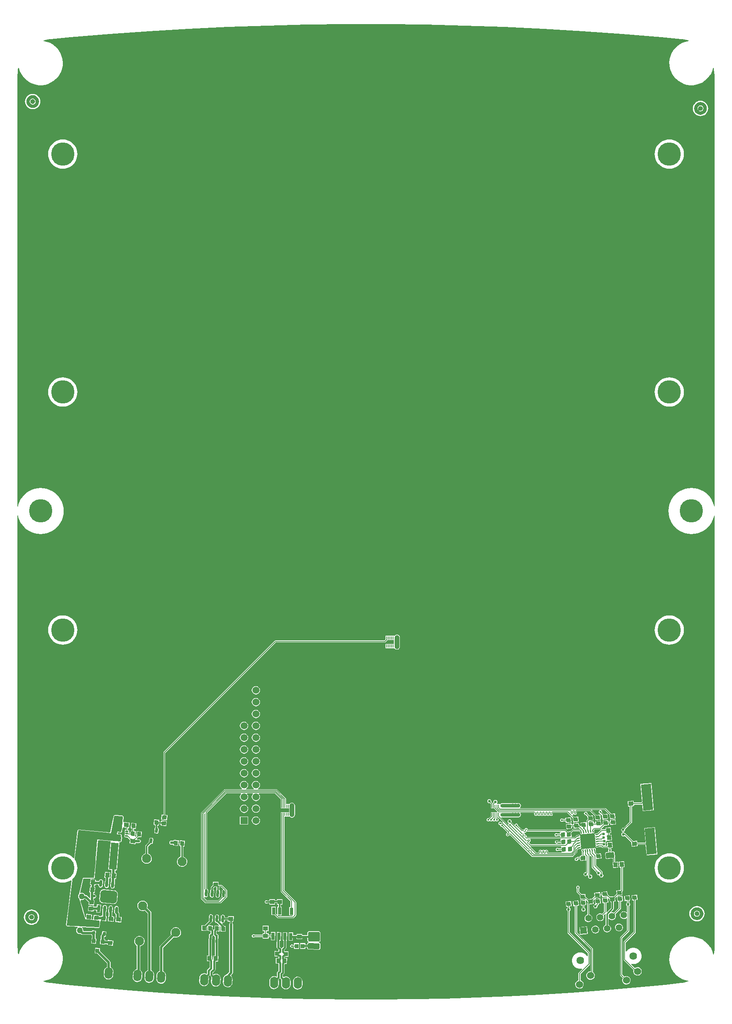
<source format=gtl>
G04*
G04 #@! TF.GenerationSoftware,Altium Limited,Altium Designer,19.0.11 (319)*
G04*
G04 Layer_Physical_Order=1*
G04 Layer_Color=255*
%FSLAX44Y44*%
%MOMM*%
G71*
G01*
G75*
%ADD12C,0.2000*%
%ADD15C,0.1270*%
%ADD18R,0.7300X0.4900*%
%ADD19R,0.1800X0.6900*%
G04:AMPARAMS|DCode=20|XSize=0.25mm|YSize=0.65mm|CornerRadius=0.0625mm|HoleSize=0mm|Usage=FLASHONLY|Rotation=185.000|XOffset=0mm|YOffset=0mm|HoleType=Round|Shape=RoundedRectangle|*
%AMROUNDEDRECTD20*
21,1,0.2500,0.5250,0,0,185.0*
21,1,0.1250,0.6500,0,0,185.0*
1,1,0.1250,-0.0851,0.2561*
1,1,0.1250,0.0394,0.2670*
1,1,0.1250,0.0851,-0.2561*
1,1,0.1250,-0.0394,-0.2670*
%
%ADD20ROUNDEDRECTD20*%
G04:AMPARAMS|DCode=21|XSize=0.8mm|YSize=0.9mm|CornerRadius=0mm|HoleSize=0mm|Usage=FLASHONLY|Rotation=178.800|XOffset=0mm|YOffset=0mm|HoleType=Round|Shape=Rectangle|*
%AMROTATEDRECTD21*
4,1,4,0.4093,0.4415,0.3905,-0.4583,-0.4093,-0.4415,-0.3905,0.4583,0.4093,0.4415,0.0*
%
%ADD21ROTATEDRECTD21*%

G04:AMPARAMS|DCode=22|XSize=0.95mm|YSize=0.85mm|CornerRadius=0mm|HoleSize=0mm|Usage=FLASHONLY|Rotation=87.700|XOffset=0mm|YOffset=0mm|HoleType=Round|Shape=Rectangle|*
%AMROTATEDRECTD22*
4,1,4,0.4056,-0.4917,-0.4437,-0.4576,-0.4056,0.4917,0.4437,0.4576,0.4056,-0.4917,0.0*
%
%ADD22ROTATEDRECTD22*%

G04:AMPARAMS|DCode=23|XSize=0.95mm|YSize=0.85mm|CornerRadius=0mm|HoleSize=0mm|Usage=FLASHONLY|Rotation=175.000|XOffset=0mm|YOffset=0mm|HoleType=Round|Shape=Rectangle|*
%AMROTATEDRECTD23*
4,1,4,0.5102,0.3820,0.4361,-0.4648,-0.5102,-0.3820,-0.4361,0.4648,0.5102,0.3820,0.0*
%
%ADD23ROTATEDRECTD23*%

G04:AMPARAMS|DCode=24|XSize=0.95mm|YSize=0.85mm|CornerRadius=0mm|HoleSize=0mm|Usage=FLASHONLY|Rotation=265.000|XOffset=0mm|YOffset=0mm|HoleType=Round|Shape=Rectangle|*
%AMROTATEDRECTD24*
4,1,4,-0.3820,0.5102,0.4648,0.4361,0.3820,-0.5102,-0.4648,-0.4361,-0.3820,0.5102,0.0*
%
%ADD24ROTATEDRECTD24*%

G04:AMPARAMS|DCode=25|XSize=0.6mm|YSize=1mm|CornerRadius=0.075mm|HoleSize=0mm|Usage=FLASHONLY|Rotation=175.000|XOffset=0mm|YOffset=0mm|HoleType=Round|Shape=RoundedRectangle|*
%AMROUNDEDRECTD25*
21,1,0.6000,0.8500,0,0,175.0*
21,1,0.4500,1.0000,0,0,175.0*
1,1,0.1500,-0.1871,0.4430*
1,1,0.1500,0.2612,0.4038*
1,1,0.1500,0.1871,-0.4430*
1,1,0.1500,-0.2612,-0.4038*
%
%ADD25ROUNDEDRECTD25*%
%ADD26R,1.0000X0.9000*%
%ADD27R,0.8500X0.9500*%
G04:AMPARAMS|DCode=28|XSize=1.27mm|YSize=2.54mm|CornerRadius=0.1588mm|HoleSize=0mm|Usage=FLASHONLY|Rotation=88.800|XOffset=0mm|YOffset=0mm|HoleType=Round|Shape=RoundedRectangle|*
%AMROUNDEDRECTD28*
21,1,1.2700,2.2225,0,0,88.8*
21,1,0.9525,2.5400,0,0,88.8*
1,1,0.3175,1.1210,0.4529*
1,1,0.3175,1.1010,-0.4994*
1,1,0.3175,-1.1210,-0.4529*
1,1,0.3175,-1.1010,0.4994*
%
%ADD28ROUNDEDRECTD28*%
G04:AMPARAMS|DCode=29|XSize=2.032mm|YSize=2.54mm|CornerRadius=0.254mm|HoleSize=0mm|Usage=FLASHONLY|Rotation=88.800|XOffset=0mm|YOffset=0mm|HoleType=Round|Shape=RoundedRectangle|*
%AMROUNDEDRECTD29*
21,1,2.0320,2.0320,0,0,88.8*
21,1,1.5240,2.5400,0,0,88.8*
1,1,0.5080,1.0317,0.7406*
1,1,0.5080,0.9998,-0.7831*
1,1,0.5080,-1.0317,-0.7406*
1,1,0.5080,-0.9998,0.7831*
%
%ADD29ROUNDEDRECTD29*%
G04:AMPARAMS|DCode=30|XSize=0.95mm|YSize=0.85mm|CornerRadius=0mm|HoleSize=0mm|Usage=FLASHONLY|Rotation=358.800|XOffset=0mm|YOffset=0mm|HoleType=Round|Shape=Rectangle|*
%AMROTATEDRECTD30*
4,1,4,-0.4838,-0.4150,-0.4660,0.4349,0.4838,0.4150,0.4660,-0.4349,-0.4838,-0.4150,0.0*
%
%ADD30ROTATEDRECTD30*%

G04:AMPARAMS|DCode=31|XSize=0.95mm|YSize=0.85mm|CornerRadius=0mm|HoleSize=0mm|Usage=FLASHONLY|Rotation=88.800|XOffset=0mm|YOffset=0mm|HoleType=Round|Shape=Rectangle|*
%AMROTATEDRECTD31*
4,1,4,0.4150,-0.4838,-0.4349,-0.4660,-0.4150,0.4838,0.4349,0.4660,0.4150,-0.4838,0.0*
%
%ADD31ROTATEDRECTD31*%

G04:AMPARAMS|DCode=32|XSize=1.525mm|YSize=0.65mm|CornerRadius=0mm|HoleSize=0mm|Usage=FLASHONLY|Rotation=268.800|XOffset=0mm|YOffset=0mm|HoleType=Round|Shape=Rectangle|*
%AMROTATEDRECTD32*
4,1,4,-0.3090,0.7691,0.3409,0.7555,0.3090,-0.7691,-0.3409,-0.7555,-0.3090,0.7691,0.0*
%
%ADD32ROTATEDRECTD32*%

G04:AMPARAMS|DCode=33|XSize=1mm|YSize=0.9mm|CornerRadius=0mm|HoleSize=0mm|Usage=FLASHONLY|Rotation=175.000|XOffset=0mm|YOffset=0mm|HoleType=Round|Shape=Rectangle|*
%AMROTATEDRECTD33*
4,1,4,0.5373,0.4047,0.4589,-0.4919,-0.5373,-0.4047,-0.4589,0.4919,0.5373,0.4047,0.0*
%
%ADD33ROTATEDRECTD33*%

G04:AMPARAMS|DCode=34|XSize=1.31mm|YSize=0.55mm|CornerRadius=0mm|HoleSize=0mm|Usage=FLASHONLY|Rotation=85.000|XOffset=0mm|YOffset=0mm|HoleType=Round|Shape=Rectangle|*
%AMROTATEDRECTD34*
4,1,4,0.2169,-0.6765,-0.3310,-0.6285,-0.2169,0.6765,0.3310,0.6285,0.2169,-0.6765,0.0*
%
%ADD34ROTATEDRECTD34*%

G04:AMPARAMS|DCode=35|XSize=0.7mm|YSize=0.3mm|CornerRadius=0mm|HoleSize=0mm|Usage=FLASHONLY|Rotation=355.000|XOffset=0mm|YOffset=0mm|HoleType=Round|Shape=Rectangle|*
%AMROTATEDRECTD35*
4,1,4,-0.3617,-0.1189,-0.3356,0.1799,0.3617,0.1189,0.3356,-0.1799,-0.3617,-0.1189,0.0*
%
%ADD35ROTATEDRECTD35*%

G04:AMPARAMS|DCode=36|XSize=1mm|YSize=0.9mm|CornerRadius=0mm|HoleSize=0mm|Usage=FLASHONLY|Rotation=357.700|XOffset=0mm|YOffset=0mm|HoleType=Round|Shape=Rectangle|*
%AMROTATEDRECTD36*
4,1,4,-0.5177,-0.4296,-0.4815,0.4697,0.5177,0.4296,0.4815,-0.4697,-0.5177,-0.4296,0.0*
%
%ADD36ROTATEDRECTD36*%

G04:AMPARAMS|DCode=37|XSize=0.95mm|YSize=0.85mm|CornerRadius=0mm|HoleSize=0mm|Usage=FLASHONLY|Rotation=177.700|XOffset=0mm|YOffset=0mm|HoleType=Round|Shape=Rectangle|*
%AMROTATEDRECTD37*
4,1,4,0.4917,0.4056,0.4576,-0.4437,-0.4917,-0.4056,-0.4576,0.4437,0.4917,0.4056,0.0*
%
%ADD37ROTATEDRECTD37*%

G04:AMPARAMS|DCode=38|XSize=0.6mm|YSize=1.55mm|CornerRadius=0mm|HoleSize=0mm|Usage=FLASHONLY|Rotation=357.700|XOffset=0mm|YOffset=0mm|HoleType=Round|Shape=Round|*
%AMOVALD38*
21,1,0.9500,0.6000,0.0000,0.0000,87.7*
1,1,0.6000,-0.0191,-0.4746*
1,1,0.6000,0.0191,0.4746*
%
%ADD38OVALD38*%

G04:AMPARAMS|DCode=39|XSize=0.4mm|YSize=1.75mm|CornerRadius=0.08mm|HoleSize=0mm|Usage=FLASHONLY|Rotation=357.700|XOffset=0mm|YOffset=0mm|HoleType=Round|Shape=RoundedRectangle|*
%AMROUNDEDRECTD39*
21,1,0.4000,1.5900,0,0,357.7*
21,1,0.2400,1.7500,0,0,357.7*
1,1,0.1600,0.0880,-0.7992*
1,1,0.1600,-0.1518,-0.7895*
1,1,0.1600,-0.0880,0.7992*
1,1,0.1600,0.1518,0.7895*
%
%ADD39ROUNDEDRECTD39*%
G04:AMPARAMS|DCode=40|XSize=0.95mm|YSize=0.85mm|CornerRadius=0mm|HoleSize=0mm|Usage=FLASHONLY|Rotation=87.700|XOffset=0mm|YOffset=0mm|HoleType=Round|Shape=Rectangle|*
%AMROTATEDRECTD40*
4,1,4,0.4056,-0.4917,-0.4437,-0.4576,-0.4056,0.4917,0.4437,0.4576,0.4056,-0.4917,0.0*
%
%ADD40ROTATEDRECTD40*%

G04:AMPARAMS|DCode=41|XSize=5.7mm|YSize=1.6mm|CornerRadius=0mm|HoleSize=0mm|Usage=FLASHONLY|Rotation=265.000|XOffset=0mm|YOffset=0mm|HoleType=Round|Shape=Rectangle|*
%AMROTATEDRECTD41*
4,1,4,-0.5486,2.9089,1.0454,2.7694,0.5486,-2.9089,-1.0454,-2.7694,-0.5486,2.9089,0.0*
%
%ADD41ROTATEDRECTD41*%

G04:AMPARAMS|DCode=42|XSize=1mm|YSize=0.9mm|CornerRadius=0mm|HoleSize=0mm|Usage=FLASHONLY|Rotation=85.000|XOffset=0mm|YOffset=0mm|HoleType=Round|Shape=Rectangle|*
%AMROTATEDRECTD42*
4,1,4,0.4047,-0.5373,-0.4919,-0.4589,-0.4047,0.5373,0.4919,0.4589,0.4047,-0.5373,0.0*
%
%ADD42ROTATEDRECTD42*%

G04:AMPARAMS|DCode=43|XSize=1.5mm|YSize=0.65mm|CornerRadius=0mm|HoleSize=0mm|Usage=FLASHONLY|Rotation=85.000|XOffset=0mm|YOffset=0mm|HoleType=Round|Shape=Rectangle|*
%AMROTATEDRECTD43*
4,1,4,0.2584,-0.7755,-0.3891,-0.7188,-0.2584,0.7755,0.3891,0.7188,0.2584,-0.7755,0.0*
%
%ADD43ROTATEDRECTD43*%

G04:AMPARAMS|DCode=44|XSize=1.5mm|YSize=0.65mm|CornerRadius=0mm|HoleSize=0mm|Usage=FLASHONLY|Rotation=85.000|XOffset=0mm|YOffset=0mm|HoleType=Round|Shape=Round|*
%AMOVALD44*
21,1,0.8500,0.6500,0.0000,0.0000,85.0*
1,1,0.6500,-0.0370,-0.4234*
1,1,0.6500,0.0370,0.4234*
%
%ADD44OVALD44*%

G04:AMPARAMS|DCode=45|XSize=2.7mm|YSize=3.6mm|CornerRadius=0.675mm|HoleSize=0mm|Usage=FLASHONLY|Rotation=85.000|XOffset=0mm|YOffset=0mm|HoleType=Round|Shape=RoundedRectangle|*
%AMROUNDEDRECTD45*
21,1,2.7000,2.2500,0,0,85.0*
21,1,1.3500,3.6000,0,0,85.0*
1,1,1.3500,1.1795,0.5744*
1,1,1.3500,1.0619,-0.7705*
1,1,1.3500,-1.1795,-0.5744*
1,1,1.3500,-1.0619,0.7705*
%
%ADD45ROUNDEDRECTD45*%
G04:AMPARAMS|DCode=46|XSize=1mm|YSize=0.9mm|CornerRadius=0mm|HoleSize=0mm|Usage=FLASHONLY|Rotation=95.000|XOffset=0mm|YOffset=0mm|HoleType=Round|Shape=Rectangle|*
%AMROTATEDRECTD46*
4,1,4,0.4919,-0.4589,-0.4047,-0.5373,-0.4919,0.4589,0.4047,0.5373,0.4919,-0.4589,0.0*
%
%ADD46ROTATEDRECTD46*%

G04:AMPARAMS|DCode=47|XSize=1.8mm|YSize=1.2mm|CornerRadius=0.15mm|HoleSize=0mm|Usage=FLASHONLY|Rotation=185.000|XOffset=0mm|YOffset=0mm|HoleType=Round|Shape=RoundedRectangle|*
%AMROUNDEDRECTD47*
21,1,1.8000,0.9000,0,0,185.0*
21,1,1.5000,1.2000,0,0,185.0*
1,1,0.3000,-0.7864,0.3829*
1,1,0.3000,0.7079,0.5137*
1,1,0.3000,0.7864,-0.3829*
1,1,0.3000,-0.7079,-0.5137*
%
%ADD47ROUNDEDRECTD47*%
G04:AMPARAMS|DCode=48|XSize=1mm|YSize=0.9mm|CornerRadius=0mm|HoleSize=0mm|Usage=FLASHONLY|Rotation=185.000|XOffset=0mm|YOffset=0mm|HoleType=Round|Shape=Rectangle|*
%AMROTATEDRECTD48*
4,1,4,0.4589,0.4919,0.5373,-0.4047,-0.4589,-0.4919,-0.5373,0.4047,0.4589,0.4919,0.0*
%
%ADD48ROTATEDRECTD48*%

G04:AMPARAMS|DCode=49|XSize=0.95mm|YSize=0.85mm|CornerRadius=0mm|HoleSize=0mm|Usage=FLASHONLY|Rotation=185.000|XOffset=0mm|YOffset=0mm|HoleType=Round|Shape=Rectangle|*
%AMROTATEDRECTD49*
4,1,4,0.4361,0.4648,0.5102,-0.3820,-0.4361,-0.4648,-0.5102,0.3820,0.4361,0.4648,0.0*
%
%ADD49ROTATEDRECTD49*%

G04:AMPARAMS|DCode=50|XSize=0.83mm|YSize=0.625mm|CornerRadius=0mm|HoleSize=0mm|Usage=FLASHONLY|Rotation=265.000|XOffset=0mm|YOffset=0mm|HoleType=Round|Shape=Rectangle|*
%AMROTATEDRECTD50*
4,1,4,-0.2751,0.4407,0.3475,0.3862,0.2751,-0.4407,-0.3475,-0.3862,-0.2751,0.4407,0.0*
%
%ADD50ROTATEDRECTD50*%

G04:AMPARAMS|DCode=51|XSize=0.8mm|YSize=0.9mm|CornerRadius=0mm|HoleSize=0mm|Usage=FLASHONLY|Rotation=355.000|XOffset=0mm|YOffset=0mm|HoleType=Round|Shape=Rectangle|*
%AMROTATEDRECTD51*
4,1,4,-0.4377,-0.4134,-0.3593,0.4832,0.4377,0.4134,0.3593,-0.4832,-0.4377,-0.4134,0.0*
%
%ADD51ROTATEDRECTD51*%

G04:AMPARAMS|DCode=52|XSize=0.95mm|YSize=0.85mm|CornerRadius=0mm|HoleSize=0mm|Usage=FLASHONLY|Rotation=275.000|XOffset=0mm|YOffset=0mm|HoleType=Round|Shape=Rectangle|*
%AMROTATEDRECTD52*
4,1,4,-0.4648,0.4361,0.3820,0.5102,0.4648,-0.4361,-0.3820,-0.5102,-0.4648,0.4361,0.0*
%
%ADD52ROTATEDRECTD52*%

%ADD53P,3.9598X4X230.0*%
G04:AMPARAMS|DCode=54|XSize=0.25mm|YSize=0.65mm|CornerRadius=0.0625mm|HoleSize=0mm|Usage=FLASHONLY|Rotation=275.000|XOffset=0mm|YOffset=0mm|HoleType=Round|Shape=RoundedRectangle|*
%AMROUNDEDRECTD54*
21,1,0.2500,0.5250,0,0,275.0*
21,1,0.1250,0.6500,0,0,275.0*
1,1,0.1250,-0.2561,-0.0851*
1,1,0.1250,-0.2670,0.0394*
1,1,0.1250,0.2561,0.0851*
1,1,0.1250,0.2670,-0.0394*
%
%ADD54ROUNDEDRECTD54*%
G04:AMPARAMS|DCode=55|XSize=5.6mm|YSize=2.1mm|CornerRadius=0mm|HoleSize=0mm|Usage=FLASHONLY|Rotation=275.000|XOffset=0mm|YOffset=0mm|HoleType=Round|Shape=Rectangle|*
%AMROTATEDRECTD55*
4,1,4,-1.2900,2.6978,0.8020,2.8809,1.2900,-2.6978,-0.8020,-2.8809,-1.2900,2.6978,0.0*
%
%ADD55ROTATEDRECTD55*%

%ADD109C,1.0000*%
%ADD110C,0.5000*%
%ADD111C,0.8000*%
%ADD112C,0.3000*%
%ADD113C,0.3810*%
%ADD114C,1.5000*%
%ADD115R,1.5000X1.5000*%
%ADD116C,1.6250*%
%ADD117C,2.4000*%
%ADD118C,1.5300*%
%ADD119C,1.4000*%
%ADD120P,1.9799X4X50.0*%
%ADD121C,1.9500*%
G04:AMPARAMS|DCode=122|XSize=1.75mm|YSize=2.5mm|CornerRadius=0mm|HoleSize=0mm|Usage=FLASHONLY|Rotation=178.800|XOffset=0mm|YOffset=0mm|HoleType=Round|Shape=Round|*
%AMOVALD122*
21,1,0.7500,1.7500,0.0000,0.0000,268.8*
1,1,1.7500,0.0079,0.3749*
1,1,1.7500,-0.0079,-0.3749*
%
%ADD122OVALD122*%

%ADD123C,5.0000*%
G04:AMPARAMS|DCode=124|XSize=1.75mm|YSize=2.5mm|CornerRadius=0mm|HoleSize=0mm|Usage=FLASHONLY|Rotation=176.000|XOffset=0mm|YOffset=0mm|HoleType=Round|Shape=Round|*
%AMOVALD124*
21,1,0.7500,1.7500,0.0000,0.0000,266.0*
1,1,1.7500,0.0262,0.3741*
1,1,1.7500,-0.0262,-0.3741*
%
%ADD124OVALD124*%

G04:AMPARAMS|DCode=125|XSize=1.75mm|YSize=2.5mm|CornerRadius=0mm|HoleSize=0mm|Usage=FLASHONLY|Rotation=175.000|XOffset=0mm|YOffset=0mm|HoleType=Round|Shape=Round|*
%AMOVALD125*
21,1,0.7500,1.7500,0.0000,0.0000,265.0*
1,1,1.7500,0.0327,0.3736*
1,1,1.7500,-0.0327,-0.3736*
%
%ADD125OVALD125*%

G04:AMPARAMS|DCode=126|XSize=1.75mm|YSize=2.5mm|CornerRadius=0mm|HoleSize=0mm|Usage=FLASHONLY|Rotation=177.300|XOffset=0mm|YOffset=0mm|HoleType=Round|Shape=Round|*
%AMOVALD126*
21,1,0.7500,1.7500,0.0000,0.0000,267.3*
1,1,1.7500,0.0177,0.3746*
1,1,1.7500,-0.0177,-0.3746*
%
%ADD126OVALD126*%

%ADD127C,0.4500*%
%ADD128C,0.8000*%
%ADD129C,1.0000*%
%ADD130C,0.6000*%
%ADD131C,1.2700*%
G36*
X134493Y1466680D02*
X219015Y1464695D01*
X303507Y1461719D01*
X387959Y1457751D01*
X472358Y1452792D01*
X556693Y1446843D01*
X640953Y1439904D01*
X683039Y1435940D01*
X683039Y1435940D01*
X685462Y1435711D01*
X690268Y1434943D01*
X695015Y1433866D01*
X699185Y1432632D01*
X699067Y1431343D01*
X698653Y1431300D01*
X692140Y1429917D01*
X685884Y1427637D01*
X680009Y1424505D01*
X674629Y1420582D01*
X669850Y1415945D01*
X665767Y1410685D01*
X662460Y1404906D01*
X659993Y1398722D01*
X658415Y1392253D01*
X657757Y1385627D01*
X658032Y1378975D01*
X659234Y1372426D01*
X661341Y1366109D01*
X664310Y1360150D01*
X668083Y1354664D01*
X672587Y1349759D01*
X677732Y1345533D01*
X683417Y1342067D01*
X689531Y1339430D01*
X695954Y1337675D01*
X702559Y1336834D01*
X709217Y1336926D01*
X715796Y1337947D01*
X722168Y1339879D01*
X728208Y1342682D01*
X733796Y1346303D01*
X738822Y1350669D01*
X743189Y1355696D01*
X746811Y1361283D01*
X749615Y1367323D01*
X751547Y1373694D01*
X752803Y1373503D01*
X753486Y1369236D01*
X754164Y1364052D01*
X754692Y1358850D01*
X754882Y1356243D01*
X754882D01*
Y433753D01*
X753612Y433628D01*
X752933Y437039D01*
X750857Y443155D01*
X748001Y448948D01*
X744412Y454318D01*
X740154Y459174D01*
X735298Y463432D01*
X729928Y467021D01*
X724135Y469877D01*
X718019Y471953D01*
X711685Y473213D01*
X705240Y473636D01*
X698795Y473213D01*
X692461Y471953D01*
X686345Y469877D01*
X680552Y467021D01*
X675182Y463432D01*
X670326Y459174D01*
X666068Y454318D01*
X662479Y448948D01*
X659623Y443155D01*
X657547Y437039D01*
X656287Y430705D01*
X655864Y424260D01*
X656287Y417815D01*
X657547Y411481D01*
X659623Y405365D01*
X662479Y399572D01*
X666068Y394202D01*
X670326Y389346D01*
X675182Y385088D01*
X680552Y381499D01*
X686345Y378643D01*
X692461Y376567D01*
X698795Y375307D01*
X705240Y374884D01*
X711685Y375307D01*
X718019Y376567D01*
X724135Y378643D01*
X729928Y381499D01*
X735298Y385088D01*
X740154Y389346D01*
X744412Y394202D01*
X748001Y399572D01*
X750857Y405365D01*
X752933Y411481D01*
X753612Y414892D01*
X754882Y414767D01*
Y-507738D01*
X754995Y-510367D01*
X754768Y-515624D01*
X754089Y-520842D01*
X752963Y-525983D01*
X752959Y-525995D01*
X751691Y-525923D01*
X751557Y-525222D01*
X749631Y-518849D01*
X746833Y-512807D01*
X743217Y-507216D01*
X738855Y-502185D01*
X733832Y-497814D01*
X728247Y-494188D01*
X722211Y-491379D01*
X715840Y-489441D01*
X709262Y-488413D01*
X702604Y-488316D01*
X695998Y-489150D01*
X689574Y-490899D01*
X683457Y-493530D01*
X677768Y-496991D01*
X672620Y-501212D01*
X668112Y-506113D01*
X664333Y-511595D01*
X661358Y-517552D01*
X659246Y-523866D01*
X658037Y-530414D01*
X657756Y-537067D01*
X658408Y-543693D01*
X659980Y-550163D01*
X662441Y-556350D01*
X665743Y-562132D01*
X669821Y-567395D01*
X674595Y-572037D01*
X679971Y-575965D01*
X685844Y-579103D01*
X692098Y-581388D01*
X698610Y-582777D01*
X698509Y-584044D01*
X694892Y-584955D01*
X690169Y-586030D01*
X685423Y-586995D01*
X683039Y-587423D01*
X683039Y-587423D01*
X683039Y-587423D01*
X649394Y-590967D01*
X582035Y-597347D01*
X514612Y-603020D01*
X447134Y-607985D01*
X379607Y-612242D01*
X312039Y-615790D01*
X244438Y-618629D01*
X176810Y-620758D01*
X109164Y-622177D01*
X41507Y-622887D01*
X-26154Y-622886D01*
X-93812Y-622176D01*
X-161458Y-620755D01*
X-229085Y-618624D01*
X-296686Y-615785D01*
X-364254Y-612235D01*
X-431781Y-607977D01*
X-499259Y-603011D01*
X-566682Y-597336D01*
X-634041Y-590955D01*
X-667686Y-587411D01*
X-670090Y-587158D01*
X-674859Y-586366D01*
X-679574Y-585293D01*
X-683643Y-584108D01*
X-683527Y-582819D01*
X-683179Y-582783D01*
X-676666Y-581400D01*
X-670410Y-579120D01*
X-664535Y-575988D01*
X-659155Y-572065D01*
X-654376Y-567428D01*
X-650293Y-562168D01*
X-646986Y-556389D01*
X-644519Y-550205D01*
X-642941Y-543736D01*
X-642283Y-537110D01*
X-642558Y-530457D01*
X-643761Y-523909D01*
X-645868Y-517592D01*
X-648837Y-511632D01*
X-652610Y-506147D01*
X-657113Y-501242D01*
X-662258Y-497015D01*
X-667944Y-493550D01*
X-674058Y-490913D01*
X-680481Y-489158D01*
X-687086Y-488317D01*
X-693744Y-488409D01*
X-700323Y-489431D01*
X-706695Y-491362D01*
X-712735Y-494166D01*
X-718323Y-497787D01*
X-723349Y-502153D01*
X-727716Y-507179D01*
X-731337Y-512767D01*
X-734141Y-518806D01*
X-736074Y-525178D01*
X-736126Y-525454D01*
X-737419Y-525452D01*
X-738312Y-520722D01*
X-738990Y-515500D01*
X-739369Y-510249D01*
X-739408Y-507617D01*
X-739408D01*
Y414796D01*
X-738138Y414921D01*
X-737453Y411481D01*
X-735377Y405365D01*
X-732521Y399572D01*
X-728932Y394202D01*
X-724674Y389346D01*
X-719818Y385088D01*
X-714448Y381499D01*
X-708655Y378643D01*
X-702539Y376567D01*
X-696205Y375307D01*
X-689760Y374884D01*
X-683315Y375307D01*
X-676981Y376567D01*
X-670865Y378643D01*
X-665072Y381499D01*
X-659702Y385088D01*
X-654846Y389346D01*
X-650588Y394202D01*
X-646999Y399572D01*
X-644143Y405365D01*
X-642067Y411481D01*
X-640807Y417815D01*
X-640384Y424260D01*
X-640807Y430705D01*
X-642067Y437039D01*
X-644143Y443155D01*
X-646999Y448948D01*
X-650588Y454318D01*
X-654846Y459174D01*
X-659702Y463432D01*
X-665072Y467021D01*
X-670865Y469877D01*
X-676981Y471953D01*
X-683315Y473213D01*
X-689760Y473636D01*
X-696205Y473213D01*
X-702539Y471953D01*
X-708655Y469877D01*
X-714448Y467021D01*
X-719818Y463432D01*
X-724674Y459174D01*
X-728932Y454318D01*
X-732521Y448948D01*
X-735377Y443155D01*
X-737453Y437039D01*
X-738138Y433598D01*
X-739408Y433723D01*
Y1356133D01*
X-739380Y1358771D01*
X-739014Y1364035D01*
X-738337Y1369269D01*
X-737432Y1374030D01*
X-736139Y1374031D01*
X-736084Y1373739D01*
X-734157Y1367365D01*
X-731359Y1361323D01*
X-727743Y1355732D01*
X-723381Y1350701D01*
X-718359Y1346330D01*
X-712774Y1342704D01*
X-706738Y1339895D01*
X-700367Y1337957D01*
X-693789Y1336929D01*
X-687131Y1336831D01*
X-680525Y1337665D01*
X-674101Y1339415D01*
X-667984Y1342046D01*
X-662295Y1345506D01*
X-657146Y1349728D01*
X-652638Y1354628D01*
X-648860Y1360110D01*
X-645885Y1366067D01*
X-643772Y1372382D01*
X-642564Y1378929D01*
X-642282Y1385582D01*
X-642934Y1392208D01*
X-644506Y1398679D01*
X-646967Y1404866D01*
X-650269Y1410647D01*
X-654347Y1415911D01*
X-659121Y1420552D01*
X-664497Y1424480D01*
X-670370Y1427618D01*
X-676624Y1429904D01*
X-683136Y1431293D01*
X-683400Y1431321D01*
X-683512Y1432610D01*
X-679526Y1433743D01*
X-674823Y1434817D01*
X-670070Y1435642D01*
X-667674Y1435928D01*
X-625588Y1439893D01*
X-541329Y1446834D01*
X-456994Y1452784D01*
X-372595Y1457745D01*
X-288143Y1461714D01*
X-203651Y1464692D01*
X-119129Y1466678D01*
X-34590Y1467671D01*
X49954Y1467671D01*
X134493Y1466680D01*
D02*
G37*
%LPC*%
G36*
X-706700Y1318199D02*
X-709899Y1317884D01*
X-712976Y1316951D01*
X-715811Y1315435D01*
X-718296Y1313396D01*
X-720335Y1310911D01*
X-721851Y1308076D01*
X-722784Y1304999D01*
X-723099Y1301800D01*
X-722784Y1298601D01*
X-721851Y1295524D01*
X-720335Y1292689D01*
X-718296Y1290204D01*
X-715811Y1288165D01*
X-712976Y1286649D01*
X-709899Y1285716D01*
X-706700Y1285401D01*
X-703501Y1285716D01*
X-700424Y1286649D01*
X-697589Y1288165D01*
X-695104Y1290204D01*
X-693065Y1292689D01*
X-691549Y1295524D01*
X-690616Y1298601D01*
X-690301Y1301800D01*
X-690616Y1304999D01*
X-691549Y1308076D01*
X-693065Y1310911D01*
X-695104Y1313396D01*
X-697589Y1315435D01*
X-700424Y1316951D01*
X-703501Y1317884D01*
X-706700Y1318199D01*
D02*
G37*
G36*
X724550Y1303449D02*
X721351Y1303134D01*
X718274Y1302201D01*
X715439Y1300685D01*
X712954Y1298646D01*
X710915Y1296161D01*
X709399Y1293326D01*
X708466Y1290249D01*
X708151Y1287050D01*
X708466Y1283851D01*
X709399Y1280774D01*
X710915Y1277939D01*
X712954Y1275454D01*
X715439Y1273415D01*
X718274Y1271899D01*
X721351Y1270966D01*
X724550Y1270651D01*
X727749Y1270966D01*
X730826Y1271899D01*
X733661Y1273415D01*
X736146Y1275454D01*
X738185Y1277939D01*
X739701Y1280774D01*
X740634Y1283851D01*
X740949Y1287050D01*
X740634Y1290249D01*
X739701Y1293326D01*
X738185Y1296161D01*
X736146Y1298646D01*
X733661Y1300685D01*
X730826Y1302201D01*
X727749Y1303134D01*
X724550Y1303449D01*
D02*
G37*
G36*
X657740Y1220627D02*
X652833Y1220240D01*
X648047Y1219091D01*
X643500Y1217208D01*
X639303Y1214636D01*
X635560Y1211440D01*
X632364Y1207697D01*
X629792Y1203500D01*
X627909Y1198953D01*
X626759Y1194167D01*
X626373Y1189260D01*
X626759Y1184353D01*
X627909Y1179567D01*
X629792Y1175020D01*
X632364Y1170823D01*
X635560Y1167080D01*
X639303Y1163884D01*
X643500Y1161312D01*
X648047Y1159428D01*
X652833Y1158279D01*
X657740Y1157893D01*
X662647Y1158279D01*
X667433Y1159428D01*
X671980Y1161312D01*
X676177Y1163884D01*
X679920Y1167080D01*
X683116Y1170823D01*
X685688Y1175020D01*
X687571Y1179567D01*
X688720Y1184353D01*
X689107Y1189260D01*
X688720Y1194167D01*
X687571Y1198953D01*
X685688Y1203500D01*
X683116Y1207697D01*
X679920Y1211440D01*
X676177Y1214636D01*
X671980Y1217208D01*
X667433Y1219091D01*
X662647Y1220240D01*
X657740Y1220627D01*
D02*
G37*
G36*
X-642260D02*
X-647167Y1220240D01*
X-651953Y1219091D01*
X-656500Y1217208D01*
X-660697Y1214636D01*
X-664440Y1211440D01*
X-667636Y1207697D01*
X-670208Y1203500D01*
X-672092Y1198953D01*
X-673241Y1194167D01*
X-673627Y1189260D01*
X-673241Y1184353D01*
X-672092Y1179567D01*
X-670208Y1175020D01*
X-667636Y1170823D01*
X-664440Y1167080D01*
X-660697Y1163884D01*
X-656500Y1161312D01*
X-651953Y1159428D01*
X-647167Y1158279D01*
X-642260Y1157893D01*
X-637353Y1158279D01*
X-632567Y1159428D01*
X-628020Y1161312D01*
X-623823Y1163884D01*
X-620080Y1167080D01*
X-616884Y1170823D01*
X-614312Y1175020D01*
X-612429Y1179567D01*
X-611279Y1184353D01*
X-610893Y1189260D01*
X-611279Y1194167D01*
X-612429Y1198953D01*
X-614312Y1203500D01*
X-616884Y1207697D01*
X-620080Y1211440D01*
X-623823Y1214636D01*
X-628020Y1217208D01*
X-632567Y1219091D01*
X-637353Y1220240D01*
X-642260Y1220627D01*
D02*
G37*
G36*
X657740Y710627D02*
X652833Y710240D01*
X648047Y709091D01*
X643500Y707208D01*
X639303Y704636D01*
X635560Y701440D01*
X632364Y697697D01*
X629792Y693500D01*
X627909Y688953D01*
X626759Y684167D01*
X626373Y679260D01*
X626759Y674353D01*
X627909Y669567D01*
X629792Y665020D01*
X632364Y660823D01*
X635560Y657080D01*
X639303Y653884D01*
X643500Y651312D01*
X648047Y649428D01*
X652833Y648279D01*
X657740Y647893D01*
X662647Y648279D01*
X667433Y649428D01*
X671980Y651312D01*
X676177Y653884D01*
X679920Y657080D01*
X683116Y660823D01*
X685688Y665020D01*
X687571Y669567D01*
X688720Y674353D01*
X689107Y679260D01*
X688720Y684167D01*
X687571Y688953D01*
X685688Y693500D01*
X683116Y697697D01*
X679920Y701440D01*
X676177Y704636D01*
X671980Y707208D01*
X667433Y709091D01*
X662647Y710240D01*
X657740Y710627D01*
D02*
G37*
G36*
X-642260D02*
X-647167Y710240D01*
X-651953Y709091D01*
X-656500Y707208D01*
X-660697Y704636D01*
X-664440Y701440D01*
X-667636Y697697D01*
X-670208Y693500D01*
X-672092Y688953D01*
X-673241Y684167D01*
X-673627Y679260D01*
X-673241Y674353D01*
X-672092Y669567D01*
X-670208Y665020D01*
X-667636Y660823D01*
X-664440Y657080D01*
X-660697Y653884D01*
X-656500Y651312D01*
X-651953Y649428D01*
X-647167Y648279D01*
X-642260Y647893D01*
X-637353Y648279D01*
X-632567Y649428D01*
X-628020Y651312D01*
X-623823Y653884D01*
X-620080Y657080D01*
X-616884Y660823D01*
X-614312Y665020D01*
X-612429Y669567D01*
X-611279Y674353D01*
X-610893Y679260D01*
X-611279Y684167D01*
X-612429Y688953D01*
X-614312Y693500D01*
X-616884Y697697D01*
X-620080Y701440D01*
X-623823Y704636D01*
X-628020Y707208D01*
X-632567Y709091D01*
X-637353Y710240D01*
X-642260Y710627D01*
D02*
G37*
G36*
X657740Y200627D02*
X652833Y200240D01*
X648047Y199091D01*
X643500Y197208D01*
X639303Y194636D01*
X635560Y191440D01*
X632364Y187697D01*
X629792Y183500D01*
X627909Y178953D01*
X626759Y174167D01*
X626373Y169260D01*
X626759Y164353D01*
X627909Y159567D01*
X629792Y155020D01*
X632364Y150823D01*
X635560Y147080D01*
X639303Y143884D01*
X643500Y141312D01*
X648047Y139429D01*
X652833Y138279D01*
X657740Y137893D01*
X662647Y138279D01*
X667433Y139429D01*
X671980Y141312D01*
X676177Y143884D01*
X679920Y147080D01*
X683116Y150823D01*
X685688Y155020D01*
X687571Y159567D01*
X688720Y164353D01*
X689107Y169260D01*
X688720Y174167D01*
X687571Y178953D01*
X685688Y183500D01*
X683116Y187697D01*
X679920Y191440D01*
X676177Y194636D01*
X671980Y197208D01*
X667433Y199091D01*
X662647Y200240D01*
X657740Y200627D01*
D02*
G37*
G36*
X-642260D02*
X-647167Y200240D01*
X-651953Y199091D01*
X-656500Y197208D01*
X-660697Y194636D01*
X-664440Y191440D01*
X-667636Y187697D01*
X-670208Y183500D01*
X-672092Y178953D01*
X-673241Y174167D01*
X-673627Y169260D01*
X-673241Y164353D01*
X-672092Y159567D01*
X-670208Y155020D01*
X-667636Y150823D01*
X-664440Y147080D01*
X-660697Y143884D01*
X-656500Y141312D01*
X-651953Y139429D01*
X-647167Y138279D01*
X-642260Y137893D01*
X-637353Y138279D01*
X-632567Y139429D01*
X-628020Y141312D01*
X-623823Y143884D01*
X-620080Y147080D01*
X-616884Y150823D01*
X-614312Y155020D01*
X-612429Y159567D01*
X-611279Y164353D01*
X-610893Y169260D01*
X-611279Y174167D01*
X-612429Y178953D01*
X-614312Y183500D01*
X-616884Y187697D01*
X-620080Y191440D01*
X-623823Y194636D01*
X-628020Y197208D01*
X-632567Y199091D01*
X-637353Y200240D01*
X-642260Y200627D01*
D02*
G37*
G36*
X74000Y159643D02*
X71554Y159156D01*
X69480Y157770D01*
X69265Y157449D01*
X68170Y156970D01*
Y156970D01*
X68170Y156970D01*
X49830D01*
Y149327D01*
X47196Y146692D01*
X-186250D01*
X-186993Y146545D01*
X-187623Y146123D01*
X-425940Y-92193D01*
X-426361Y-92824D01*
X-426509Y-93567D01*
Y-225599D01*
X-427446Y-226457D01*
X-430083Y-226226D01*
X-431045Y-237224D01*
X-419051Y-238273D01*
X-418089Y-227275D01*
X-422625Y-226878D01*
Y-94372D01*
X-185445Y142808D01*
X48000D01*
X48743Y142956D01*
X49373Y143377D01*
X53373Y147376D01*
X53476Y147530D01*
X67607D01*
Y139470D01*
X49830D01*
Y130030D01*
X68170D01*
X68170Y130030D01*
Y130030D01*
X69259Y129560D01*
X69480Y129230D01*
X71554Y127844D01*
X74000Y127357D01*
X76446Y127844D01*
X78520Y129230D01*
X79906Y131304D01*
X80393Y133750D01*
Y137750D01*
Y149250D01*
Y153250D01*
X79906Y155696D01*
X78520Y157770D01*
X76446Y159156D01*
X74000Y159643D01*
D02*
G37*
G36*
X-228300Y49046D02*
X-230589Y48744D01*
X-232723Y47861D01*
X-234555Y46455D01*
X-235961Y44623D01*
X-236844Y42489D01*
X-237146Y40200D01*
X-236844Y37911D01*
X-235961Y35777D01*
X-234555Y33945D01*
X-232723Y32539D01*
X-230589Y31656D01*
X-228300Y31354D01*
X-226011Y31656D01*
X-223877Y32539D01*
X-222045Y33945D01*
X-220639Y35777D01*
X-219756Y37911D01*
X-219454Y40200D01*
X-219756Y42489D01*
X-220639Y44623D01*
X-222045Y46455D01*
X-223877Y47861D01*
X-226011Y48744D01*
X-228300Y49046D01*
D02*
G37*
G36*
Y23646D02*
X-230589Y23344D01*
X-232723Y22461D01*
X-234555Y21055D01*
X-235961Y19223D01*
X-236844Y17089D01*
X-237146Y14800D01*
X-236844Y12511D01*
X-235961Y10377D01*
X-234555Y8545D01*
X-232723Y7139D01*
X-230589Y6256D01*
X-228300Y5954D01*
X-226011Y6256D01*
X-223877Y7139D01*
X-222045Y8545D01*
X-220639Y10377D01*
X-219756Y12511D01*
X-219454Y14800D01*
X-219756Y17089D01*
X-220639Y19223D01*
X-222045Y21055D01*
X-223877Y22461D01*
X-226011Y23344D01*
X-228300Y23646D01*
D02*
G37*
G36*
Y-1754D02*
X-230589Y-2056D01*
X-232723Y-2939D01*
X-234555Y-4345D01*
X-235961Y-6177D01*
X-236844Y-8311D01*
X-237146Y-10600D01*
X-236844Y-12889D01*
X-235961Y-15023D01*
X-234555Y-16855D01*
X-232723Y-18261D01*
X-230589Y-19144D01*
X-228300Y-19446D01*
X-226011Y-19144D01*
X-223877Y-18261D01*
X-222045Y-16855D01*
X-220639Y-15023D01*
X-219756Y-12889D01*
X-219454Y-10600D01*
X-219756Y-8311D01*
X-220639Y-6177D01*
X-222045Y-4345D01*
X-223877Y-2939D01*
X-226011Y-2056D01*
X-228300Y-1754D01*
D02*
G37*
G36*
Y-27154D02*
X-230589Y-27456D01*
X-232723Y-28339D01*
X-234555Y-29745D01*
X-235961Y-31577D01*
X-236844Y-33711D01*
X-237146Y-36000D01*
X-236844Y-38289D01*
X-235961Y-40423D01*
X-234555Y-42255D01*
X-232723Y-43661D01*
X-230589Y-44544D01*
X-228300Y-44846D01*
X-226011Y-44544D01*
X-223877Y-43661D01*
X-222045Y-42255D01*
X-220639Y-40423D01*
X-219756Y-38289D01*
X-219454Y-36000D01*
X-219756Y-33711D01*
X-220639Y-31577D01*
X-222045Y-29745D01*
X-223877Y-28339D01*
X-226011Y-27456D01*
X-228300Y-27154D01*
D02*
G37*
G36*
X-253700D02*
X-255989Y-27456D01*
X-258123Y-28339D01*
X-259955Y-29745D01*
X-261361Y-31577D01*
X-262244Y-33711D01*
X-262546Y-36000D01*
X-262244Y-38289D01*
X-261361Y-40423D01*
X-259955Y-42255D01*
X-258123Y-43661D01*
X-255989Y-44544D01*
X-253700Y-44846D01*
X-251411Y-44544D01*
X-249277Y-43661D01*
X-247445Y-42255D01*
X-246039Y-40423D01*
X-245156Y-38289D01*
X-244854Y-36000D01*
X-245156Y-33711D01*
X-246039Y-31577D01*
X-247445Y-29745D01*
X-249277Y-28339D01*
X-251411Y-27456D01*
X-253700Y-27154D01*
D02*
G37*
G36*
X-228300Y-52554D02*
X-230589Y-52856D01*
X-232723Y-53739D01*
X-234555Y-55145D01*
X-235961Y-56977D01*
X-236844Y-59111D01*
X-237146Y-61400D01*
X-236844Y-63689D01*
X-235961Y-65823D01*
X-234555Y-67655D01*
X-232723Y-69061D01*
X-230589Y-69944D01*
X-228300Y-70246D01*
X-226011Y-69944D01*
X-223877Y-69061D01*
X-222045Y-67655D01*
X-220639Y-65823D01*
X-219756Y-63689D01*
X-219454Y-61400D01*
X-219756Y-59111D01*
X-220639Y-56977D01*
X-222045Y-55145D01*
X-223877Y-53739D01*
X-226011Y-52856D01*
X-228300Y-52554D01*
D02*
G37*
G36*
X-253700D02*
X-255989Y-52856D01*
X-258123Y-53739D01*
X-259955Y-55145D01*
X-261361Y-56977D01*
X-262244Y-59111D01*
X-262546Y-61400D01*
X-262244Y-63689D01*
X-261361Y-65823D01*
X-259955Y-67655D01*
X-258123Y-69061D01*
X-255989Y-69944D01*
X-253700Y-70246D01*
X-251411Y-69944D01*
X-249277Y-69061D01*
X-247445Y-67655D01*
X-246039Y-65823D01*
X-245156Y-63689D01*
X-244854Y-61400D01*
X-245156Y-59111D01*
X-246039Y-56977D01*
X-247445Y-55145D01*
X-249277Y-53739D01*
X-251411Y-52856D01*
X-253700Y-52554D01*
D02*
G37*
G36*
X-228300Y-77954D02*
X-230589Y-78256D01*
X-232723Y-79139D01*
X-234555Y-80545D01*
X-235961Y-82377D01*
X-236844Y-84511D01*
X-237146Y-86800D01*
X-236844Y-89089D01*
X-235961Y-91223D01*
X-234555Y-93055D01*
X-232723Y-94461D01*
X-230589Y-95344D01*
X-228300Y-95646D01*
X-226011Y-95344D01*
X-223877Y-94461D01*
X-222045Y-93055D01*
X-220639Y-91223D01*
X-219756Y-89089D01*
X-219454Y-86800D01*
X-219756Y-84511D01*
X-220639Y-82377D01*
X-222045Y-80545D01*
X-223877Y-79139D01*
X-226011Y-78256D01*
X-228300Y-77954D01*
D02*
G37*
G36*
X-253700D02*
X-255989Y-78256D01*
X-258123Y-79139D01*
X-259955Y-80545D01*
X-261361Y-82377D01*
X-262244Y-84511D01*
X-262546Y-86800D01*
X-262244Y-89089D01*
X-261361Y-91223D01*
X-259955Y-93055D01*
X-258123Y-94461D01*
X-255989Y-95344D01*
X-253700Y-95646D01*
X-251411Y-95344D01*
X-249277Y-94461D01*
X-247445Y-93055D01*
X-246039Y-91223D01*
X-245156Y-89089D01*
X-244854Y-86800D01*
X-245156Y-84511D01*
X-246039Y-82377D01*
X-247445Y-80545D01*
X-249277Y-79139D01*
X-251411Y-78256D01*
X-253700Y-77954D01*
D02*
G37*
G36*
X-228300Y-103354D02*
X-230589Y-103656D01*
X-232723Y-104539D01*
X-234555Y-105945D01*
X-235961Y-107777D01*
X-236844Y-109911D01*
X-237146Y-112200D01*
X-236844Y-114489D01*
X-235961Y-116623D01*
X-234555Y-118455D01*
X-232723Y-119861D01*
X-230589Y-120744D01*
X-228300Y-121046D01*
X-226011Y-120744D01*
X-223877Y-119861D01*
X-222045Y-118455D01*
X-220639Y-116623D01*
X-219756Y-114489D01*
X-219454Y-112200D01*
X-219756Y-109911D01*
X-220639Y-107777D01*
X-222045Y-105945D01*
X-223877Y-104539D01*
X-226011Y-103656D01*
X-228300Y-103354D01*
D02*
G37*
G36*
X-253700D02*
X-255989Y-103656D01*
X-258123Y-104539D01*
X-259955Y-105945D01*
X-261361Y-107777D01*
X-262244Y-109911D01*
X-262546Y-112200D01*
X-262244Y-114489D01*
X-261361Y-116623D01*
X-259955Y-118455D01*
X-258123Y-119861D01*
X-255989Y-120744D01*
X-253700Y-121046D01*
X-251411Y-120744D01*
X-249277Y-119861D01*
X-247445Y-118455D01*
X-246039Y-116623D01*
X-245156Y-114489D01*
X-244854Y-112200D01*
X-245156Y-109911D01*
X-246039Y-107777D01*
X-247445Y-105945D01*
X-249277Y-104539D01*
X-251411Y-103656D01*
X-253700Y-103354D01*
D02*
G37*
G36*
X-228300Y-128754D02*
X-230589Y-129056D01*
X-232723Y-129939D01*
X-234555Y-131345D01*
X-235961Y-133177D01*
X-236844Y-135311D01*
X-237146Y-137600D01*
X-236844Y-139889D01*
X-235961Y-142023D01*
X-234555Y-143855D01*
X-232723Y-145261D01*
X-230589Y-146144D01*
X-228300Y-146446D01*
X-226011Y-146144D01*
X-223877Y-145261D01*
X-222045Y-143855D01*
X-220639Y-142023D01*
X-219756Y-139889D01*
X-219454Y-137600D01*
X-219756Y-135311D01*
X-220639Y-133177D01*
X-222045Y-131345D01*
X-223877Y-129939D01*
X-226011Y-129056D01*
X-228300Y-128754D01*
D02*
G37*
G36*
X-253700D02*
X-255989Y-129056D01*
X-258123Y-129939D01*
X-259955Y-131345D01*
X-261361Y-133177D01*
X-262244Y-135311D01*
X-262546Y-137600D01*
X-262244Y-139889D01*
X-261361Y-142023D01*
X-259955Y-143855D01*
X-258123Y-145261D01*
X-255989Y-146144D01*
X-253700Y-146446D01*
X-251411Y-146144D01*
X-249277Y-145261D01*
X-247445Y-143855D01*
X-246039Y-142023D01*
X-245156Y-139889D01*
X-244854Y-137600D01*
X-245156Y-135311D01*
X-246039Y-133177D01*
X-247445Y-131345D01*
X-249277Y-129939D01*
X-251411Y-129056D01*
X-253700Y-128754D01*
D02*
G37*
G36*
X-228300Y-154154D02*
X-230589Y-154456D01*
X-232723Y-155339D01*
X-234555Y-156745D01*
X-235961Y-158577D01*
X-236844Y-160711D01*
X-237146Y-163000D01*
X-236844Y-165289D01*
X-235961Y-167423D01*
X-234555Y-169255D01*
X-232723Y-170661D01*
X-232621Y-170703D01*
X-232874Y-171973D01*
X-249126D01*
X-249379Y-170703D01*
X-249277Y-170661D01*
X-247445Y-169255D01*
X-246039Y-167423D01*
X-245156Y-165289D01*
X-244854Y-163000D01*
X-245156Y-160711D01*
X-246039Y-158577D01*
X-247445Y-156745D01*
X-249277Y-155339D01*
X-251411Y-154456D01*
X-253700Y-154154D01*
X-255989Y-154456D01*
X-258123Y-155339D01*
X-259955Y-156745D01*
X-261361Y-158577D01*
X-262244Y-160711D01*
X-262546Y-163000D01*
X-262244Y-165289D01*
X-261361Y-167423D01*
X-259955Y-169255D01*
X-258123Y-170661D01*
X-258021Y-170703D01*
X-258274Y-171973D01*
X-294599D01*
X-295343Y-172120D01*
X-295973Y-172542D01*
X-345163Y-221732D01*
X-345584Y-222362D01*
X-345732Y-223106D01*
Y-406302D01*
X-345584Y-407045D01*
X-345163Y-407676D01*
X-336926Y-415913D01*
X-336295Y-416334D01*
X-335552Y-416482D01*
X-304188D01*
X-303445Y-416334D01*
X-302815Y-415913D01*
X-290684Y-403783D01*
X-290263Y-403153D01*
X-290115Y-402410D01*
Y-389235D01*
X-290263Y-388492D01*
X-290684Y-387862D01*
X-290684Y-387862D01*
X-300513Y-378032D01*
X-301143Y-377611D01*
X-301887Y-377464D01*
X-307830D01*
X-308710Y-376548D01*
X-308474Y-370671D01*
X-320504Y-370188D01*
X-320801Y-377561D01*
X-323990Y-380750D01*
X-324602Y-381666D01*
X-324817Y-382747D01*
X-324817Y-382747D01*
Y-386756D01*
X-325295Y-387048D01*
X-326294Y-388421D01*
X-326692Y-390073D01*
X-327074Y-399565D01*
X-326809Y-401243D01*
X-325923Y-402692D01*
X-324550Y-403692D01*
X-322898Y-404090D01*
X-321220Y-403826D01*
X-319771Y-402939D01*
X-318771Y-401566D01*
X-318373Y-399914D01*
X-317992Y-390422D01*
X-318256Y-388744D01*
X-319143Y-387295D01*
X-319169Y-387276D01*
Y-383917D01*
X-316643Y-381392D01*
X-313116Y-381533D01*
X-312477Y-382173D01*
Y-387479D01*
X-312605Y-387557D01*
X-313605Y-388931D01*
X-314003Y-390582D01*
X-314384Y-400075D01*
X-314120Y-401753D01*
X-313233Y-403202D01*
X-311860Y-404202D01*
X-310208Y-404599D01*
X-308530Y-404335D01*
X-307081Y-403449D01*
X-306082Y-402076D01*
X-305684Y-400424D01*
X-305302Y-390932D01*
X-305567Y-389254D01*
X-306453Y-387805D01*
X-306828Y-387531D01*
Y-381348D01*
X-302691D01*
X-298067Y-385972D01*
X-298376Y-386921D01*
X-298583Y-387253D01*
X-299915Y-388067D01*
X-300915Y-389440D01*
X-301313Y-391092D01*
X-301694Y-400584D01*
X-301452Y-402121D01*
X-309389Y-410058D01*
X-333695D01*
X-339308Y-404445D01*
Y-403247D01*
X-338038Y-402601D01*
X-337239Y-403182D01*
X-335588Y-403580D01*
X-333910Y-403316D01*
X-332461Y-402430D01*
X-331461Y-401056D01*
X-331063Y-399405D01*
X-330682Y-389912D01*
X-330946Y-388234D01*
X-331833Y-386785D01*
X-333090Y-385870D01*
Y-222337D01*
X-330127Y-219373D01*
X-291691Y-180937D01*
X-260356D01*
X-260074Y-181769D01*
X-260002Y-182207D01*
X-261361Y-183977D01*
X-262244Y-186111D01*
X-262546Y-188400D01*
X-262244Y-190689D01*
X-261361Y-192823D01*
X-259955Y-194655D01*
X-258123Y-196061D01*
X-255989Y-196944D01*
X-253700Y-197246D01*
X-251411Y-196944D01*
X-249277Y-196061D01*
X-247445Y-194655D01*
X-246039Y-192823D01*
X-245156Y-190689D01*
X-244854Y-188400D01*
X-245156Y-186111D01*
X-246039Y-183977D01*
X-247397Y-182207D01*
X-247326Y-181769D01*
X-247044Y-180937D01*
X-234956D01*
X-234674Y-181769D01*
X-234603Y-182207D01*
X-235961Y-183977D01*
X-236844Y-186111D01*
X-237146Y-188400D01*
X-236844Y-190689D01*
X-235961Y-192823D01*
X-234555Y-194655D01*
X-232723Y-196061D01*
X-230589Y-196944D01*
X-228300Y-197246D01*
X-226011Y-196944D01*
X-223877Y-196061D01*
X-222045Y-194655D01*
X-220639Y-192823D01*
X-219756Y-190689D01*
X-219454Y-188400D01*
X-219756Y-186111D01*
X-220639Y-183977D01*
X-221998Y-182207D01*
X-221926Y-181769D01*
X-221644Y-180937D01*
X-187310D01*
X-174942Y-193305D01*
Y-203530D01*
X-175170D01*
Y-212970D01*
X-157393D01*
Y-221030D01*
X-175170D01*
Y-230470D01*
X-174942D01*
Y-390500D01*
X-174795Y-391243D01*
X-174373Y-391873D01*
X-154278Y-411968D01*
Y-423640D01*
X-155186Y-424528D01*
X-156669Y-424497D01*
X-157042Y-442283D01*
X-149962Y-442432D01*
X-149345Y-443715D01*
X-149799Y-444308D01*
X-180195D01*
X-181461Y-443042D01*
X-180924Y-441783D01*
X-173398Y-441941D01*
X-173025Y-424155D01*
X-174815Y-424117D01*
Y-419220D01*
X-171111D01*
Y-407680D01*
X-183651D01*
Y-409876D01*
X-187180D01*
Y-407680D01*
X-199720D01*
Y-410626D01*
X-203641D01*
X-204377Y-410134D01*
X-205750Y-409861D01*
X-207123Y-410134D01*
X-208288Y-410912D01*
X-209066Y-412077D01*
X-209339Y-413450D01*
X-209066Y-414823D01*
X-208288Y-415988D01*
X-207123Y-416766D01*
X-205750Y-417039D01*
X-204377Y-416766D01*
X-203641Y-416274D01*
X-199720D01*
Y-419220D01*
X-187180D01*
Y-415524D01*
X-183651D01*
Y-419220D01*
X-180463D01*
Y-423091D01*
X-181371Y-423980D01*
X-182063Y-423965D01*
X-182405Y-440302D01*
X-183687Y-440816D01*
X-186028Y-438475D01*
X-185723Y-423889D01*
X-194760Y-423699D01*
X-195133Y-441485D01*
X-188370Y-441627D01*
X-182373Y-447623D01*
X-181743Y-448045D01*
X-181000Y-448192D01*
X-148500D01*
X-147757Y-448045D01*
X-147127Y-447623D01*
X-142627Y-443124D01*
X-142627Y-443123D01*
X-142205Y-442493D01*
X-142058Y-441750D01*
X-142058Y-441750D01*
Y-414500D01*
X-142205Y-413757D01*
X-142627Y-413127D01*
X-167558Y-388195D01*
Y-230470D01*
X-156830D01*
X-156830Y-230470D01*
Y-230470D01*
X-155741Y-230940D01*
X-155520Y-231270D01*
X-153446Y-232656D01*
X-151000Y-233143D01*
X-148554Y-232656D01*
X-146480Y-231270D01*
X-145094Y-229196D01*
X-144607Y-226750D01*
Y-222750D01*
Y-211250D01*
Y-207250D01*
X-145094Y-204804D01*
X-146480Y-202730D01*
X-148554Y-201344D01*
X-151000Y-200857D01*
X-153446Y-201344D01*
X-155520Y-202730D01*
X-155735Y-203051D01*
X-156830Y-203530D01*
Y-203530D01*
X-156830Y-203530D01*
X-164058D01*
Y-192316D01*
X-164058Y-192316D01*
X-164205Y-191572D01*
X-164627Y-190942D01*
X-183027Y-172542D01*
X-183657Y-172120D01*
X-184401Y-171973D01*
X-223726D01*
X-223979Y-170703D01*
X-223877Y-170661D01*
X-222045Y-169255D01*
X-220639Y-167423D01*
X-219756Y-165289D01*
X-219454Y-163000D01*
X-219756Y-160711D01*
X-220639Y-158577D01*
X-222045Y-156745D01*
X-223877Y-155339D01*
X-226011Y-154456D01*
X-228300Y-154154D01*
D02*
G37*
G36*
X618996Y-158722D02*
X595546Y-160774D01*
X598861Y-198668D01*
X596963Y-200566D01*
X581476D01*
X581132Y-196630D01*
X568639Y-197723D01*
X569645Y-209219D01*
X572137Y-209001D01*
X573074Y-209859D01*
Y-241403D01*
X559651Y-254826D01*
X558750Y-254646D01*
X557084Y-254978D01*
X555672Y-255921D01*
X554728Y-257334D01*
X554396Y-259000D01*
X554728Y-260666D01*
X555672Y-262078D01*
X557084Y-263022D01*
X558241Y-263252D01*
Y-264503D01*
X557334Y-264728D01*
X557122Y-264869D01*
X555922Y-265672D01*
X554978Y-267084D01*
X554646Y-268750D01*
X554978Y-270416D01*
X555922Y-271828D01*
X557334Y-272772D01*
X559000Y-273104D01*
X560666Y-272772D01*
X562079Y-271828D01*
X562417Y-271795D01*
X576510Y-285888D01*
X577307Y-294995D01*
X589799Y-293902D01*
X589628Y-291951D01*
X590486Y-291014D01*
X606940D01*
X608927Y-313729D01*
X632378Y-311678D01*
X627276Y-253360D01*
X603825Y-255412D01*
X606453Y-285449D01*
X605595Y-286385D01*
X589142D01*
X588793Y-282405D01*
X580316Y-283147D01*
X564282Y-267113D01*
X563531Y-266612D01*
X562645Y-266436D01*
X562589D01*
X562079Y-265672D01*
X560666Y-264728D01*
X559509Y-264498D01*
Y-263247D01*
X560416Y-263022D01*
X560628Y-262881D01*
X561828Y-262078D01*
X562772Y-260666D01*
X563104Y-259000D01*
X562924Y-258099D01*
X577025Y-243998D01*
X577527Y-243247D01*
X577703Y-242362D01*
Y-208514D01*
X582137Y-208126D01*
X581963Y-206131D01*
X582821Y-205195D01*
X597921D01*
X598153Y-205149D01*
X599500Y-205968D01*
X600648Y-219091D01*
X624098Y-217039D01*
X618996Y-158722D01*
D02*
G37*
G36*
X-228300Y-204704D02*
X-230589Y-205006D01*
X-232723Y-205889D01*
X-234555Y-207295D01*
X-235961Y-209127D01*
X-236844Y-211261D01*
X-237146Y-213550D01*
X-236844Y-215839D01*
X-235961Y-217973D01*
X-234555Y-219805D01*
X-232723Y-221211D01*
X-230589Y-222094D01*
X-228300Y-222396D01*
X-226011Y-222094D01*
X-223877Y-221211D01*
X-222045Y-219805D01*
X-220639Y-217973D01*
X-219756Y-215839D01*
X-219454Y-213550D01*
X-219756Y-211261D01*
X-220639Y-209127D01*
X-222045Y-207295D01*
X-223877Y-205889D01*
X-226011Y-205006D01*
X-228300Y-204704D01*
D02*
G37*
G36*
X-253700Y-204954D02*
X-255989Y-205256D01*
X-258123Y-206139D01*
X-259955Y-207545D01*
X-261361Y-209377D01*
X-262244Y-211511D01*
X-262546Y-213800D01*
X-262244Y-216089D01*
X-261361Y-218223D01*
X-259955Y-220055D01*
X-258123Y-221461D01*
X-255989Y-222344D01*
X-253700Y-222646D01*
X-251411Y-222344D01*
X-249277Y-221461D01*
X-247445Y-220055D01*
X-246039Y-218223D01*
X-245156Y-216089D01*
X-244854Y-213800D01*
X-245156Y-211511D01*
X-246039Y-209377D01*
X-247445Y-207545D01*
X-249277Y-206139D01*
X-251411Y-205256D01*
X-253700Y-204954D01*
D02*
G37*
G36*
X-530573Y-227356D02*
X-530838Y-227364D01*
X-531064Y-227465D01*
X-531312Y-227463D01*
X-532400Y-227903D01*
X-532504Y-228005D01*
X-532648Y-228033D01*
X-532868Y-228362D01*
X-533151Y-228640D01*
X-533152Y-228786D01*
X-533233Y-228908D01*
X-535221Y-238845D01*
X-540355Y-264517D01*
X-551454Y-263527D01*
X-608052Y-258477D01*
X-608357Y-258572D01*
X-608676Y-258566D01*
X-609441Y-258866D01*
X-609737Y-259151D01*
X-610079Y-259377D01*
X-610514Y-260023D01*
X-610580Y-260343D01*
X-610740Y-260628D01*
X-617787Y-319454D01*
X-619003Y-319822D01*
X-620080Y-318560D01*
X-623823Y-315364D01*
X-628020Y-312792D01*
X-632567Y-310909D01*
X-637353Y-309760D01*
X-642260Y-309373D01*
X-647167Y-309760D01*
X-651953Y-310909D01*
X-656500Y-312792D01*
X-660697Y-315364D01*
X-664440Y-318560D01*
X-667636Y-322303D01*
X-670208Y-326500D01*
X-672092Y-331047D01*
X-673241Y-335833D01*
X-673627Y-340740D01*
X-673241Y-345647D01*
X-672092Y-350433D01*
X-670208Y-354980D01*
X-667636Y-359177D01*
X-664440Y-362920D01*
X-660697Y-366116D01*
X-656500Y-368688D01*
X-651953Y-370572D01*
X-647167Y-371721D01*
X-642260Y-372107D01*
X-637353Y-371721D01*
X-632567Y-370572D01*
X-628020Y-368688D01*
X-624723Y-366668D01*
X-623535Y-367429D01*
X-631409Y-433152D01*
X-634972Y-462892D01*
X-634965Y-462914D01*
X-634976Y-462935D01*
X-634976Y-462936D01*
X-634978Y-462955D01*
X-634896Y-463217D01*
X-634919Y-463490D01*
X-634855Y-463693D01*
X-634693Y-463885D01*
X-634688Y-463905D01*
X-634677Y-463911D01*
X-634664Y-463950D01*
X-634662Y-463959D01*
X-634661Y-463959D01*
X-634598Y-464161D01*
X-634480Y-464301D01*
X-634443Y-464320D01*
X-634428Y-464360D01*
X-634377Y-464414D01*
X-634370Y-464417D01*
X-634368Y-464424D01*
X-633558Y-465266D01*
X-633113Y-465461D01*
X-632681Y-465684D01*
X-632681Y-465684D01*
X-632660Y-465677D01*
X-632640Y-465686D01*
X-622209Y-466249D01*
X-610663Y-466872D01*
X-610262Y-468166D01*
X-611435Y-469065D01*
X-612656Y-470657D01*
X-613424Y-472511D01*
X-613686Y-474500D01*
X-613424Y-476489D01*
X-612656Y-478343D01*
X-611435Y-479935D01*
X-609843Y-481156D01*
X-607989Y-481924D01*
X-606000Y-482186D01*
X-604012Y-481924D01*
X-602898Y-483038D01*
X-601651Y-483871D01*
X-600180Y-484164D01*
X-600180Y-484164D01*
X-581478D01*
X-580620Y-485100D01*
X-580633Y-485247D01*
X-579654Y-485332D01*
Y-490392D01*
X-580539Y-491203D01*
X-580539D01*
X-581545Y-502699D01*
X-571045Y-503617D01*
X-570039Y-492121D01*
X-571967Y-491953D01*
Y-486095D01*
X-571877Y-486013D01*
X-571877D01*
X-570932Y-475214D01*
X-579688Y-474448D01*
X-579866Y-476476D01*
X-597611D01*
X-598449Y-475521D01*
X-598314Y-474500D01*
X-598576Y-472511D01*
X-599344Y-470657D01*
X-600565Y-469065D01*
X-601093Y-468661D01*
X-600632Y-467414D01*
X-565745Y-469296D01*
X-565592Y-469242D01*
X-565434Y-469277D01*
X-564238Y-469068D01*
X-563934Y-468875D01*
X-563590Y-468766D01*
X-563506Y-468603D01*
X-563350Y-468504D01*
X-563272Y-468152D01*
X-563106Y-467832D01*
X-562368Y-459275D01*
X-561963Y-454579D01*
X-561024Y-453778D01*
X-560871Y-453720D01*
X-549117Y-454748D01*
X-548155Y-443750D01*
X-549469Y-443635D01*
Y-435763D01*
X-548938Y-435102D01*
X-548435Y-433375D01*
X-547694Y-424907D01*
X-547890Y-423120D01*
X-548755Y-421544D01*
X-550157Y-420418D01*
X-551884Y-419915D01*
X-553671Y-420111D01*
X-555248Y-420975D01*
X-556373Y-422378D01*
X-556876Y-424104D01*
X-557617Y-432572D01*
X-557421Y-434359D01*
X-557157Y-434841D01*
Y-442023D01*
X-558093Y-442881D01*
X-560149Y-442701D01*
X-560275Y-444131D01*
X-563130D01*
X-563988Y-443195D01*
X-563905Y-442251D01*
X-575899Y-441201D01*
X-576662Y-449915D01*
X-577638Y-450727D01*
X-578004Y-450691D01*
X-578005Y-450691D01*
X-579089Y-450586D01*
X-580239Y-450293D01*
X-579363Y-440274D01*
X-591855Y-439181D01*
X-592529Y-446883D01*
X-593814Y-447005D01*
X-593814Y-447005D01*
X-598100Y-431928D01*
X-598100Y-431928D01*
X-599087Y-428458D01*
X-599087Y-428458D01*
X-603658Y-412376D01*
X-604404Y-409750D01*
X-603312Y-408947D01*
X-601500Y-409186D01*
X-599511Y-408924D01*
X-597657Y-408156D01*
X-596065Y-406935D01*
X-595975Y-406817D01*
X-594390D01*
X-586598Y-414609D01*
X-587045Y-419724D01*
X-575051Y-420773D01*
X-574089Y-409775D01*
X-575846Y-409622D01*
Y-406387D01*
X-574864Y-405581D01*
X-574750Y-405604D01*
X-573084Y-405272D01*
X-571671Y-404328D01*
X-570728Y-402916D01*
X-570396Y-401250D01*
X-570728Y-399584D01*
X-571671Y-398172D01*
X-573084Y-397228D01*
X-574750Y-396896D01*
X-574864Y-396919D01*
X-575846Y-396113D01*
Y-394774D01*
X-574910Y-393916D01*
X-573524Y-394037D01*
X-572431Y-381545D01*
X-574257Y-381385D01*
Y-379054D01*
X-573320Y-378196D01*
X-572274Y-378287D01*
X-572135Y-376696D01*
X-566417D01*
X-565559Y-377632D01*
X-565562Y-377670D01*
X-565367Y-379458D01*
X-564502Y-381034D01*
X-563099Y-382160D01*
X-561373Y-382663D01*
X-559586Y-382467D01*
X-558009Y-381602D01*
X-556884Y-380200D01*
X-556380Y-378474D01*
X-555640Y-370006D01*
X-555835Y-368219D01*
X-556700Y-366642D01*
X-558103Y-365517D01*
X-559829Y-365013D01*
X-561616Y-365209D01*
X-563193Y-366074D01*
X-564318Y-367477D01*
X-564765Y-369008D01*
X-570522D01*
X-571380Y-368072D01*
X-571181Y-365795D01*
X-582677Y-364789D01*
X-583770Y-377282D01*
X-581945Y-377441D01*
Y-379773D01*
X-582881Y-380631D01*
X-583927Y-380539D01*
X-585020Y-393032D01*
X-583534Y-393162D01*
Y-400750D01*
X-583534Y-400750D01*
X-583534Y-400750D01*
Y-405142D01*
X-584707Y-405628D01*
X-590080Y-400255D01*
X-591327Y-399422D01*
X-592798Y-399129D01*
X-592798Y-399129D01*
X-594234D01*
X-594844Y-397657D01*
X-596065Y-396065D01*
X-597657Y-394844D01*
X-599511Y-394076D01*
X-601500Y-393814D01*
X-603489Y-394076D01*
X-604039Y-394304D01*
X-605007Y-393481D01*
X-597912Y-363375D01*
X-576177D01*
X-576030Y-363314D01*
X-575873Y-363340D01*
X-575471Y-363249D01*
X-575283Y-363116D01*
X-575281Y-363116D01*
X-575274Y-363111D01*
X-575272Y-363110D01*
X-575261Y-363112D01*
X-575260Y-363112D01*
X-575238Y-363106D01*
X-575188Y-363068D01*
X-574946Y-363005D01*
X-574778Y-362878D01*
X-574778Y-362877D01*
X-574606Y-362756D01*
X-574473Y-362544D01*
X-574422Y-362508D01*
X-574409Y-362488D01*
X-574409Y-362488D01*
X-574407Y-362477D01*
X-574406Y-362476D01*
X-574399Y-362471D01*
X-574399Y-362468D01*
X-574214Y-362328D01*
X-573852Y-361711D01*
X-573847Y-361674D01*
X-573727Y-361470D01*
X-573695Y-361235D01*
X-573676Y-361204D01*
X-573671Y-361168D01*
X-573671Y-361167D01*
X-573655Y-361135D01*
X-573652Y-361098D01*
X-573544Y-360888D01*
X-573524Y-360652D01*
X-573524Y-360652D01*
X-573507Y-360620D01*
X-572311Y-346044D01*
X-570901Y-328862D01*
X-570218Y-320536D01*
X-567066Y-282131D01*
X-566097Y-281310D01*
X-565727Y-281341D01*
X-565727Y-281341D01*
X-560054Y-281816D01*
X-550493Y-282617D01*
X-539454Y-283541D01*
X-539348Y-284824D01*
X-544529Y-344049D01*
X-537629Y-344652D01*
Y-349898D01*
X-538329Y-350539D01*
X-538329D01*
X-539422Y-363032D01*
X-538484Y-363114D01*
Y-369029D01*
X-539015Y-369690D01*
X-539518Y-371417D01*
X-540259Y-379884D01*
X-540063Y-381672D01*
X-539198Y-383248D01*
X-537796Y-384374D01*
X-536070Y-384877D01*
X-534282Y-384681D01*
X-532706Y-383816D01*
X-531580Y-382414D01*
X-531077Y-380687D01*
X-530336Y-372220D01*
X-530532Y-370432D01*
X-530796Y-369950D01*
Y-364726D01*
X-529860Y-363868D01*
X-527926Y-364037D01*
X-526833Y-351545D01*
X-529941Y-351273D01*
Y-346265D01*
X-529005Y-345407D01*
X-526060Y-345665D01*
X-520872Y-286371D01*
X-520871Y-286351D01*
X-520713Y-285110D01*
X-518783Y-285272D01*
X-518541Y-285195D01*
X-518539Y-285196D01*
X-518516Y-285188D01*
X-518446Y-285194D01*
X-518432Y-285200D01*
X-518431D01*
X-518421Y-285196D01*
X-518245Y-285210D01*
X-518008Y-285133D01*
X-517804Y-284959D01*
X-517781Y-284952D01*
X-517779Y-284949D01*
X-517538Y-284871D01*
X-516947Y-284365D01*
X-516866Y-284206D01*
X-516737Y-284123D01*
X-516714Y-284090D01*
X-516706Y-284084D01*
X-516573Y-283893D01*
X-516573Y-283893D01*
X-516519Y-283875D01*
X-516465Y-283770D01*
X-516258Y-283593D01*
X-516187Y-283455D01*
X-516176Y-283312D01*
X-516138Y-283258D01*
X-516152Y-283181D01*
X-516151Y-283153D01*
X-516041Y-282938D01*
X-516030Y-282799D01*
X-516036Y-282780D01*
X-516028Y-282761D01*
X-516025Y-282710D01*
X-516023Y-282705D01*
X-515494Y-275772D01*
X-515494Y-275772D01*
X-515479Y-275563D01*
X-515535Y-275390D01*
X-515535Y-275390D01*
X-515530Y-275326D01*
X-515559Y-275240D01*
X-515543Y-275031D01*
X-515600Y-274858D01*
X-515688Y-274755D01*
X-515725Y-274510D01*
X-516258Y-273631D01*
X-516213Y-273117D01*
X-516209Y-273073D01*
X-516209Y-273071D01*
X-516208Y-273070D01*
X-516207Y-273051D01*
X-516208Y-273048D01*
X-516206Y-273044D01*
X-516028Y-271010D01*
X-516090Y-270815D01*
X-516051Y-270614D01*
X-516291Y-269443D01*
X-516333Y-269380D01*
X-516326Y-269305D01*
X-516327Y-269303D01*
X-516453Y-269154D01*
X-516412Y-268690D01*
X-517128Y-268433D01*
X-517128Y-268433D01*
X-517170Y-268384D01*
X-517412Y-268258D01*
X-517447Y-268255D01*
X-517466Y-268236D01*
X-517493Y-268169D01*
X-517494Y-268169D01*
X-517560Y-268142D01*
X-517659Y-268042D01*
X-517718Y-268018D01*
X-517774Y-267952D01*
X-517830Y-267922D01*
X-517831Y-267922D01*
X-517831Y-267922D01*
X-518036Y-267815D01*
X-518308Y-267791D01*
X-518551Y-267665D01*
X-524474Y-267147D01*
X-524230Y-264367D01*
X-517428Y-264962D01*
X-517318Y-264928D01*
X-517210Y-264964D01*
X-517184Y-264962D01*
X-517003Y-264871D01*
X-516800Y-264878D01*
X-516744Y-264826D01*
X-516693Y-264822D01*
X-516693Y-264822D01*
X-516584Y-264696D01*
X-516424Y-264646D01*
X-516379Y-264559D01*
X-516244Y-264491D01*
X-516180Y-264298D01*
X-516116Y-264239D01*
X-516023Y-264247D01*
X-516012Y-264118D01*
X-515975Y-264036D01*
X-515789Y-263717D01*
X-515785Y-263694D01*
X-515767Y-263678D01*
X-515598Y-263367D01*
X-515487Y-263177D01*
X-515448Y-262890D01*
X-515434Y-262878D01*
X-515419Y-262850D01*
X-515416Y-262817D01*
X-515305Y-262604D01*
X-515284Y-262364D01*
X-515284Y-262363D01*
X-515269Y-262335D01*
X-514997Y-259230D01*
X-514997Y-259230D01*
X-514988Y-259219D01*
X-514865Y-259112D01*
X-514862Y-259072D01*
X-514844Y-259050D01*
X-514817Y-258968D01*
X-514794Y-258942D01*
X-514794Y-258937D01*
X-514791Y-258932D01*
X-514791Y-258932D01*
X-514791Y-258932D01*
X-514593Y-258701D01*
X-514569Y-258628D01*
X-514505Y-258586D01*
X-514502Y-258582D01*
X-514493Y-258538D01*
X-514492Y-258537D01*
X-514387Y-258385D01*
X-514340Y-258158D01*
X-514290Y-258085D01*
X-514282Y-258045D01*
X-514177Y-257892D01*
X-514177Y-257890D01*
X-514194Y-257796D01*
X-514151Y-257711D01*
X-514137Y-257529D01*
X-514125Y-257505D01*
X-514126Y-257505D01*
X-514099Y-257451D01*
X-513854Y-254242D01*
X-512556Y-253917D01*
X-507083Y-254396D01*
Y-258528D01*
X-508020Y-259386D01*
X-509105Y-259291D01*
X-509541Y-264272D01*
X-509541D01*
X-510460Y-274772D01*
X-504014Y-275336D01*
X-498452Y-280898D01*
X-499111Y-288427D01*
X-486618Y-289520D01*
X-486406Y-287094D01*
X-478750D01*
X-477279Y-286801D01*
X-476032Y-285968D01*
X-475199Y-284721D01*
X-474906Y-283250D01*
X-475199Y-281779D01*
X-476032Y-280532D01*
X-477279Y-279699D01*
X-478750Y-279406D01*
X-483155D01*
X-483641Y-278233D01*
X-479721Y-274313D01*
X-474025Y-274811D01*
X-472976Y-262817D01*
X-483974Y-261855D01*
X-484936Y-272857D01*
X-485755Y-273460D01*
X-486907Y-272892D01*
X-486880Y-272586D01*
X-485926Y-261684D01*
X-489636Y-261360D01*
Y-257435D01*
X-488699Y-256577D01*
X-485451Y-256862D01*
X-484402Y-244867D01*
X-495400Y-243905D01*
X-496449Y-255900D01*
X-494264Y-256091D01*
Y-260015D01*
X-495201Y-260873D01*
X-496924Y-260722D01*
X-497325Y-265307D01*
X-499115D01*
X-499973Y-264371D01*
X-499601Y-260123D01*
X-502454Y-259873D01*
Y-255741D01*
X-501518Y-254883D01*
X-500239Y-254995D01*
X-499233Y-243498D01*
X-511679Y-242410D01*
X-511726Y-242405D01*
X-512936Y-242189D01*
X-512101Y-231228D01*
X-512179Y-230989D01*
X-512177Y-230986D01*
X-512177Y-230984D01*
X-512186Y-230959D01*
X-512166Y-230692D01*
X-512243Y-230459D01*
Y-230459D01*
X-512322Y-230219D01*
X-512494Y-230018D01*
X-512500Y-229998D01*
X-512502Y-229997D01*
X-512506Y-229995D01*
X-512587Y-229749D01*
X-513062Y-229199D01*
X-513287Y-229085D01*
X-513288Y-229082D01*
X-513311Y-229071D01*
X-513487Y-228867D01*
X-513709Y-228757D01*
X-513933Y-228644D01*
X-514200Y-228624D01*
X-514220Y-228614D01*
X-514224Y-228615D01*
X-514453Y-228500D01*
X-530434Y-227359D01*
X-530504Y-227382D01*
X-530573Y-227356D01*
D02*
G37*
G36*
X272000Y-193146D02*
X270334Y-193478D01*
X268922Y-194422D01*
X267978Y-195834D01*
X267646Y-197500D01*
X267978Y-199166D01*
X268922Y-200578D01*
X270334Y-201522D01*
X272000Y-201854D01*
X273340Y-201587D01*
X275330Y-203577D01*
Y-212970D01*
X282796D01*
X283127Y-213465D01*
X289518Y-219857D01*
X289032Y-221030D01*
X275330D01*
Y-229423D01*
X270702Y-234051D01*
X270000Y-233911D01*
X268627Y-234184D01*
X267462Y-234962D01*
X266684Y-236127D01*
X266411Y-237500D01*
X266684Y-238873D01*
X267462Y-240038D01*
X268627Y-240816D01*
X270000Y-241089D01*
X271373Y-240816D01*
X272538Y-240038D01*
X273462D01*
X274627Y-240816D01*
X276000Y-241089D01*
X277373Y-240816D01*
X278538Y-240038D01*
X279462D01*
X280627Y-240816D01*
X282000Y-241089D01*
X283373Y-240816D01*
X284121Y-240316D01*
X285000Y-240134D01*
X285879Y-240316D01*
X286627Y-240816D01*
X288000Y-241089D01*
X289373Y-240816D01*
X290538Y-240038D01*
X291316Y-238873D01*
X291589Y-237500D01*
X291316Y-236127D01*
X290538Y-234962D01*
X289942Y-234564D01*
Y-232735D01*
X291212Y-232209D01*
X300832Y-241829D01*
X300652Y-242494D01*
X300265Y-243058D01*
X297936D01*
X297538Y-242462D01*
X296373Y-241684D01*
X295000Y-241411D01*
X293627Y-241684D01*
X292462Y-242462D01*
X291684Y-243627D01*
X291411Y-245000D01*
X291684Y-246373D01*
X292462Y-247538D01*
X293627Y-248316D01*
X294324Y-248454D01*
X295411Y-249500D01*
X295684Y-250873D01*
X296462Y-252038D01*
X297627Y-252816D01*
X299000Y-253089D01*
X299702Y-252949D01*
X308876Y-262123D01*
X308877Y-262123D01*
X310033Y-263279D01*
X310082Y-263312D01*
X310369Y-264401D01*
X310358Y-264722D01*
X310312Y-264878D01*
X308700Y-266490D01*
X308678Y-266467D01*
X307895Y-267638D01*
X307620Y-269019D01*
X307895Y-270401D01*
X308678Y-271571D01*
X309848Y-272354D01*
X311230Y-272629D01*
X312611Y-272354D01*
X313782Y-271571D01*
X313759Y-271549D01*
X316031Y-269277D01*
X362957Y-316203D01*
X362957Y-316203D01*
X363587Y-316625D01*
X364330Y-316772D01*
X450131D01*
X450875Y-316625D01*
X451505Y-316203D01*
X459703Y-308005D01*
X460125Y-307375D01*
X460272Y-306632D01*
Y-302290D01*
X462421Y-300141D01*
X467054Y-299736D01*
X467778Y-299525D01*
X468366Y-299053D01*
X468729Y-298392D01*
X468811Y-297643D01*
X468702Y-296398D01*
X468491Y-295674D01*
X468019Y-295086D01*
X468134Y-293701D01*
X468293Y-293411D01*
X468375Y-292662D01*
X468266Y-291417D01*
X468055Y-290693D01*
X467583Y-290105D01*
X467699Y-288720D01*
X467857Y-288430D01*
X467939Y-287681D01*
X467830Y-286436D01*
X467619Y-285712D01*
X467147Y-285124D01*
X467263Y-283738D01*
X467421Y-283449D01*
X467504Y-282700D01*
X467394Y-281455D01*
X467184Y-280731D01*
X466712Y-280143D01*
X466827Y-278758D01*
X466986Y-278468D01*
X467068Y-277719D01*
X466959Y-276474D01*
X466748Y-275750D01*
X466276Y-275162D01*
X466391Y-273777D01*
X466550Y-273487D01*
X466632Y-272738D01*
X466523Y-271493D01*
X466312Y-270769D01*
X465840Y-270181D01*
X465179Y-269818D01*
X464430Y-269736D01*
X459200Y-270194D01*
X458476Y-270405D01*
X457888Y-270877D01*
X457525Y-271538D01*
X457443Y-272287D01*
X457464Y-272521D01*
X455404Y-274582D01*
X448329D01*
X448299Y-273899D01*
X448299D01*
X447575Y-265621D01*
X451503Y-261692D01*
X466195D01*
X466314Y-261811D01*
X466764Y-266954D01*
X466975Y-267678D01*
X467447Y-268266D01*
X468108Y-268629D01*
X468857Y-268711D01*
X470103Y-268602D01*
X470826Y-268391D01*
X471414Y-267919D01*
X472799Y-268034D01*
X473089Y-268193D01*
X473838Y-268275D01*
X475083Y-268166D01*
X475807Y-267955D01*
X476395Y-267483D01*
X477780Y-267598D01*
X478070Y-267757D01*
X478819Y-267839D01*
X480064Y-267730D01*
X480788Y-267519D01*
X481376Y-267048D01*
X482761Y-267163D01*
X483051Y-267321D01*
X483800Y-267404D01*
X485045Y-267295D01*
X485769Y-267084D01*
X486357Y-266612D01*
X487743Y-266727D01*
X488032Y-266886D01*
X488781Y-266968D01*
X490026Y-266859D01*
X490750Y-266648D01*
X491338Y-266176D01*
X492723Y-266291D01*
X493013Y-266450D01*
X493762Y-266532D01*
X495007Y-266423D01*
X495731Y-266212D01*
X496319Y-265740D01*
X496682Y-265079D01*
X496764Y-264330D01*
X496336Y-259437D01*
X497709Y-258064D01*
X509045D01*
X509931Y-257888D01*
X510682Y-257387D01*
X518317Y-249752D01*
X527778Y-248924D01*
X527627Y-247201D01*
X528485Y-246264D01*
X531319D01*
X531534Y-248724D01*
X543528Y-247674D01*
X542566Y-236676D01*
X530572Y-237726D01*
X530832Y-240699D01*
X529974Y-241636D01*
X527141D01*
X526816Y-237926D01*
X514822Y-238976D01*
X515443Y-246079D01*
X513016Y-248507D01*
X511822Y-248072D01*
X511066Y-239426D01*
X499072Y-240476D01*
X499352Y-243675D01*
X498494Y-244611D01*
X495707D01*
X495382Y-240902D01*
X486021Y-241721D01*
X485447Y-240577D01*
X486056Y-239750D01*
X495212Y-238949D01*
X494249Y-227951D01*
X486648Y-228616D01*
X482038Y-224006D01*
X482089Y-223750D01*
X481816Y-222377D01*
X481038Y-221212D01*
X479873Y-220434D01*
X478500Y-220161D01*
X477127Y-220434D01*
X475962Y-221212D01*
X475184Y-222377D01*
X474911Y-223750D01*
X475184Y-225123D01*
X475962Y-226288D01*
X477127Y-227066D01*
X478500Y-227339D01*
X478771Y-227285D01*
X482425Y-230939D01*
X482889Y-236246D01*
X480858Y-238278D01*
X480356Y-239029D01*
X480180Y-239915D01*
Y-242378D01*
X479632Y-242402D01*
Y-242402D01*
X467638Y-243451D01*
X468259Y-250548D01*
X467108Y-251085D01*
X464312Y-248289D01*
X464263Y-248256D01*
X463882Y-243902D01*
X451888Y-244951D01*
X452039Y-246674D01*
X451181Y-247611D01*
X448326D01*
X448133Y-245402D01*
X436138Y-246451D01*
X437100Y-257449D01*
X449095Y-256400D01*
X448813Y-253176D01*
X449671Y-252240D01*
X452526D01*
X452851Y-255949D01*
X464414Y-254937D01*
X466015Y-256538D01*
X465489Y-257808D01*
X450699D01*
X450699Y-257808D01*
X449956Y-257955D01*
X449325Y-258377D01*
X445657Y-262045D01*
X439662Y-262569D01*
X436220Y-259127D01*
X435590Y-258706D01*
X434846Y-258558D01*
X354845D01*
X354645Y-257550D01*
X353862Y-256379D01*
X352691Y-255597D01*
X351310Y-255322D01*
X349929Y-255597D01*
X348758Y-256379D01*
X347975Y-257550D01*
X347843Y-258215D01*
X346497Y-258829D01*
X346474Y-258827D01*
X346398Y-258777D01*
X345175Y-258534D01*
Y-258558D01*
X342304D01*
X333449Y-249702D01*
X333589Y-249000D01*
X333316Y-247627D01*
X332538Y-246462D01*
X331373Y-245684D01*
X330000Y-245411D01*
X328627Y-245684D01*
X327462Y-246462D01*
X326684Y-247627D01*
X326682Y-247639D01*
X325304Y-248057D01*
X319587Y-242340D01*
X319854Y-241000D01*
X319522Y-239334D01*
X318578Y-237922D01*
X317166Y-236978D01*
X315500Y-236646D01*
X313834Y-236978D01*
X312421Y-237922D01*
X311478Y-239334D01*
X311146Y-241000D01*
X311478Y-242666D01*
X312421Y-244079D01*
X313271Y-244646D01*
X313760Y-245400D01*
X313590Y-246269D01*
X313184Y-246877D01*
X313182Y-246889D01*
X311804Y-247307D01*
X297521Y-233025D01*
X298147Y-231854D01*
X299500Y-232123D01*
X334250D01*
X336306Y-231714D01*
X338050Y-230550D01*
X339214Y-228806D01*
X339623Y-226750D01*
X339214Y-224694D01*
X338488Y-223607D01*
X339167Y-222337D01*
X368203D01*
Y-225730D01*
X368171D01*
X368445Y-227111D01*
X369228Y-228282D01*
X370399Y-229065D01*
X371780Y-229339D01*
X373161Y-229065D01*
X374332Y-228282D01*
X374415Y-228158D01*
X375685D01*
X375768Y-228282D01*
X376939Y-229065D01*
X378320Y-229339D01*
X379701Y-229065D01*
X380872Y-228282D01*
X380955Y-228158D01*
X382225D01*
X382308Y-228282D01*
X383479Y-229065D01*
X384860Y-229339D01*
X386241Y-229065D01*
X387412Y-228282D01*
X387495Y-228158D01*
X388765D01*
X388848Y-228282D01*
X390019Y-229065D01*
X391400Y-229339D01*
X392781Y-229065D01*
X393952Y-228282D01*
X394035Y-228158D01*
X395305D01*
X395388Y-228282D01*
X396559Y-229065D01*
X397940Y-229339D01*
X399321Y-229065D01*
X400492Y-228282D01*
X400575Y-228158D01*
X401845D01*
X401928Y-228282D01*
X403099Y-229065D01*
X404480Y-229339D01*
X405861Y-229065D01*
X407032Y-228282D01*
X407815Y-227111D01*
X408089Y-225730D01*
X408057D01*
Y-222337D01*
X439395D01*
X450918Y-233861D01*
X451717Y-242999D01*
X463712Y-241949D01*
X462749Y-230951D01*
X454246Y-231695D01*
X450078Y-227527D01*
X450496Y-226149D01*
X450921Y-226064D01*
X452092Y-225282D01*
X452175Y-225158D01*
X453445D01*
X453528Y-225282D01*
X454699Y-226064D01*
X456080Y-226339D01*
X457461Y-226064D01*
X458632Y-225282D01*
X459415Y-224111D01*
X459689Y-222730D01*
X459657D01*
Y-218902D01*
X488073D01*
X498058Y-228887D01*
X498901Y-238523D01*
X510895Y-237474D01*
X509933Y-226476D01*
X501847Y-227183D01*
X492200Y-217536D01*
X492686Y-216362D01*
X508059D01*
X508301Y-217632D01*
X507396Y-218237D01*
X506618Y-219401D01*
X506345Y-220775D01*
X506618Y-222148D01*
X507396Y-223312D01*
X508560Y-224090D01*
X509934Y-224364D01*
X510204Y-224310D01*
X513858Y-227964D01*
X514651Y-237023D01*
X526645Y-235974D01*
X525683Y-224976D01*
X518082Y-225641D01*
X513471Y-221031D01*
X513522Y-220775D01*
X513249Y-219401D01*
X512471Y-218237D01*
X511566Y-217632D01*
X511808Y-216362D01*
X519783D01*
X529558Y-226137D01*
X530401Y-235773D01*
X542395Y-234724D01*
X541433Y-223726D01*
X533348Y-224433D01*
X521961Y-213047D01*
X521331Y-212626D01*
X520588Y-212478D01*
X338198D01*
X337813Y-211208D01*
X338050Y-211049D01*
X339214Y-209306D01*
X339623Y-207250D01*
X339214Y-205194D01*
X338050Y-203451D01*
X336306Y-202286D01*
X334250Y-201877D01*
X299500D01*
X297444Y-202286D01*
X295792Y-203389D01*
X294580Y-203530D01*
X293670Y-203530D01*
Y-203530D01*
X288566D01*
X288204Y-202637D01*
X288124Y-202260D01*
X289022Y-200916D01*
X289354Y-199250D01*
X289022Y-197584D01*
X288078Y-196171D01*
X286666Y-195228D01*
X285000Y-194896D01*
X283334Y-195228D01*
X281922Y-196171D01*
X280978Y-197584D01*
X280646Y-199250D01*
X280913Y-200590D01*
X280191Y-201312D01*
X279081Y-201577D01*
X278509Y-201263D01*
X276087Y-198840D01*
X276354Y-197500D01*
X276022Y-195834D01*
X275079Y-194422D01*
X273666Y-193478D01*
X272000Y-193146D01*
D02*
G37*
G36*
X447000Y-232451D02*
X435005Y-233500D01*
X435156Y-235224D01*
X434298Y-236160D01*
X430107D01*
X429947Y-235921D01*
X428782Y-235142D01*
X427409Y-234869D01*
X426035Y-235142D01*
X424871Y-235921D01*
X424093Y-237085D01*
X423820Y-238458D01*
X424093Y-239832D01*
X424871Y-240996D01*
X426035Y-241774D01*
X427409Y-242047D01*
X428782Y-241774D01*
X429947Y-240996D01*
X430085Y-240789D01*
X435643D01*
X435967Y-244498D01*
X447962Y-243449D01*
X447000Y-232451D01*
D02*
G37*
G36*
X-244930Y-230430D02*
X-262470D01*
Y-247970D01*
X-244930D01*
Y-230430D01*
D02*
G37*
G36*
X-228300Y-230354D02*
X-230589Y-230656D01*
X-232723Y-231539D01*
X-234555Y-232945D01*
X-235961Y-234777D01*
X-236844Y-236911D01*
X-237146Y-239200D01*
X-236844Y-241489D01*
X-235961Y-243623D01*
X-234555Y-245455D01*
X-232723Y-246861D01*
X-230589Y-247744D01*
X-228300Y-248046D01*
X-226011Y-247744D01*
X-223877Y-246861D01*
X-222045Y-245455D01*
X-220639Y-243623D01*
X-219756Y-241489D01*
X-219454Y-239200D01*
X-219756Y-236911D01*
X-220639Y-234777D01*
X-222045Y-232945D01*
X-223877Y-231539D01*
X-226011Y-230656D01*
X-228300Y-230354D01*
D02*
G37*
G36*
X-446449Y-236788D02*
X-447498Y-248783D01*
X-444237Y-249068D01*
Y-254117D01*
X-444676Y-254358D01*
X-445179Y-254985D01*
X-445404Y-255756D01*
X-446145Y-264224D01*
X-446058Y-265023D01*
X-445671Y-265727D01*
X-445044Y-266230D01*
X-444273Y-266455D01*
X-439790Y-266847D01*
X-438991Y-266760D01*
X-438287Y-266373D01*
X-437784Y-265746D01*
X-437559Y-264975D01*
X-436818Y-256507D01*
X-436905Y-255709D01*
X-437292Y-255004D01*
X-437919Y-254501D01*
X-438588Y-254306D01*
Y-250502D01*
X-437652Y-249644D01*
X-436500Y-249745D01*
X-436261Y-247014D01*
X-432842D01*
X-431984Y-247950D01*
X-432178Y-250174D01*
X-420184Y-251224D01*
X-419222Y-240226D01*
X-431216Y-239176D01*
X-431408Y-241365D01*
X-434827D01*
X-435685Y-240429D01*
X-435451Y-237751D01*
X-446449Y-236788D01*
D02*
G37*
G36*
X-404625Y-280589D02*
X-404806Y-282656D01*
X-407567D01*
X-407834Y-282478D01*
X-409500Y-282146D01*
X-411166Y-282478D01*
X-412579Y-283421D01*
X-413522Y-284834D01*
X-413854Y-286500D01*
X-413522Y-288166D01*
X-412579Y-289578D01*
X-411166Y-290522D01*
X-409500Y-290854D01*
X-407834Y-290522D01*
X-407567Y-290344D01*
X-406418D01*
X-405560Y-291280D01*
X-405674Y-292583D01*
X-394676Y-293545D01*
X-393627Y-281551D01*
X-404625Y-280589D01*
D02*
G37*
G36*
X-454641Y-275968D02*
X-455440Y-276056D01*
X-456145Y-276442D01*
X-456648Y-277069D01*
X-456873Y-277841D01*
X-457482Y-284806D01*
X-464451Y-291775D01*
X-465063Y-292691D01*
X-465278Y-293772D01*
X-465278Y-293772D01*
Y-309912D01*
X-467151Y-310503D01*
X-469598Y-312062D01*
X-471559Y-314201D01*
X-472898Y-316775D01*
X-473526Y-319608D01*
X-473400Y-322507D01*
X-472527Y-325274D01*
X-470968Y-327721D01*
X-468829Y-329682D01*
X-466255Y-331021D01*
X-463422Y-331649D01*
X-460524Y-331523D01*
X-457756Y-330650D01*
X-455309Y-329091D01*
X-453349Y-326952D01*
X-452009Y-324378D01*
X-451381Y-321545D01*
X-451507Y-318647D01*
X-452380Y-315879D01*
X-453939Y-313432D01*
X-456078Y-311472D01*
X-458652Y-310132D01*
X-459629Y-309915D01*
Y-294942D01*
X-453429Y-288742D01*
X-451259Y-288932D01*
X-450460Y-288844D01*
X-449755Y-288458D01*
X-449252Y-287831D01*
X-449027Y-287059D01*
X-448286Y-278592D01*
X-448374Y-277793D01*
X-448760Y-277088D01*
X-449387Y-276586D01*
X-450159Y-276361D01*
X-454641Y-275968D01*
D02*
G37*
G36*
X-391674Y-281722D02*
X-392724Y-293716D01*
X-389468Y-294001D01*
Y-316585D01*
X-391241Y-317144D01*
X-393688Y-318703D01*
X-395649Y-320843D01*
X-396988Y-323416D01*
X-397617Y-326249D01*
X-397490Y-329148D01*
X-396617Y-331915D01*
X-395058Y-334362D01*
X-392919Y-336323D01*
X-390345Y-337663D01*
X-387512Y-338291D01*
X-384613Y-338164D01*
X-381846Y-337292D01*
X-379399Y-335732D01*
X-377439Y-333593D01*
X-376099Y-331020D01*
X-375471Y-328187D01*
X-375597Y-325288D01*
X-376470Y-322520D01*
X-378029Y-320073D01*
X-380168Y-318113D01*
X-382742Y-316773D01*
X-383819Y-316534D01*
Y-295435D01*
X-382883Y-294577D01*
X-381726Y-294678D01*
X-380676Y-282684D01*
X-391674Y-281722D01*
D02*
G37*
G36*
X497743Y-297689D02*
X496498Y-297798D01*
X495774Y-298009D01*
X495186Y-298481D01*
X493801Y-298366D01*
X493511Y-298207D01*
X492762Y-298125D01*
X491517Y-298234D01*
X490793Y-298445D01*
X490205Y-298917D01*
X488820Y-298802D01*
X488530Y-298643D01*
X487781Y-298561D01*
X486536Y-298670D01*
X485812Y-298881D01*
X485224Y-299352D01*
X483839Y-299237D01*
X483549Y-299079D01*
X482800Y-298997D01*
X481555Y-299105D01*
X480831Y-299317D01*
X480243Y-299788D01*
X478858Y-299673D01*
X478568Y-299514D01*
X477819Y-299432D01*
X476574Y-299541D01*
X475850Y-299752D01*
X475262Y-300224D01*
X473877Y-300109D01*
X473587Y-299950D01*
X472838Y-299868D01*
X471593Y-299977D01*
X470869Y-300188D01*
X470281Y-300660D01*
X469918Y-301321D01*
X469836Y-302070D01*
X470294Y-307300D01*
X470472Y-307913D01*
Y-313902D01*
X466213Y-314274D01*
X466383Y-316225D01*
X465525Y-317161D01*
X461274D01*
X460389Y-317337D01*
X459638Y-317839D01*
X459013Y-318463D01*
X458750Y-318411D01*
X457377Y-318684D01*
X456212Y-319462D01*
X455434Y-320627D01*
X455161Y-322000D01*
X455434Y-323373D01*
X456212Y-324538D01*
X457377Y-325316D01*
X458750Y-325589D01*
X460123Y-325316D01*
X461288Y-324538D01*
X462066Y-323373D01*
X462339Y-322000D01*
X462511Y-321790D01*
X466870D01*
X467219Y-325770D01*
X478531Y-324781D01*
X479467Y-325639D01*
Y-348625D01*
X478254Y-349647D01*
X478250Y-349646D01*
X476584Y-349978D01*
X475172Y-350922D01*
X474228Y-352334D01*
X473896Y-354000D01*
X474228Y-355666D01*
X475172Y-357079D01*
X476584Y-358022D01*
X478250Y-358354D01*
X479916Y-358022D01*
X481329Y-357079D01*
X481696Y-356528D01*
X483044Y-356797D01*
X483112Y-357136D01*
X483613Y-357887D01*
X484076Y-358349D01*
X483896Y-359250D01*
X484228Y-360916D01*
X485172Y-362328D01*
X486584Y-363272D01*
X488250Y-363604D01*
X489916Y-363272D01*
X491329Y-362328D01*
X492272Y-360916D01*
X492604Y-359250D01*
X492272Y-357584D01*
X491329Y-356171D01*
X489916Y-355228D01*
X488250Y-354896D01*
X487565Y-354334D01*
Y-315248D01*
X488738Y-314762D01*
X491573Y-317598D01*
Y-339388D01*
X491749Y-340273D01*
X492251Y-341024D01*
X502076Y-350849D01*
X501896Y-351750D01*
X502228Y-353416D01*
X503172Y-354828D01*
X504584Y-355772D01*
X506250Y-356104D01*
X506802Y-355994D01*
X507896Y-357000D01*
X508228Y-358666D01*
X509171Y-360079D01*
X510584Y-361022D01*
X512250Y-361354D01*
X513916Y-361022D01*
X515328Y-360079D01*
X516272Y-358666D01*
X516604Y-357000D01*
X516272Y-355334D01*
X515328Y-353922D01*
X514565Y-353411D01*
Y-349500D01*
X514388Y-348614D01*
X513887Y-347863D01*
X500742Y-334719D01*
Y-321434D01*
X512278Y-320424D01*
X511316Y-309426D01*
X503297Y-310128D01*
X500308Y-307140D01*
Y-302760D01*
X500132Y-301874D01*
X500036Y-301730D01*
X499836Y-299446D01*
X499625Y-298722D01*
X499153Y-298134D01*
X498492Y-297771D01*
X497743Y-297689D01*
D02*
G37*
G36*
X532277Y-253539D02*
X520781Y-254545D01*
X520999Y-257038D01*
X520141Y-257974D01*
X512896D01*
X512010Y-258150D01*
X511259Y-258652D01*
X503602Y-266309D01*
X499546Y-266664D01*
X498822Y-266875D01*
X498234Y-267347D01*
X497871Y-268008D01*
X497789Y-268757D01*
X497898Y-270002D01*
X498109Y-270726D01*
X498581Y-271314D01*
X498466Y-272700D01*
X498307Y-272989D01*
X498225Y-273738D01*
X498334Y-274983D01*
X498545Y-275707D01*
X499017Y-276295D01*
X498902Y-277680D01*
X498743Y-277970D01*
X498661Y-278719D01*
X498770Y-279964D01*
X498981Y-280688D01*
X499453Y-281276D01*
X499337Y-282661D01*
X499179Y-282951D01*
X499097Y-283700D01*
X499206Y-284945D01*
X499417Y-285669D01*
X499888Y-286257D01*
X499773Y-287642D01*
X499614Y-287932D01*
X499532Y-288681D01*
X499641Y-289926D01*
X499852Y-290650D01*
X500324Y-291238D01*
X500209Y-292623D01*
X500050Y-292913D01*
X499968Y-293662D01*
X500077Y-294907D01*
X500288Y-295631D01*
X500760Y-296219D01*
X501421Y-296582D01*
X502170Y-296664D01*
X507400Y-296206D01*
X508013Y-296028D01*
X512563D01*
X513706Y-297171D01*
X514457Y-297673D01*
X515342Y-297849D01*
X525064D01*
X525124Y-298537D01*
X526557Y-298412D01*
X527657Y-299370D01*
X527712Y-300212D01*
X526934Y-301377D01*
X526661Y-302750D01*
X526934Y-304123D01*
X527589Y-305104D01*
X527401Y-305884D01*
X527120Y-306420D01*
X522690Y-306807D01*
X521632Y-307116D01*
X520773Y-307805D01*
X520243Y-308771D01*
X520123Y-309867D01*
X520907Y-318833D01*
X521216Y-319891D01*
X521905Y-320750D01*
X522872Y-321280D01*
X523967Y-321400D01*
X535608Y-320382D01*
X536877Y-321651D01*
Y-328471D01*
X536031Y-328545D01*
X537124Y-341037D01*
X548620Y-340032D01*
X547527Y-327539D01*
X542442Y-327984D01*
X541506Y-327126D01*
Y-320692D01*
X541330Y-319807D01*
X540839Y-319073D01*
X541357Y-318129D01*
X541477Y-317033D01*
X540693Y-308067D01*
X540384Y-307009D01*
X539695Y-306150D01*
X538728Y-305620D01*
X537633Y-305500D01*
X533959Y-305821D01*
X533241Y-304609D01*
X533566Y-304123D01*
X533839Y-302750D01*
X533566Y-301377D01*
X532788Y-300212D01*
X532602Y-300088D01*
Y-297883D01*
X536620Y-297532D01*
X535527Y-285039D01*
X524031Y-286045D01*
X524577Y-292283D01*
X523719Y-293220D01*
X522033D01*
X521434Y-292100D01*
X521548Y-291930D01*
X521879Y-290264D01*
X521548Y-288598D01*
X520813Y-287498D01*
X521029Y-286059D01*
X521354Y-285842D01*
X522298Y-284430D01*
X522472Y-283555D01*
X523348Y-282700D01*
X523847Y-282655D01*
X534845Y-281693D01*
X533752Y-269201D01*
X530326Y-269501D01*
X529390Y-268643D01*
Y-266380D01*
X533370Y-266031D01*
X532277Y-253539D01*
D02*
G37*
G36*
X-551777Y-349363D02*
X-552870Y-361855D01*
X-551136Y-362007D01*
Y-367922D01*
X-551667Y-368583D01*
X-552170Y-370310D01*
X-552911Y-378777D01*
X-552715Y-380565D01*
X-551850Y-382141D01*
X-550448Y-383267D01*
X-548721Y-383770D01*
X-546934Y-383574D01*
X-545357Y-382709D01*
X-544232Y-381307D01*
X-543729Y-379581D01*
X-542988Y-371113D01*
X-543184Y-369325D01*
X-543448Y-368844D01*
Y-363619D01*
X-542512Y-362761D01*
X-541374Y-362861D01*
X-540281Y-350368D01*
X-551777Y-349363D01*
D02*
G37*
G36*
X657740Y-309373D02*
X652833Y-309760D01*
X648047Y-310909D01*
X643500Y-312792D01*
X639303Y-315364D01*
X635560Y-318560D01*
X632364Y-322303D01*
X629792Y-326500D01*
X627909Y-331047D01*
X626759Y-335833D01*
X626373Y-340740D01*
X626759Y-345647D01*
X627909Y-350433D01*
X629792Y-354980D01*
X632364Y-359177D01*
X635560Y-362920D01*
X639303Y-366116D01*
X643500Y-368688D01*
X648047Y-370572D01*
X652833Y-371721D01*
X657740Y-372107D01*
X662647Y-371721D01*
X667433Y-370572D01*
X671980Y-368688D01*
X676177Y-366116D01*
X679920Y-362920D01*
X683116Y-359177D01*
X685688Y-354980D01*
X687571Y-350433D01*
X688720Y-345647D01*
X689107Y-340740D01*
X688720Y-335833D01*
X687571Y-331047D01*
X685688Y-326500D01*
X683116Y-322303D01*
X679920Y-318560D01*
X676177Y-315364D01*
X671980Y-312792D01*
X667433Y-310909D01*
X662647Y-309760D01*
X657740Y-309373D01*
D02*
G37*
G36*
X560976Y-326363D02*
X549480Y-327369D01*
X550573Y-339861D01*
X552523Y-339690D01*
X553460Y-340548D01*
Y-387934D01*
X553152Y-388241D01*
X544189Y-389025D01*
X544769Y-395662D01*
X539058Y-401373D01*
X530679Y-402106D01*
X525175Y-396602D01*
X524683Y-390976D01*
X512689Y-392025D01*
X512840Y-393749D01*
X511982Y-394685D01*
X509104D01*
X508933Y-392726D01*
X496939Y-393775D01*
X497570Y-400990D01*
X491926Y-406634D01*
X484093Y-407320D01*
X478132Y-401359D01*
X477683Y-396226D01*
X469886Y-396908D01*
X464352Y-391374D01*
Y-384937D01*
X464575Y-384788D01*
X465353Y-383623D01*
X465627Y-382250D01*
X465353Y-380877D01*
X464575Y-379712D01*
X463411Y-378934D01*
X462038Y-378661D01*
X460664Y-378934D01*
X459500Y-379712D01*
X458722Y-380877D01*
X458449Y-382250D01*
X458722Y-383623D01*
X459500Y-384788D01*
X459723Y-384937D01*
Y-392332D01*
X459899Y-393218D01*
X460401Y-393969D01*
X465879Y-399447D01*
X466651Y-408273D01*
X477144Y-407355D01*
X477735Y-408053D01*
X477247Y-409314D01*
X466822Y-410226D01*
X467784Y-421224D01*
X470049Y-421026D01*
X470985Y-421884D01*
Y-426560D01*
X470819Y-426671D01*
X469875Y-428084D01*
X469544Y-429750D01*
X469875Y-431416D01*
X470819Y-432828D01*
X472232Y-433772D01*
X473898Y-434104D01*
X475564Y-433772D01*
X476976Y-432828D01*
X477920Y-431416D01*
X478251Y-429750D01*
X477920Y-428084D01*
X476976Y-426671D01*
X475615Y-425762D01*
Y-420539D01*
X479778Y-420174D01*
X478932Y-410501D01*
X480157Y-409930D01*
X482466Y-412239D01*
X482749Y-415478D01*
X482699Y-415528D01*
X482197Y-416279D01*
X482021Y-417164D01*
Y-440452D01*
X481483Y-440571D01*
X479551Y-441576D01*
X477946Y-443048D01*
X476776Y-444884D01*
X476121Y-446961D01*
X476026Y-449136D01*
X476497Y-451262D01*
X477503Y-453194D01*
X478974Y-454799D01*
X480810Y-455969D01*
X482887Y-456624D01*
X485063Y-456719D01*
X487188Y-456248D01*
X489120Y-455242D01*
X490725Y-453771D01*
X491895Y-451935D01*
X492550Y-449858D01*
X492645Y-447682D01*
X492174Y-445556D01*
X491168Y-443625D01*
X489697Y-442020D01*
X487861Y-440849D01*
X486650Y-440468D01*
Y-418680D01*
X495549Y-417902D01*
X494878Y-410229D01*
X497034Y-408072D01*
X498228Y-408507D01*
X499034Y-417724D01*
X498616Y-418822D01*
X497834Y-418978D01*
X496422Y-419921D01*
X495478Y-421334D01*
X495146Y-423000D01*
X495478Y-424666D01*
X496422Y-426078D01*
X497834Y-427022D01*
X499500Y-427354D01*
X501166Y-427022D01*
X502579Y-426078D01*
X503522Y-424666D01*
X503854Y-423000D01*
X503674Y-422099D01*
X506187Y-419586D01*
X506688Y-418836D01*
X506865Y-417950D01*
Y-417039D01*
X511028Y-416674D01*
X510066Y-405676D01*
X500260Y-406534D01*
X499723Y-405383D01*
X500566Y-404540D01*
X509895Y-403724D01*
X509591Y-400250D01*
X510449Y-399314D01*
X513326D01*
X513651Y-403023D01*
X523730Y-402141D01*
X524322Y-402839D01*
X523833Y-404100D01*
X513822Y-404976D01*
X514784Y-415974D01*
X517049Y-415775D01*
X517986Y-416633D01*
Y-434409D01*
X513527Y-438867D01*
X513164Y-438636D01*
X511087Y-437981D01*
X508912Y-437886D01*
X506786Y-438357D01*
X504855Y-439363D01*
X503249Y-440834D01*
X502079Y-442670D01*
X501424Y-444747D01*
X501329Y-446923D01*
X501801Y-449049D01*
X502806Y-450980D01*
X504277Y-452585D01*
X506114Y-453755D01*
X508190Y-454410D01*
X510366Y-454505D01*
X512492Y-454034D01*
X514423Y-453028D01*
X516029Y-451557D01*
X517199Y-449721D01*
X517854Y-447644D01*
X517948Y-445469D01*
X517477Y-443343D01*
X516834Y-442107D01*
X520210Y-438730D01*
X521381Y-439356D01*
X521348Y-439521D01*
X521348Y-439521D01*
Y-462712D01*
X519720Y-463559D01*
X518114Y-465030D01*
X516944Y-466867D01*
X516290Y-468944D01*
X516195Y-471119D01*
X516666Y-473245D01*
X517671Y-475177D01*
X519142Y-476782D01*
X520979Y-477952D01*
X523056Y-478607D01*
X525231Y-478702D01*
X527357Y-478230D01*
X529289Y-477225D01*
X530894Y-475754D01*
X532064Y-473917D01*
X532719Y-471841D01*
X532814Y-469665D01*
X532343Y-467539D01*
X531337Y-465608D01*
X529866Y-464002D01*
X528030Y-462832D01*
X526996Y-462506D01*
Y-449364D01*
X527591Y-449045D01*
X528266Y-448938D01*
X529580Y-450372D01*
X531417Y-451542D01*
X533494Y-452197D01*
X535669Y-452291D01*
X537795Y-451820D01*
X539727Y-450815D01*
X541332Y-449344D01*
X542502Y-447507D01*
X543157Y-445430D01*
X543252Y-443255D01*
X542781Y-441129D01*
X542194Y-440003D01*
X553393Y-428804D01*
X553895Y-428053D01*
X554071Y-427168D01*
Y-412292D01*
X558278Y-411924D01*
X557316Y-400926D01*
X547229Y-401809D01*
X546661Y-400657D01*
X547264Y-399838D01*
X557145Y-398974D01*
X556501Y-391614D01*
X556753Y-391237D01*
X556765Y-391175D01*
X557411Y-390529D01*
X557913Y-389778D01*
X558089Y-388892D01*
Y-339203D01*
X562069Y-338855D01*
X560976Y-326363D01*
D02*
G37*
G36*
X-553940Y-386628D02*
X-556050Y-386720D01*
X-558064Y-387355D01*
X-559845Y-388490D01*
X-561272Y-390047D01*
X-562247Y-391920D01*
X-562704Y-393982D01*
X-563880Y-407430D01*
X-563788Y-409540D01*
X-563153Y-411554D01*
X-562019Y-413335D01*
X-560462Y-414762D01*
X-558589Y-415737D01*
X-556527Y-416194D01*
X-534113Y-418155D01*
X-532003Y-418063D01*
X-529989Y-417428D01*
X-528208Y-416293D01*
X-526781Y-414736D01*
X-525806Y-412863D01*
X-525349Y-410801D01*
X-524173Y-397353D01*
X-524265Y-395243D01*
X-524900Y-393229D01*
X-526034Y-391448D01*
X-527591Y-390021D01*
X-529464Y-389046D01*
X-531526Y-388589D01*
X-553940Y-386628D01*
D02*
G37*
G36*
X-569046Y-418502D02*
X-569529Y-424030D01*
X-574396D01*
X-575254Y-423093D01*
X-575222Y-422726D01*
X-587216Y-421676D01*
X-588178Y-432674D01*
X-576184Y-433724D01*
X-576008Y-431717D01*
X-571142D01*
X-570284Y-432654D01*
X-570575Y-435975D01*
X-561569Y-436763D01*
X-560040Y-419290D01*
X-569046Y-418502D01*
D02*
G37*
G36*
X573066Y-399426D02*
X561072Y-400476D01*
X562034Y-411474D01*
X566265Y-411104D01*
X567201Y-411962D01*
Y-415151D01*
X566422Y-415672D01*
X565478Y-417084D01*
X565146Y-418750D01*
X565478Y-420416D01*
X566422Y-421828D01*
X567201Y-422349D01*
Y-435238D01*
X565931Y-435732D01*
X565607Y-435378D01*
X563771Y-434208D01*
X561694Y-433553D01*
X559519Y-433458D01*
X557393Y-433930D01*
X555461Y-434935D01*
X553856Y-436406D01*
X552686Y-438243D01*
X552031Y-440320D01*
X551936Y-442495D01*
X552407Y-444621D01*
X553413Y-446552D01*
X554884Y-448158D01*
X556720Y-449328D01*
X558797Y-449983D01*
X560973Y-450078D01*
X563098Y-449606D01*
X565030Y-448601D01*
X565931Y-447775D01*
X567201Y-448334D01*
Y-474314D01*
X552863Y-488651D01*
X552362Y-489402D01*
X552186Y-490288D01*
Y-570165D01*
X552362Y-571051D01*
X552863Y-571802D01*
X558112Y-577051D01*
X557692Y-577709D01*
X556986Y-579949D01*
X556884Y-582296D01*
X557392Y-584589D01*
X558476Y-586672D01*
X560063Y-588404D01*
X562044Y-589666D01*
X564284Y-590372D01*
X566631Y-590474D01*
X568923Y-589966D01*
X571007Y-588882D01*
X572738Y-587295D01*
X574000Y-585314D01*
X574707Y-583074D01*
X574809Y-580728D01*
X574301Y-578434D01*
X573216Y-576351D01*
X571629Y-574620D01*
X569649Y-573358D01*
X567409Y-572651D01*
X565062Y-572549D01*
X562769Y-573057D01*
X561385Y-573778D01*
X556814Y-569207D01*
Y-491247D01*
X571152Y-476909D01*
X571654Y-476158D01*
X571830Y-475272D01*
Y-422328D01*
X572579Y-421828D01*
X573522Y-420416D01*
X573854Y-418750D01*
X573522Y-417084D01*
X572579Y-415672D01*
X571830Y-415171D01*
Y-410617D01*
X574028Y-410424D01*
X573066Y-399426D01*
D02*
G37*
G36*
X717050Y-422301D02*
X713851Y-422616D01*
X710774Y-423549D01*
X707939Y-425065D01*
X705454Y-427104D01*
X703415Y-429589D01*
X701899Y-432424D01*
X700966Y-435501D01*
X700651Y-438700D01*
X700966Y-441899D01*
X701899Y-444976D01*
X703415Y-447811D01*
X705454Y-450296D01*
X707939Y-452335D01*
X710774Y-453851D01*
X713851Y-454784D01*
X717050Y-455099D01*
X720249Y-454784D01*
X723326Y-453851D01*
X726161Y-452335D01*
X728646Y-450296D01*
X730685Y-447811D01*
X732201Y-444976D01*
X733134Y-441899D01*
X733449Y-438700D01*
X733134Y-435501D01*
X732201Y-432424D01*
X730685Y-429589D01*
X728646Y-427104D01*
X726161Y-425065D01*
X723326Y-423549D01*
X720249Y-422616D01*
X717050Y-422301D01*
D02*
G37*
G36*
X-324335Y-439854D02*
X-326013Y-440118D01*
X-327462Y-441004D01*
X-328461Y-442378D01*
X-328859Y-444029D01*
X-329241Y-453521D01*
X-329152Y-454083D01*
X-338510Y-463441D01*
X-344714Y-463192D01*
X-345197Y-475222D01*
X-334165Y-475665D01*
X-333857Y-467981D01*
X-333029Y-467327D01*
X-331890Y-467847D01*
X-332207Y-475744D01*
X-325620Y-476008D01*
Y-480758D01*
X-326598Y-481849D01*
X-327411Y-481978D01*
X-328114Y-482407D01*
X-328598Y-483073D01*
X-328791Y-483874D01*
X-328809Y-484317D01*
X-329039Y-485476D01*
Y-490057D01*
X-329074Y-490927D01*
X-329206Y-491124D01*
X-329453Y-492363D01*
Y-527427D01*
X-330368Y-528307D01*
X-332969Y-528202D01*
X-333452Y-540233D01*
X-327939Y-540454D01*
X-327612Y-540944D01*
Y-554154D01*
X-332164Y-558706D01*
X-332866Y-559756D01*
X-333112Y-560995D01*
Y-566879D01*
X-334123Y-567676D01*
X-336137Y-566728D01*
X-338733Y-566261D01*
X-341362Y-566482D01*
X-343844Y-567375D01*
X-346011Y-568881D01*
X-347714Y-570896D01*
X-348837Y-573283D01*
X-349305Y-575880D01*
X-349658Y-583372D01*
X-349437Y-586001D01*
X-348543Y-588483D01*
X-347038Y-590649D01*
X-345022Y-592352D01*
X-342635Y-593476D01*
X-340039Y-593943D01*
X-337410Y-593722D01*
X-334927Y-592828D01*
X-332761Y-591323D01*
X-331058Y-589308D01*
X-329935Y-586920D01*
X-329467Y-584324D01*
X-329114Y-576832D01*
X-329335Y-574203D01*
X-329805Y-572898D01*
X-327856Y-570949D01*
X-326713Y-571135D01*
X-326454Y-571271D01*
X-325814Y-572229D01*
X-323480Y-574562D01*
X-323933Y-577076D01*
X-324286Y-584568D01*
X-324065Y-587197D01*
X-323172Y-589679D01*
X-321666Y-591846D01*
X-319651Y-593549D01*
X-317263Y-594672D01*
X-314667Y-595139D01*
X-312038Y-594919D01*
X-309555Y-594025D01*
X-307389Y-592519D01*
X-305686Y-590504D01*
X-304563Y-588117D01*
X-304095Y-585520D01*
X-303742Y-578028D01*
X-303963Y-575399D01*
X-304857Y-572917D01*
X-306362Y-570751D01*
X-308377Y-569048D01*
X-310765Y-567924D01*
X-313361Y-567457D01*
X-315990Y-567678D01*
X-318473Y-568572D01*
X-319222Y-569093D01*
X-320288Y-568289D01*
Y-564966D01*
X-315736Y-560414D01*
X-315034Y-559364D01*
X-314788Y-558125D01*
Y-542142D01*
X-313700Y-541026D01*
X-309431Y-541198D01*
X-308948Y-529167D01*
X-309789Y-529133D01*
Y-501240D01*
X-309624Y-500556D01*
X-308986Y-484669D01*
X-309114Y-483856D01*
X-309544Y-483153D01*
X-310210Y-482668D01*
X-311010Y-482476D01*
X-312396Y-482420D01*
X-312795Y-482020D01*
Y-477654D01*
X-311576Y-476480D01*
X-306426Y-476687D01*
X-306009Y-466305D01*
X-304776Y-465789D01*
X-304050Y-466380D01*
X-304468Y-476765D01*
X-293437Y-477208D01*
X-292953Y-465178D01*
X-296052Y-465054D01*
X-296421Y-464501D01*
X-300824Y-460098D01*
X-300179Y-458947D01*
X-299686Y-459066D01*
X-298008Y-458801D01*
X-296559Y-457915D01*
X-295559Y-456542D01*
X-295161Y-454890D01*
X-295075Y-452754D01*
X-289504D01*
X-288624Y-453670D01*
X-288696Y-455464D01*
X-284324Y-455639D01*
Y-458691D01*
X-285051Y-459779D01*
X-285344Y-461250D01*
Y-563702D01*
X-288792Y-567150D01*
X-289625Y-568397D01*
X-289705Y-568798D01*
X-290619Y-568875D01*
X-293101Y-569768D01*
X-295267Y-571274D01*
X-296970Y-573289D01*
X-298094Y-575676D01*
X-298561Y-578273D01*
X-298914Y-585765D01*
X-298693Y-588394D01*
X-297800Y-590876D01*
X-296294Y-593042D01*
X-294279Y-594745D01*
X-291892Y-595869D01*
X-289295Y-596336D01*
X-286666Y-596115D01*
X-284184Y-595221D01*
X-282017Y-593716D01*
X-280314Y-591701D01*
X-279191Y-589313D01*
X-278724Y-586717D01*
X-278370Y-579225D01*
X-278591Y-576596D01*
X-279485Y-574114D01*
X-280991Y-571947D01*
X-281210Y-571762D01*
X-281263Y-570493D01*
X-278782Y-568012D01*
X-278782Y-568012D01*
X-277949Y-566765D01*
X-277656Y-565294D01*
X-277656Y-565294D01*
Y-461250D01*
X-277949Y-459779D01*
X-278676Y-458691D01*
Y-456783D01*
X-277760Y-455903D01*
X-276167Y-455967D01*
X-275704Y-444436D01*
X-288233Y-443933D01*
X-288361Y-447106D01*
X-293932D01*
X-294811Y-446190D01*
X-294780Y-445398D01*
X-295044Y-443720D01*
X-295930Y-442271D01*
X-297304Y-441271D01*
X-298955Y-440873D01*
X-300633Y-441137D01*
X-302082Y-442024D01*
X-303082Y-443397D01*
X-303480Y-445048D01*
X-303861Y-454541D01*
X-303726Y-455400D01*
X-304916Y-456006D01*
X-307800Y-453122D01*
X-307469Y-444888D01*
X-307734Y-443210D01*
X-308620Y-441761D01*
X-309993Y-440761D01*
X-311645Y-440363D01*
X-313323Y-440628D01*
X-314772Y-441514D01*
X-315772Y-442887D01*
X-316170Y-444539D01*
X-316551Y-454031D01*
X-316287Y-455709D01*
X-315400Y-457158D01*
X-314027Y-458158D01*
X-312376Y-458556D01*
X-311638Y-458440D01*
X-306724Y-463354D01*
X-307271Y-464603D01*
X-316974Y-464213D01*
X-317284Y-471936D01*
X-318231Y-472883D01*
X-318340Y-472918D01*
X-318631Y-472929D01*
X-319716Y-472773D01*
X-320093Y-472208D01*
X-320981Y-471321D01*
X-320693Y-464156D01*
X-328125Y-463858D01*
X-328588Y-462675D01*
X-323752Y-457840D01*
X-323387Y-457782D01*
X-321938Y-456896D01*
X-320938Y-455522D01*
X-320541Y-453871D01*
X-320159Y-444379D01*
X-320424Y-442701D01*
X-321310Y-441251D01*
X-322683Y-440252D01*
X-324335Y-439854D01*
D02*
G37*
G36*
X-539232Y-421022D02*
X-541020Y-421217D01*
X-542596Y-422082D01*
X-543722Y-423485D01*
X-544225Y-425211D01*
X-544966Y-433679D01*
X-544770Y-435466D01*
X-543931Y-436994D01*
Y-442814D01*
X-544605Y-443431D01*
X-544605D01*
X-545611Y-454927D01*
X-533118Y-456020D01*
X-532113Y-444524D01*
X-536244Y-444163D01*
Y-436061D01*
X-535784Y-434482D01*
X-535043Y-426014D01*
X-535238Y-424227D01*
X-536103Y-422650D01*
X-537506Y-421525D01*
X-539232Y-421022D01*
D02*
G37*
G36*
X-526580Y-422129D02*
X-528368Y-422324D01*
X-529944Y-423189D01*
X-531070Y-424592D01*
X-531573Y-426318D01*
X-532314Y-434786D01*
X-532118Y-436573D01*
X-531253Y-438149D01*
X-529851Y-439275D01*
X-529323Y-439429D01*
X-528378Y-440373D01*
Y-444846D01*
X-528443Y-444906D01*
X-528443D01*
X-529449Y-456402D01*
X-516957Y-457495D01*
X-515951Y-445998D01*
X-520691Y-445584D01*
Y-438781D01*
X-520983Y-437310D01*
X-521817Y-436063D01*
X-521817Y-436063D01*
X-523064Y-434816D01*
X-522391Y-427121D01*
X-522587Y-425334D01*
X-523452Y-423757D01*
X-524854Y-422632D01*
X-526580Y-422129D01*
D02*
G37*
G36*
X-709200Y-429797D02*
X-712399Y-430112D01*
X-715476Y-431045D01*
X-718311Y-432560D01*
X-720796Y-434600D01*
X-722835Y-437085D01*
X-724351Y-439920D01*
X-725284Y-442996D01*
X-725599Y-446196D01*
X-725284Y-449395D01*
X-724351Y-452471D01*
X-722835Y-455306D01*
X-720796Y-457791D01*
X-718311Y-459831D01*
X-715476Y-461346D01*
X-712399Y-462279D01*
X-709200Y-462594D01*
X-706001Y-462279D01*
X-702924Y-461346D01*
X-700089Y-459831D01*
X-697604Y-457791D01*
X-695565Y-455306D01*
X-694049Y-452471D01*
X-693116Y-449395D01*
X-692801Y-446196D01*
X-693116Y-442996D01*
X-694049Y-439920D01*
X-695565Y-437085D01*
X-697604Y-434600D01*
X-700089Y-432560D01*
X-702924Y-431045D01*
X-706001Y-430112D01*
X-709200Y-429797D01*
D02*
G37*
G36*
X549081Y-459869D02*
X546955Y-460340D01*
X545023Y-461345D01*
X543418Y-462817D01*
X542248Y-464653D01*
X541593Y-466730D01*
X541498Y-468905D01*
X541969Y-471031D01*
X542975Y-472963D01*
X544446Y-474568D01*
X546282Y-475738D01*
X548359Y-476393D01*
X550535Y-476488D01*
X552661Y-476017D01*
X554592Y-475011D01*
X556198Y-473540D01*
X557368Y-471703D01*
X558022Y-469627D01*
X558117Y-467451D01*
X557646Y-465325D01*
X556641Y-463394D01*
X555169Y-461788D01*
X553333Y-460618D01*
X551256Y-459964D01*
X549081Y-459869D01*
D02*
G37*
G36*
X498474Y-464296D02*
X496348Y-464767D01*
X494417Y-465773D01*
X492811Y-467244D01*
X491641Y-469081D01*
X490986Y-471157D01*
X490891Y-473333D01*
X491363Y-475459D01*
X492368Y-477390D01*
X493839Y-478996D01*
X495676Y-480166D01*
X497752Y-480821D01*
X499928Y-480915D01*
X502054Y-480444D01*
X503985Y-479439D01*
X505591Y-477967D01*
X506761Y-476131D01*
X507416Y-474054D01*
X507511Y-471879D01*
X507039Y-469753D01*
X506034Y-467821D01*
X504563Y-466216D01*
X502726Y-465046D01*
X500649Y-464391D01*
X498474Y-464296D01*
D02*
G37*
G36*
X-201430Y-464430D02*
X-213970D01*
Y-475970D01*
X-210014D01*
Y-480680D01*
X-213970D01*
Y-484136D01*
X-230763D01*
X-230912Y-483912D01*
X-232077Y-483134D01*
X-233450Y-482861D01*
X-234823Y-483134D01*
X-235988Y-483912D01*
X-236766Y-485077D01*
X-237039Y-486450D01*
X-236766Y-487823D01*
X-235988Y-488988D01*
X-234823Y-489766D01*
X-233450Y-490039D01*
X-232077Y-489766D01*
X-230912Y-488988D01*
X-230763Y-488764D01*
X-213970D01*
Y-492220D01*
X-201430D01*
Y-488764D01*
X-197031D01*
X-196143Y-489672D01*
X-196269Y-495714D01*
X-187231Y-495903D01*
X-186858Y-478117D01*
X-195896Y-477927D01*
X-196026Y-484136D01*
X-201430D01*
Y-480680D01*
X-205385D01*
Y-475970D01*
X-201430D01*
Y-464430D01*
D02*
G37*
G36*
X-113867Y-475985D02*
X-115359Y-476250D01*
X-116637Y-477065D01*
X-117505Y-478307D01*
X-117832Y-479788D01*
X-117930Y-484461D01*
X-127839D01*
X-128728Y-483554D01*
X-128702Y-482306D01*
X-140739Y-482054D01*
X-140789Y-484451D01*
X-147975D01*
X-148864Y-483544D01*
X-148767Y-478915D01*
X-157805Y-478725D01*
X-158177Y-496511D01*
X-149139Y-496701D01*
X-149018Y-490925D01*
X-141833D01*
X-140944Y-491833D01*
X-140970Y-493091D01*
X-128933Y-493344D01*
X-128883Y-490936D01*
X-118973D01*
X-118084Y-491843D01*
X-118151Y-495024D01*
X-117887Y-496517D01*
X-117071Y-497794D01*
X-115829Y-498663D01*
X-115002Y-498845D01*
X-115154Y-500112D01*
X-115325Y-500109D01*
X-116444Y-500307D01*
X-117402Y-500919D01*
X-118054Y-501850D01*
X-118299Y-502960D01*
X-118335Y-504679D01*
X-122680D01*
Y-501930D01*
X-133720D01*
Y-513970D01*
X-122680D01*
Y-511153D01*
X-119378D01*
X-118489Y-512061D01*
X-118498Y-512483D01*
X-118300Y-513603D01*
X-117688Y-514561D01*
X-116756Y-515212D01*
X-115646Y-515457D01*
X-93426Y-515923D01*
X-92307Y-515724D01*
X-91349Y-515113D01*
X-90697Y-514181D01*
X-90452Y-513071D01*
X-90253Y-503548D01*
X-90451Y-502429D01*
X-91063Y-501470D01*
X-91995Y-500819D01*
X-93105Y-500574D01*
X-93275Y-500570D01*
X-93374Y-499298D01*
X-92541Y-499150D01*
X-91263Y-498335D01*
X-90395Y-497093D01*
X-90068Y-495612D01*
X-89749Y-480376D01*
X-90013Y-478883D01*
X-90829Y-477606D01*
X-92071Y-476737D01*
X-93551Y-476411D01*
X-113867Y-475985D01*
D02*
G37*
G36*
X-557523Y-476387D02*
X-558020Y-482068D01*
X-559539Y-483587D01*
X-560372Y-484834D01*
X-560665Y-486305D01*
X-560665Y-486305D01*
Y-492002D01*
X-561601Y-492860D01*
X-561612Y-492859D01*
X-562617Y-504355D01*
X-552118Y-505273D01*
X-552000Y-503933D01*
X-547422D01*
X-546564Y-504870D01*
X-546678Y-506174D01*
X-534684Y-507224D01*
X-533722Y-496226D01*
X-545716Y-495176D01*
X-545810Y-496246D01*
X-550388D01*
X-551246Y-495309D01*
X-551112Y-493777D01*
X-552977Y-493614D01*
Y-488897D01*
X-551759Y-487773D01*
X-549711Y-487952D01*
X-548767Y-477153D01*
X-557523Y-476387D01*
D02*
G37*
G36*
X-398857Y-467965D02*
X-401756Y-468092D01*
X-404524Y-468964D01*
X-406971Y-470523D01*
X-408931Y-472663D01*
X-410271Y-475236D01*
X-410899Y-478069D01*
X-410772Y-480968D01*
X-409914Y-483690D01*
X-433818Y-507594D01*
X-434651Y-508841D01*
X-434944Y-510312D01*
X-434944Y-510312D01*
Y-561701D01*
X-435531Y-561897D01*
X-437731Y-563354D01*
X-439479Y-565330D01*
X-440656Y-567691D01*
X-441182Y-570276D01*
X-441705Y-577758D01*
X-441544Y-580391D01*
X-440707Y-582893D01*
X-439251Y-585093D01*
X-437275Y-586841D01*
X-434914Y-588018D01*
X-432328Y-588545D01*
X-429695Y-588383D01*
X-427193Y-587546D01*
X-424993Y-586090D01*
X-423245Y-584114D01*
X-422068Y-581753D01*
X-421542Y-579168D01*
X-421018Y-571686D01*
X-421180Y-569053D01*
X-422017Y-566551D01*
X-423473Y-564351D01*
X-425449Y-562602D01*
X-427256Y-561701D01*
Y-511904D01*
X-404422Y-489069D01*
X-403628Y-489483D01*
X-400795Y-490111D01*
X-397896Y-489984D01*
X-395129Y-489112D01*
X-392682Y-487553D01*
X-390721Y-485413D01*
X-389381Y-482840D01*
X-388753Y-480007D01*
X-388880Y-477108D01*
X-389753Y-474341D01*
X-391311Y-471893D01*
X-393451Y-469933D01*
X-396025Y-468593D01*
X-398857Y-467965D01*
D02*
G37*
G36*
X-135680Y-501930D02*
X-146720D01*
Y-505635D01*
X-148748D01*
X-148897Y-505412D01*
X-150061Y-504634D01*
X-151434Y-504361D01*
X-152808Y-504634D01*
X-153972Y-505412D01*
X-154750Y-506577D01*
X-155023Y-507950D01*
X-154750Y-509323D01*
X-153972Y-510488D01*
X-152808Y-511266D01*
X-151434Y-511539D01*
X-150061Y-511266D01*
X-148897Y-510488D01*
X-148748Y-510265D01*
X-146720D01*
Y-513970D01*
X-135680D01*
Y-501930D01*
D02*
G37*
G36*
X-183199Y-478193D02*
X-183397Y-487625D01*
X-183608Y-488685D01*
Y-498547D01*
X-183746Y-499243D01*
Y-510682D01*
X-183500Y-511921D01*
X-182798Y-512972D01*
X-180091Y-515678D01*
Y-518498D01*
X-180427Y-518834D01*
X-180969D01*
X-181831Y-519005D01*
X-188305Y-518870D01*
X-188547Y-530407D01*
X-181519Y-530554D01*
X-180969Y-530664D01*
X-180407D01*
X-180072Y-530999D01*
Y-532655D01*
X-181138Y-533773D01*
X-185591Y-533680D01*
X-185843Y-545717D01*
X-180416Y-545831D01*
X-180112Y-546286D01*
Y-561029D01*
X-182164Y-563081D01*
X-182866Y-564131D01*
X-183112Y-565370D01*
Y-573191D01*
X-183743Y-573743D01*
X-184169Y-574003D01*
X-186499Y-572980D01*
X-189107Y-572581D01*
X-191729Y-572870D01*
X-194188Y-573829D01*
X-196314Y-575391D01*
X-197963Y-577449D01*
X-199024Y-579865D01*
X-199423Y-582473D01*
X-199580Y-589972D01*
X-199290Y-592594D01*
X-198332Y-595052D01*
X-196770Y-597178D01*
X-194711Y-598828D01*
X-192295Y-599888D01*
X-189687Y-600288D01*
X-187065Y-599998D01*
X-184607Y-599040D01*
X-182481Y-597478D01*
X-180831Y-595419D01*
X-179771Y-593003D01*
X-179371Y-590395D01*
X-179214Y-582896D01*
X-179504Y-580274D01*
X-179851Y-579383D01*
X-177646Y-577177D01*
X-177587Y-577155D01*
X-177452Y-577133D01*
X-176166Y-577279D01*
X-175814Y-577806D01*
X-173505Y-580115D01*
X-173629Y-580397D01*
X-174028Y-583005D01*
X-174186Y-590504D01*
X-173896Y-593126D01*
X-172938Y-595584D01*
X-171376Y-597710D01*
X-169317Y-599360D01*
X-166901Y-600420D01*
X-164293Y-600819D01*
X-161671Y-600530D01*
X-159213Y-599571D01*
X-157086Y-598010D01*
X-155437Y-595951D01*
X-154376Y-593535D01*
X-153977Y-590927D01*
X-153820Y-583428D01*
X-154109Y-580806D01*
X-155068Y-578348D01*
X-156630Y-576222D01*
X-158689Y-574572D01*
X-161105Y-573512D01*
X-163713Y-573112D01*
X-166335Y-573402D01*
X-168793Y-574360D01*
X-169226Y-574678D01*
X-170288Y-573883D01*
Y-569341D01*
X-168236Y-567289D01*
X-167534Y-566239D01*
X-167288Y-565000D01*
Y-547262D01*
X-166196Y-546129D01*
X-161809Y-546220D01*
X-161556Y-534183D01*
X-166956Y-534070D01*
X-167247Y-533634D01*
Y-531397D01*
X-166912Y-531062D01*
X-166350D01*
X-165487Y-530890D01*
X-159014Y-531026D01*
X-158772Y-519488D01*
X-165800Y-519341D01*
X-166350Y-519232D01*
X-166912D01*
X-167267Y-518877D01*
Y-516283D01*
X-166490Y-515506D01*
X-165732Y-514999D01*
X-163683Y-512951D01*
X-162981Y-511900D01*
X-162735Y-510662D01*
Y-497315D01*
X-161836Y-496435D01*
X-161837D01*
X-161464Y-478649D01*
X-170502Y-478459D01*
X-170875Y-496245D01*
X-169209Y-496280D01*
Y-509321D01*
X-169803Y-509914D01*
X-170561Y-510421D01*
X-172762Y-512621D01*
X-172837Y-512649D01*
X-174241Y-512533D01*
X-174565Y-512048D01*
X-177272Y-509342D01*
Y-499800D01*
X-177133Y-499104D01*
Y-497022D01*
X-176226Y-496133D01*
X-174534Y-496169D01*
X-174161Y-478383D01*
X-183199Y-478193D01*
D02*
G37*
G36*
X447316Y-411676D02*
X435322Y-412726D01*
X436284Y-423724D01*
X438549Y-423526D01*
X439486Y-424384D01*
Y-425628D01*
X438671Y-426171D01*
X437728Y-427584D01*
X437396Y-429250D01*
X437728Y-430916D01*
X438671Y-432328D01*
X439486Y-432872D01*
Y-479088D01*
X439662Y-479974D01*
X440163Y-480725D01*
X482986Y-523547D01*
Y-529636D01*
X482962Y-529649D01*
X481716Y-529961D01*
X481418Y-529404D01*
X480930Y-528810D01*
X480510Y-528166D01*
X479838Y-527479D01*
X479229Y-526736D01*
X478634Y-526249D01*
X478097Y-525699D01*
X477304Y-525156D01*
X476561Y-524547D01*
X475883Y-524184D01*
X475248Y-523750D01*
X474365Y-523373D01*
X473517Y-522920D01*
X472781Y-522697D01*
X472074Y-522395D01*
X471134Y-522197D01*
X470215Y-521918D01*
X469450Y-521843D01*
X468697Y-521685D01*
X467736Y-521674D01*
X466780Y-521580D01*
X466015Y-521655D01*
X465246Y-521647D01*
X464302Y-521824D01*
X463346Y-521918D01*
X462610Y-522142D01*
X461854Y-522283D01*
X460963Y-522641D01*
X460043Y-522920D01*
X459365Y-523283D01*
X458651Y-523569D01*
X457847Y-524094D01*
X457000Y-524547D01*
X456405Y-525035D01*
X455761Y-525455D01*
X455075Y-526127D01*
X454332Y-526736D01*
X453844Y-527331D01*
X453294Y-527869D01*
X452752Y-528662D01*
X452142Y-529404D01*
X451780Y-530082D01*
X451346Y-530717D01*
X450969Y-531600D01*
X450516Y-532448D01*
X450292Y-533184D01*
X449990Y-533891D01*
X449793Y-534831D01*
X449514Y-535750D01*
X449439Y-536516D01*
X449280Y-537268D01*
X449270Y-538229D01*
X449176Y-539185D01*
X449251Y-539950D01*
X449243Y-540719D01*
X449420Y-541663D01*
X449514Y-542619D01*
X449737Y-543355D01*
X449879Y-544111D01*
X450237Y-545002D01*
X450516Y-545922D01*
X450878Y-546600D01*
X451165Y-547314D01*
X451690Y-548118D01*
X452142Y-548965D01*
X452630Y-549560D01*
X453051Y-550204D01*
X453722Y-550891D01*
X454332Y-551633D01*
X454926Y-552121D01*
X455464Y-552671D01*
X456257Y-553213D01*
X457000Y-553823D01*
X457678Y-554185D01*
X458313Y-554619D01*
X459196Y-554997D01*
X460043Y-555449D01*
X460779Y-555673D01*
X461487Y-555975D01*
X462426Y-556172D01*
X463346Y-556451D01*
X464111Y-556527D01*
X464864Y-556685D01*
X465824Y-556695D01*
X466780Y-556790D01*
X467546Y-556714D01*
X468315Y-556723D01*
X469259Y-556545D01*
X470215Y-556451D01*
X471264Y-557421D01*
X471306Y-557578D01*
X463494Y-565389D01*
X462993Y-566140D01*
X462817Y-567025D01*
Y-581700D01*
X462054Y-581869D01*
X459971Y-582953D01*
X458239Y-584540D01*
X456977Y-586521D01*
X456271Y-588761D01*
X456168Y-591107D01*
X456677Y-593400D01*
X457761Y-595484D01*
X459348Y-597215D01*
X461329Y-598477D01*
X463569Y-599183D01*
X465915Y-599286D01*
X468208Y-598778D01*
X470291Y-597693D01*
X472023Y-596106D01*
X473285Y-594125D01*
X473991Y-591885D01*
X474094Y-589539D01*
X473586Y-587246D01*
X472501Y-585163D01*
X470914Y-583431D01*
X468933Y-582169D01*
X467445Y-581700D01*
Y-567984D01*
X486937Y-548493D01*
X487439Y-547742D01*
X487615Y-546856D01*
Y-522589D01*
X487439Y-521703D01*
X486937Y-520952D01*
X444114Y-478130D01*
Y-432805D01*
X444828Y-432328D01*
X445772Y-430916D01*
X446104Y-429250D01*
X445772Y-427584D01*
X444828Y-426171D01*
X444114Y-425694D01*
Y-423039D01*
X448278Y-422674D01*
X447316Y-411676D01*
D02*
G37*
G36*
X588816Y-398176D02*
X576822Y-399226D01*
X577784Y-410224D01*
X580049Y-410025D01*
X580986Y-410883D01*
Y-477491D01*
X560489Y-497988D01*
X559987Y-498739D01*
X559811Y-499625D01*
Y-536894D01*
X559987Y-537780D01*
X560489Y-538531D01*
X581275Y-559317D01*
X580808Y-560800D01*
X580705Y-563147D01*
X581214Y-565440D01*
X582298Y-567523D01*
X583885Y-569255D01*
X585866Y-570517D01*
X588106Y-571223D01*
X590452Y-571325D01*
X592745Y-570817D01*
X594828Y-569733D01*
X596560Y-568146D01*
X597822Y-566165D01*
X598528Y-563925D01*
X598631Y-561578D01*
X598122Y-559286D01*
X597038Y-557202D01*
X595451Y-555471D01*
X593470Y-554209D01*
X591230Y-553502D01*
X588884Y-553400D01*
X586591Y-553908D01*
X584508Y-554993D01*
X583980Y-555476D01*
X575938Y-547434D01*
X575946Y-547408D01*
X576606Y-546306D01*
X577211Y-546489D01*
X577976Y-546565D01*
X578729Y-546723D01*
X579689Y-546734D01*
X580645Y-546828D01*
X581411Y-546752D01*
X582180Y-546761D01*
X583124Y-546584D01*
X584080Y-546489D01*
X584816Y-546266D01*
X585572Y-546124D01*
X586463Y-545766D01*
X587382Y-545488D01*
X588061Y-545125D01*
X588774Y-544838D01*
X589579Y-544314D01*
X590426Y-543861D01*
X591021Y-543373D01*
X591665Y-542953D01*
X592351Y-542281D01*
X593094Y-541671D01*
X593582Y-541077D01*
X594131Y-540539D01*
X594674Y-539746D01*
X595283Y-539004D01*
X595646Y-538325D01*
X596080Y-537691D01*
X596457Y-536807D01*
X596910Y-535960D01*
X597133Y-535224D01*
X597435Y-534517D01*
X597633Y-533577D01*
X597912Y-532657D01*
X597987Y-531892D01*
X598145Y-531139D01*
X598156Y-530179D01*
X598250Y-529223D01*
X598175Y-528458D01*
X598183Y-527688D01*
X598006Y-526744D01*
X597912Y-525788D01*
X597689Y-525052D01*
X597547Y-524297D01*
X597189Y-523405D01*
X596910Y-522486D01*
X596548Y-521808D01*
X596261Y-521094D01*
X595736Y-520289D01*
X595283Y-519442D01*
X594795Y-518848D01*
X594375Y-518204D01*
X593703Y-517517D01*
X593094Y-516774D01*
X592499Y-516287D01*
X591962Y-515737D01*
X591169Y-515195D01*
X590426Y-514585D01*
X589748Y-514223D01*
X589113Y-513788D01*
X588230Y-513411D01*
X587382Y-512958D01*
X586646Y-512735D01*
X585939Y-512433D01*
X584999Y-512235D01*
X584080Y-511956D01*
X583315Y-511881D01*
X582562Y-511723D01*
X581601Y-511712D01*
X580645Y-511618D01*
X579880Y-511693D01*
X579111Y-511685D01*
X578167Y-511862D01*
X577211Y-511956D01*
X576475Y-512180D01*
X575719Y-512322D01*
X574828Y-512679D01*
X573908Y-512958D01*
X573230Y-513321D01*
X572516Y-513607D01*
X571712Y-514132D01*
X570865Y-514585D01*
X570270Y-515073D01*
X569626Y-515493D01*
X568940Y-516165D01*
X568197Y-516774D01*
X567709Y-517369D01*
X567159Y-517907D01*
X566617Y-518700D01*
X566008Y-519442D01*
X564580Y-519498D01*
X564440Y-519417D01*
Y-500583D01*
X584937Y-480087D01*
X585438Y-479336D01*
X585615Y-478450D01*
Y-409539D01*
X589778Y-409174D01*
X588816Y-398176D01*
D02*
G37*
G36*
X463066Y-410426D02*
X451072Y-411476D01*
X452034Y-422474D01*
X454299Y-422276D01*
X455236Y-423134D01*
Y-479926D01*
X455412Y-480811D01*
X455914Y-481562D01*
X489436Y-515084D01*
Y-561348D01*
X488518Y-562227D01*
X488169Y-562211D01*
X485876Y-562720D01*
X483792Y-563804D01*
X482061Y-565391D01*
X480799Y-567372D01*
X480093Y-569612D01*
X479990Y-571958D01*
X480498Y-574251D01*
X481583Y-576334D01*
X483170Y-578066D01*
X485150Y-579328D01*
X487391Y-580034D01*
X489737Y-580137D01*
X492030Y-579628D01*
X494113Y-578544D01*
X495845Y-576957D01*
X497107Y-574976D01*
X497813Y-572736D01*
X497915Y-570390D01*
X497407Y-568097D01*
X496323Y-566014D01*
X494736Y-564282D01*
X494064Y-563854D01*
Y-514126D01*
X493888Y-513240D01*
X493387Y-512489D01*
X465689Y-484791D01*
X466465Y-483771D01*
X467603Y-483672D01*
X482857Y-482337D01*
X481415Y-465860D01*
X464938Y-467302D01*
X466270Y-482527D01*
X466371Y-483677D01*
X465470Y-484573D01*
X459865Y-478967D01*
Y-421789D01*
X464028Y-421424D01*
X463066Y-410426D01*
D02*
G37*
G36*
X-572819Y-511955D02*
X-573824Y-523451D01*
X-568180Y-523945D01*
X-547565Y-544559D01*
Y-553027D01*
X-547993Y-553162D01*
X-550218Y-554579D01*
X-552000Y-556524D01*
X-553218Y-558865D01*
X-553789Y-561440D01*
X-554443Y-568912D01*
X-554328Y-571548D01*
X-553535Y-574064D01*
X-552117Y-576289D01*
X-550172Y-578071D01*
X-547832Y-579290D01*
X-545256Y-579861D01*
X-542620Y-579746D01*
X-540104Y-578952D01*
X-537879Y-577535D01*
X-536096Y-575589D01*
X-534878Y-573249D01*
X-534307Y-570673D01*
X-533653Y-563202D01*
X-533769Y-560566D01*
X-534562Y-558050D01*
X-535979Y-555825D01*
X-537925Y-554042D01*
X-539878Y-553026D01*
Y-542967D01*
X-539878Y-542967D01*
X-540170Y-541496D01*
X-541003Y-540249D01*
X-562806Y-518446D01*
X-562319Y-512873D01*
X-572819Y-511955D01*
D02*
G37*
G36*
X-476981Y-486627D02*
X-479880Y-486754D01*
X-482647Y-487626D01*
X-485095Y-489185D01*
X-487055Y-491325D01*
X-488395Y-493898D01*
X-489023Y-496731D01*
X-488896Y-499630D01*
X-488024Y-502397D01*
X-486465Y-504845D01*
X-484325Y-506805D01*
X-483707Y-507127D01*
Y-557517D01*
X-486207Y-558354D01*
X-488407Y-559810D01*
X-490155Y-561786D01*
X-491332Y-564147D01*
X-491858Y-566732D01*
X-492382Y-574214D01*
X-492220Y-576847D01*
X-491383Y-579349D01*
X-489927Y-581549D01*
X-487951Y-583298D01*
X-485590Y-584475D01*
X-483005Y-585001D01*
X-480371Y-584840D01*
X-477869Y-584003D01*
X-475669Y-582547D01*
X-473921Y-580570D01*
X-472744Y-578209D01*
X-472218Y-575624D01*
X-471695Y-568142D01*
X-471856Y-565509D01*
X-472693Y-563007D01*
X-474149Y-560807D01*
X-476019Y-559152D01*
Y-508646D01*
X-473252Y-507774D01*
X-470805Y-506215D01*
X-468845Y-504075D01*
X-467505Y-501502D01*
X-466877Y-498669D01*
X-467004Y-495770D01*
X-467876Y-493003D01*
X-469435Y-490555D01*
X-471575Y-488595D01*
X-474148Y-487255D01*
X-476981Y-486627D01*
D02*
G37*
G36*
X-470340Y-410717D02*
X-473239Y-410844D01*
X-476006Y-411716D01*
X-478453Y-413275D01*
X-480414Y-415415D01*
X-481754Y-417988D01*
X-482382Y-420821D01*
X-482255Y-423720D01*
X-481382Y-426487D01*
X-479823Y-428935D01*
X-477684Y-430895D01*
X-475110Y-432235D01*
X-472277Y-432863D01*
X-469379Y-432736D01*
X-466657Y-431878D01*
X-460282Y-438252D01*
Y-559929D01*
X-460869Y-560126D01*
X-463069Y-561582D01*
X-464817Y-563558D01*
X-465994Y-565919D01*
X-466520Y-568504D01*
X-467043Y-575986D01*
X-466882Y-578619D01*
X-466045Y-581121D01*
X-464589Y-583321D01*
X-462613Y-585070D01*
X-460252Y-586247D01*
X-457667Y-586773D01*
X-455033Y-586612D01*
X-452531Y-585774D01*
X-450331Y-584318D01*
X-448583Y-582342D01*
X-447406Y-579981D01*
X-446880Y-577396D01*
X-446357Y-569914D01*
X-446518Y-567281D01*
X-447355Y-564779D01*
X-448811Y-562579D01*
X-450787Y-560830D01*
X-452594Y-559929D01*
Y-436660D01*
X-452887Y-435189D01*
X-453720Y-433942D01*
X-453721Y-433942D01*
X-461277Y-426385D01*
X-460864Y-425592D01*
X-460236Y-422759D01*
X-460363Y-419860D01*
X-461235Y-417093D01*
X-462794Y-414645D01*
X-464933Y-412685D01*
X-467507Y-411345D01*
X-470340Y-410717D01*
D02*
G37*
G36*
X-138318Y-573644D02*
X-140941Y-573934D01*
X-143399Y-574892D01*
X-145525Y-576454D01*
X-147175Y-578513D01*
X-148235Y-580929D01*
X-148634Y-583537D01*
X-148791Y-591035D01*
X-148502Y-593658D01*
X-147543Y-596116D01*
X-145981Y-598242D01*
X-143922Y-599892D01*
X-141507Y-600952D01*
X-138898Y-601351D01*
X-136276Y-601062D01*
X-133818Y-600103D01*
X-131692Y-598542D01*
X-130042Y-596483D01*
X-128982Y-594067D01*
X-128583Y-591459D01*
X-128426Y-583960D01*
X-128715Y-581338D01*
X-129673Y-578880D01*
X-131235Y-576754D01*
X-133294Y-575104D01*
X-135710Y-574044D01*
X-138318Y-573644D01*
D02*
G37*
%LPD*%
G36*
X-703162Y1315004D02*
X-699865Y1313638D01*
X-697034Y1311466D01*
X-694861Y1308635D01*
X-693496Y1305338D01*
X-693030Y1301800D01*
X-693496Y1298262D01*
X-694861Y1294965D01*
X-697034Y1292134D01*
X-699865Y1289962D01*
X-703162Y1288596D01*
X-706700Y1288130D01*
X-710238Y1288596D01*
X-713535Y1289962D01*
X-716366Y1292134D01*
X-718539Y1294965D01*
X-719904Y1298262D01*
X-720370Y1301800D01*
X-719904Y1305338D01*
X-718539Y1308635D01*
X-716366Y1311466D01*
X-713535Y1313638D01*
X-710238Y1315004D01*
X-706700Y1315470D01*
X-703162Y1315004D01*
D02*
G37*
%LPC*%
G36*
X-706700Y1308194D02*
X-709147Y1307707D01*
X-711221Y1306321D01*
X-712607Y1304247D01*
X-713094Y1301800D01*
X-712607Y1299353D01*
X-711221Y1297279D01*
X-709147Y1295893D01*
X-706700Y1295406D01*
X-704253Y1295893D01*
X-702179Y1297279D01*
X-700793Y1299353D01*
X-700306Y1301800D01*
X-700793Y1304247D01*
X-702179Y1306321D01*
X-704253Y1307707D01*
X-706700Y1308194D01*
D02*
G37*
%LPD*%
G36*
X728088Y1300254D02*
X731385Y1298889D01*
X734216Y1296716D01*
X736389Y1293885D01*
X737754Y1290588D01*
X738220Y1287050D01*
X737754Y1283512D01*
X736389Y1280215D01*
X734216Y1277384D01*
X731385Y1275211D01*
X728088Y1273846D01*
X724550Y1273380D01*
X721012Y1273846D01*
X717715Y1275211D01*
X714884Y1277384D01*
X712711Y1280215D01*
X711346Y1283512D01*
X710880Y1287050D01*
X711346Y1290588D01*
X712711Y1293885D01*
X714884Y1296716D01*
X717715Y1298889D01*
X721012Y1300254D01*
X724550Y1300720D01*
X728088Y1300254D01*
D02*
G37*
%LPC*%
G36*
X724550Y1293444D02*
X722103Y1292957D01*
X720029Y1291571D01*
X718643Y1289497D01*
X718156Y1287050D01*
X718643Y1284603D01*
X720029Y1282529D01*
X722103Y1281143D01*
X724550Y1280656D01*
X726997Y1281143D01*
X729071Y1282529D01*
X730457Y1284603D01*
X730944Y1287050D01*
X730457Y1289497D01*
X729071Y1291571D01*
X726997Y1292957D01*
X724550Y1293444D01*
D02*
G37*
%LPD*%
G36*
X-336974Y-224289D02*
Y-385920D01*
X-337984Y-386538D01*
X-338038Y-386611D01*
X-339308Y-386198D01*
Y-224962D01*
X-338148Y-223802D01*
X-336974Y-224289D01*
D02*
G37*
G36*
X-514551Y-229871D02*
X-514327Y-229984D01*
X-514325Y-229984D01*
X-514324Y-229986D01*
X-514103Y-230097D01*
X-513628Y-230647D01*
X-513549Y-230887D01*
X-513548Y-230888D01*
X-513549Y-230890D01*
X-513471Y-231123D01*
X-514306Y-242085D01*
X-515225Y-254138D01*
X-515469Y-257347D01*
Y-257347D01*
X-515496Y-257400D01*
X-515496Y-257400D01*
X-515508Y-257423D01*
X-515508Y-257423D01*
X-515508Y-257423D01*
X-515522Y-257607D01*
X-515522Y-257609D01*
X-515627Y-257762D01*
X-515627Y-257763D01*
X-515627Y-257763D01*
X-515636Y-257804D01*
X-515638Y-257808D01*
X-515836Y-258039D01*
X-515836Y-258039D01*
X-515859Y-258067D01*
X-515889Y-258157D01*
X-515889Y-258157D01*
X-516042Y-258336D01*
X-516095Y-258497D01*
X-516095Y-258497D01*
X-516095Y-258498D01*
X-516323Y-258609D01*
X-516639Y-262215D01*
X-516653Y-262244D01*
X-516674Y-262484D01*
X-516796Y-262692D01*
X-516976Y-263024D01*
X-517197Y-263403D01*
X-517282Y-263591D01*
X-517308Y-263592D01*
X-517308Y-263592D01*
X-525480Y-262878D01*
X-525963Y-268396D01*
X-518671Y-269035D01*
X-518465Y-269141D01*
X-518465Y-269141D01*
X-518409Y-269171D01*
X-518384Y-269230D01*
X-518186Y-269312D01*
X-518047Y-269477D01*
X-517805Y-269603D01*
X-517804Y-269603D01*
X-517763Y-269653D01*
X-517637Y-269718D01*
X-517397Y-270890D01*
X-517576Y-272925D01*
X-517575Y-272925D01*
X-517576Y-272929D01*
X-517578Y-272948D01*
X-517582Y-272997D01*
X-517686Y-274190D01*
X-517517Y-274205D01*
X-516901Y-275222D01*
X-516906Y-275286D01*
X-516849Y-275459D01*
X-516865Y-275667D01*
X-516865Y-275667D01*
Y-275668D01*
X-516865Y-275668D01*
X-517393Y-282601D01*
X-517396Y-282607D01*
X-517400Y-282691D01*
X-517411Y-282830D01*
X-517482Y-282968D01*
X-517703Y-283110D01*
X-517836Y-283302D01*
X-517840Y-283320D01*
X-518431Y-283825D01*
X-518432D01*
X-518668Y-283902D01*
X-539339Y-282171D01*
X-550378Y-281247D01*
X-559940Y-280446D01*
X-565612Y-279971D01*
X-565612Y-279971D01*
X-568250Y-279750D01*
X-571588Y-320423D01*
X-572271Y-328749D01*
X-573681Y-345932D01*
X-574878Y-360507D01*
X-574894Y-360540D01*
X-574913Y-360775D01*
X-575033Y-360980D01*
X-575038Y-361016D01*
X-575400Y-361634D01*
X-575572Y-361756D01*
X-575585Y-361776D01*
X-575608Y-361782D01*
X-575776Y-361909D01*
X-576177Y-362000D01*
X-599000D01*
X-606305Y-392998D01*
Y-392999D01*
X-607070Y-396241D01*
X-608156Y-397657D01*
X-608924Y-399511D01*
X-609186Y-401500D01*
X-608924Y-403489D01*
X-608156Y-405343D01*
X-606935Y-406935D01*
X-606550Y-407230D01*
X-604981Y-412751D01*
X-600409Y-428834D01*
X-600409Y-428834D01*
X-599422Y-432304D01*
X-599422Y-432304D01*
X-595137Y-447381D01*
X-595136Y-447381D01*
X-594250Y-450500D01*
X-592857Y-450635D01*
X-592861Y-450677D01*
X-588247Y-451081D01*
X-579221Y-451954D01*
X-578137Y-452059D01*
X-578137Y-452059D01*
X-576860Y-452183D01*
X-576862Y-452199D01*
X-575100Y-452353D01*
X-563935Y-453434D01*
X-563333Y-454460D01*
X-563738Y-459157D01*
X-564475Y-467714D01*
X-565671Y-467923D01*
X-600558Y-466041D01*
X-611573Y-465447D01*
X-622135Y-464877D01*
X-632566Y-464314D01*
X-632567Y-464314D01*
X-633376Y-463471D01*
X-633427Y-463417D01*
X-633544Y-463278D01*
X-633609Y-463075D01*
X-633607Y-463055D01*
X-630044Y-433315D01*
X-622170Y-367593D01*
X-621785Y-364375D01*
X-620080Y-362920D01*
X-616884Y-359177D01*
X-614312Y-354980D01*
X-612429Y-350433D01*
X-611279Y-345647D01*
X-610893Y-340740D01*
X-611279Y-335833D01*
X-612429Y-331047D01*
X-614312Y-326500D01*
X-616767Y-322494D01*
X-616405Y-319473D01*
X-609375Y-260791D01*
X-608940Y-260146D01*
X-608174Y-259846D01*
X-551576Y-264896D01*
X-539249Y-265996D01*
X-533873Y-239115D01*
X-531885Y-229177D01*
X-530797Y-228738D01*
X-530532Y-228730D01*
X-514551Y-229871D01*
D02*
G37*
G36*
X353158Y-262204D02*
X354513Y-262473D01*
Y-262442D01*
X426540D01*
X426595Y-263712D01*
X423301Y-264000D01*
X423499Y-266266D01*
X422641Y-267202D01*
X417948D01*
X417788Y-266962D01*
X416623Y-266184D01*
X415250Y-265911D01*
X413877Y-266184D01*
X412712Y-266962D01*
X411934Y-268127D01*
X411661Y-269500D01*
X411934Y-270873D01*
X412712Y-272038D01*
X413877Y-272816D01*
X415250Y-273089D01*
X416623Y-272816D01*
X417788Y-272038D01*
X417926Y-271831D01*
X423986D01*
X424145Y-273645D01*
X423287Y-274582D01*
X353178D01*
X353077Y-274526D01*
X352234Y-273312D01*
X352374Y-272609D01*
X352099Y-271227D01*
X351317Y-270056D01*
X350146Y-269274D01*
X348840Y-269014D01*
X348475Y-268885D01*
X347721Y-268130D01*
X347750Y-267984D01*
X347475Y-266603D01*
X347412Y-266509D01*
X347817Y-265755D01*
X348144Y-265319D01*
X349421Y-265065D01*
X350592Y-264282D01*
X351375Y-263111D01*
X351475Y-262606D01*
X352886Y-262022D01*
X353158Y-262204D01*
D02*
G37*
G36*
X424715Y-279736D02*
X424551Y-279750D01*
X424749Y-282016D01*
X423891Y-282952D01*
X419198D01*
X419038Y-282712D01*
X417873Y-281934D01*
X416500Y-281661D01*
X415127Y-281934D01*
X413962Y-282712D01*
X413184Y-283877D01*
X412911Y-285250D01*
X413184Y-286623D01*
X413962Y-287788D01*
X415127Y-288566D01*
X416500Y-288839D01*
X417873Y-288566D01*
X419038Y-287788D01*
X419176Y-287581D01*
X425236D01*
X425395Y-289395D01*
X424537Y-290332D01*
X361328D01*
X360341Y-289344D01*
X360341Y-289344D01*
X358327Y-287330D01*
Y-287330D01*
X358333Y-287325D01*
X357927Y-287053D01*
X357629Y-285856D01*
X357651Y-285533D01*
X359237Y-283947D01*
X359259Y-283970D01*
X360042Y-282799D01*
X360316Y-281417D01*
X360042Y-280036D01*
X359841Y-279736D01*
X360520Y-278466D01*
X424660D01*
X424715Y-279736D01*
D02*
G37*
G36*
X360524Y-294216D02*
X425910D01*
X425965Y-295486D01*
X425801Y-295501D01*
X425999Y-297766D01*
X425141Y-298702D01*
X420448D01*
X420288Y-298462D01*
X419123Y-297684D01*
X417750Y-297411D01*
X416377Y-297684D01*
X415212Y-298462D01*
X414434Y-299627D01*
X414161Y-301000D01*
X414434Y-302373D01*
X415212Y-303538D01*
X416377Y-304316D01*
X417750Y-304589D01*
X419123Y-304316D01*
X420288Y-303538D01*
X420426Y-303331D01*
X426486D01*
X426767Y-306538D01*
X425691Y-307808D01*
X397967D01*
Y-305030D01*
X397999D01*
X397725Y-303649D01*
X396942Y-302478D01*
X395771Y-301695D01*
X394390Y-301421D01*
X393009Y-301695D01*
X391838Y-302478D01*
X391755Y-302602D01*
X390485D01*
X390402Y-302478D01*
X389231Y-301695D01*
X387850Y-301421D01*
X386469Y-301695D01*
X385298Y-302478D01*
X385215Y-302602D01*
X383945D01*
X383862Y-302478D01*
X382691Y-301695D01*
X381310Y-301421D01*
X379929Y-301695D01*
X378758Y-302478D01*
X377975Y-303649D01*
X377701Y-305030D01*
X377733D01*
Y-307808D01*
X372304D01*
X359880Y-295383D01*
X360505Y-294212D01*
X360524Y-294216D01*
D02*
G37*
G36*
X529509Y-407482D02*
X530057Y-413745D01*
X531996Y-413575D01*
X532932Y-414433D01*
Y-426767D01*
X523805Y-435894D01*
X522794Y-435447D01*
X522615Y-435288D01*
Y-415289D01*
X526778Y-414924D01*
X525975Y-405744D01*
X527200Y-405173D01*
X529509Y-407482D01*
D02*
G37*
G36*
X545441Y-403333D02*
X546284Y-412974D01*
X548506Y-412779D01*
X549442Y-413637D01*
Y-426209D01*
X538933Y-436718D01*
X538467Y-436422D01*
X536391Y-435767D01*
X534215Y-435672D01*
X533696Y-435787D01*
X533060Y-434628D01*
X537753Y-429934D01*
X537753Y-429934D01*
X538366Y-429017D01*
X538581Y-427937D01*
Y-412999D01*
X542549Y-412652D01*
X541888Y-405090D01*
X544124Y-402854D01*
X545441Y-403333D01*
D02*
G37*
G36*
X720588Y-425496D02*
X723885Y-426861D01*
X726716Y-429034D01*
X728889Y-431865D01*
X730254Y-435162D01*
X730720Y-438700D01*
X730254Y-442238D01*
X728889Y-445535D01*
X726716Y-448366D01*
X723885Y-450538D01*
X720588Y-451904D01*
X717050Y-452370D01*
X713512Y-451904D01*
X710215Y-450538D01*
X707384Y-448366D01*
X705211Y-445535D01*
X703846Y-442238D01*
X703380Y-438700D01*
X703846Y-435162D01*
X705211Y-431865D01*
X707384Y-429034D01*
X710215Y-426861D01*
X713512Y-425496D01*
X717050Y-425030D01*
X720588Y-425496D01*
D02*
G37*
%LPC*%
G36*
X717050Y-432306D02*
X714603Y-432793D01*
X712529Y-434179D01*
X711143Y-436253D01*
X710656Y-438700D01*
X711143Y-441147D01*
X712529Y-443221D01*
X714603Y-444607D01*
X717050Y-445094D01*
X719497Y-444607D01*
X721571Y-443221D01*
X722957Y-441147D01*
X723444Y-438700D01*
X722957Y-436253D01*
X721571Y-434179D01*
X719497Y-432793D01*
X717050Y-432306D01*
D02*
G37*
%LPD*%
G36*
X-318621Y-485202D02*
X-318322Y-485650D01*
X-316090Y-487882D01*
X-315850Y-488042D01*
Y-490587D01*
X-315885Y-491457D01*
X-316017Y-491654D01*
X-316263Y-492893D01*
Y-527957D01*
X-317179Y-528837D01*
X-319979Y-528724D01*
X-320285Y-536344D01*
X-320634Y-536680D01*
X-321659Y-536939D01*
X-321989Y-536651D01*
X-322172Y-535732D01*
X-322219Y-535661D01*
X-321938Y-528646D01*
X-322978Y-528604D01*
Y-500710D01*
X-322813Y-500027D01*
X-322303Y-487330D01*
X-320093Y-485121D01*
X-318621Y-485202D01*
D02*
G37*
G36*
X-705662Y-432991D02*
X-702365Y-434357D01*
X-699534Y-436530D01*
X-697361Y-439361D01*
X-695996Y-442658D01*
X-695530Y-446196D01*
X-695996Y-449734D01*
X-697361Y-453031D01*
X-699534Y-455862D01*
X-702365Y-458034D01*
X-705662Y-459400D01*
X-709200Y-459865D01*
X-712738Y-459400D01*
X-716035Y-458034D01*
X-718866Y-455862D01*
X-721039Y-453031D01*
X-722404Y-449734D01*
X-722870Y-446196D01*
X-722404Y-442658D01*
X-721039Y-439361D01*
X-718866Y-436530D01*
X-716035Y-434357D01*
X-712738Y-432991D01*
X-709200Y-432526D01*
X-705662Y-432991D01*
D02*
G37*
%LPC*%
G36*
X-709200Y-439802D02*
X-711647Y-440289D01*
X-713721Y-441674D01*
X-715107Y-443749D01*
X-715594Y-446196D01*
X-715107Y-448642D01*
X-713721Y-450717D01*
X-711647Y-452103D01*
X-709200Y-452589D01*
X-706753Y-452103D01*
X-704679Y-450717D01*
X-703293Y-448642D01*
X-702806Y-446196D01*
X-703293Y-443749D01*
X-704679Y-441674D01*
X-706753Y-440289D01*
X-709200Y-439802D01*
D02*
G37*
%LPD*%
D12*
X530287Y-312937D02*
Y-291750D01*
Y-312937D02*
X531437D01*
X441800Y-479088D02*
Y-417700D01*
X458750Y-322000D02*
X461274Y-319476D01*
X472962D01*
X488279Y-234130D02*
Y-233975D01*
X554614Y-390052D02*
X555774Y-388892D01*
X554614Y-390352D02*
Y-390052D01*
X550966Y-393999D02*
X554614Y-390352D01*
X550667Y-393999D02*
X550966D01*
X555774Y-388892D02*
Y-333112D01*
X509942Y-220775D02*
X520167Y-231000D01*
X478509Y-223750D02*
X488733Y-233975D01*
X478500Y-223750D02*
X478509D01*
X427425Y-238475D02*
X441483D01*
X427409Y-238458D02*
X427425Y-238475D01*
X417766Y-301017D02*
X431825D01*
X417750Y-301000D02*
X417766Y-301017D01*
X416516Y-285266D02*
X430575D01*
X416500Y-285250D02*
X416516Y-285266D01*
X415250Y-269500D02*
X415266Y-269517D01*
X429325D01*
X462038Y-392332D02*
Y-382250D01*
X503084Y-398750D02*
X503417D01*
X471955Y-402249D02*
X472167D01*
X462038Y-392332D02*
X471955Y-402249D01*
X484336Y-417164D02*
X488800Y-412700D01*
X484336Y-448409D02*
Y-417164D01*
X-151434Y-507950D02*
X-141200D01*
X-233450Y-486450D02*
X-207700D01*
X496750Y-255750D02*
X509045D01*
X493988Y-258512D02*
X496750Y-255750D01*
X493988Y-261938D02*
Y-258512D01*
X509045Y-255750D02*
X520845Y-243950D01*
X474750Y-255000D02*
Y-249059D01*
X474117Y-248425D02*
X474750Y-249059D01*
Y-255750D02*
Y-255000D01*
Y-255750D02*
X479045Y-260045D01*
X462675Y-249925D02*
X474064Y-261314D01*
X484026Y-262809D02*
Y-260137D01*
X482494Y-258606D02*
X484026Y-260137D01*
X482494Y-258606D02*
Y-239915D01*
X488279Y-234130D01*
X479045Y-263245D02*
Y-260045D01*
X474064Y-263681D02*
Y-261314D01*
X583300Y-478450D02*
Y-404200D01*
X562125Y-499625D02*
X583300Y-478450D01*
X562125Y-536894D02*
Y-499625D01*
X569516Y-475272D02*
Y-407416D01*
X554500Y-490288D02*
X569516Y-475272D01*
X554500Y-570165D02*
Y-490288D01*
Y-570165D02*
X565846Y-581512D01*
X465131Y-567025D02*
X485300Y-546856D01*
X465131Y-590323D02*
Y-567025D01*
X485300Y-546856D02*
Y-522589D01*
X457550Y-479926D02*
X491750Y-514126D01*
Y-568377D02*
Y-514126D01*
X488953Y-571174D02*
X491750Y-568377D01*
X441800Y-479088D02*
X485300Y-522589D01*
X512250Y-357000D02*
Y-349500D01*
X498428Y-335678D02*
X512250Y-349500D01*
X498428Y-335678D02*
Y-314759D01*
X493888Y-339388D02*
X506250Y-351750D01*
X493888Y-339388D02*
Y-316639D01*
X487776Y-310527D02*
Y-303376D01*
Y-310527D02*
X493888Y-316639D01*
X492316Y-308647D02*
Y-302940D01*
Y-308647D02*
X498428Y-314759D01*
X509639Y-446028D02*
X520300Y-435367D01*
X509639Y-446196D02*
Y-446028D01*
X520300Y-435367D02*
Y-409950D01*
X534942Y-443982D02*
X551757Y-427168D01*
Y-406994D01*
X551800Y-406950D01*
X534942Y-443982D02*
X535461D01*
X487555Y-303155D02*
X487776Y-303376D01*
X492316Y-302940D02*
X492536Y-302719D01*
X504550Y-417950D02*
Y-411700D01*
X499500Y-423000D02*
X504550Y-417950D01*
X473300Y-429152D02*
X473898Y-429750D01*
X473300Y-429152D02*
Y-415200D01*
X485250Y-356250D02*
X488250Y-359250D01*
X485250Y-356250D02*
Y-312626D01*
X482354Y-309730D02*
X485250Y-312626D01*
X482354Y-309730D02*
Y-303811D01*
X478250Y-354000D02*
X481782Y-350468D01*
Y-315578D01*
X477814Y-311610D02*
X481782Y-315578D01*
X477814Y-311610D02*
Y-304247D01*
X477593Y-304027D02*
X477814Y-304247D01*
X482354Y-303811D02*
X482574Y-303591D01*
X475750Y-402249D02*
X486200Y-412700D01*
X489133D02*
X503084Y-398750D01*
X472612Y-304462D02*
X472787Y-304637D01*
Y-319301D02*
Y-304637D01*
X458367Y-249925D02*
X462675D01*
X442617Y-251425D02*
X444117Y-249925D01*
X458367D01*
X504075Y-246925D02*
X505550Y-245450D01*
X489866Y-246925D02*
X504075D01*
X535800Y-243950D02*
X537050Y-242700D01*
X521300Y-243950D02*
X535800D01*
X520845D02*
X521300D01*
X489007Y-247785D02*
X489866Y-246925D01*
X489007Y-262373D02*
Y-247785D01*
X516443Y-290264D02*
X517525D01*
X514911Y-288732D02*
X516443Y-290264D01*
X504301Y-288732D02*
X514911D01*
X504127Y-288907D02*
X504301Y-288732D01*
X526503Y-295534D02*
X530287Y-291750D01*
X515342Y-295534D02*
X526503D01*
X513521Y-293713D02*
X515342Y-295534D01*
X504737Y-293713D02*
X513521D01*
X504562Y-293888D02*
X504737Y-293713D01*
X504167Y-283449D02*
X517590D01*
X503691Y-283926D02*
X504167Y-283449D01*
X517590D02*
X518275Y-282764D01*
X513094Y-278945D02*
X516775Y-275263D01*
X503255Y-278945D02*
X513094D01*
X511678Y-267750D02*
X517000D01*
X505639Y-273789D02*
X511678Y-267750D01*
X502994Y-273789D02*
X505639D01*
X559000Y-268750D02*
X562645D01*
X582595Y-288700D01*
X583050D01*
X502819Y-273964D02*
X502994Y-273789D01*
X512896Y-260288D02*
X527076D01*
X504202Y-268983D02*
X512896Y-260288D01*
X502383Y-268983D02*
X504202D01*
X558750Y-259000D02*
X575388Y-242362D01*
Y-202924D01*
X612947Y-288700D02*
X618102Y-283545D01*
X583050Y-288700D02*
X612947D01*
X609822Y-190980D02*
Y-188906D01*
X597921Y-202881D02*
X609822Y-190980D01*
X575432Y-202881D02*
X597921D01*
X575388Y-202924D02*
X575432Y-202881D01*
X531437Y-312937D02*
X539192Y-320692D01*
Y-331154D02*
Y-320692D01*
Y-331154D02*
X542326Y-334288D01*
X527076Y-274476D02*
X528550Y-275950D01*
X527076Y-274476D02*
Y-260288D01*
X497517Y-302283D02*
X497994Y-302760D01*
Y-308098D02*
Y-302760D01*
Y-308098D02*
X505345Y-315450D01*
X505800D01*
X472787Y-319301D02*
X472962Y-319476D01*
X457550Y-479926D02*
Y-416450D01*
X567550Y-405450D02*
X569516Y-407416D01*
X562125Y-536894D02*
X587594Y-562363D01*
X589668D01*
X549705Y-393999D02*
X550667D01*
X536255Y-407450D02*
X549705Y-393999D01*
X532750Y-407450D02*
X535800D01*
X522299Y-397000D02*
X532750Y-407450D01*
X519167Y-397000D02*
X522299D01*
X535800Y-407450D02*
X536255D01*
X505167Y-397000D02*
X519167D01*
X503417Y-398750D02*
X505167Y-397000D01*
X486200Y-412700D02*
X488800D01*
X472167Y-402249D02*
X475750D01*
X488800Y-412700D02*
X489133D01*
X-192029Y-486450D02*
X-191564Y-486915D01*
X-207700Y-486450D02*
X-192029D01*
X-207700D02*
Y-470200D01*
X-478999Y-270318D02*
Y-268333D01*
X-491907Y-283226D02*
X-478999Y-270318D01*
X-492362Y-283226D02*
X-491907D01*
X-492851D02*
X-492362D01*
X-503648Y-272428D02*
X-492851Y-283226D01*
X-505466Y-272428D02*
X-503648D01*
X-491950Y-251908D02*
X-490425Y-250383D01*
X-491950Y-267200D02*
Y-251908D01*
X-492371Y-267622D02*
X-491950Y-267200D01*
X-504856Y-267622D02*
X-492371D01*
X-505030Y-267447D02*
X-504856Y-267622D01*
X-504769Y-262292D02*
X-504595Y-262466D01*
X-504769Y-262292D02*
Y-249913D01*
X-505982Y-248700D02*
X-504769Y-249913D01*
D15*
X356954Y-288704D02*
G03*
X356357Y-288704I-298J-298D01*
G01*
X354045Y-288704D02*
G03*
X356357Y-288704I1156J1156D01*
G01*
X354045Y-286392D02*
G03*
X354045Y-288704I1156J-1156D01*
G01*
X357863Y-282574D02*
G03*
X357863Y-280261I-1156J1156D01*
G01*
D02*
G03*
X355551Y-280261I-1156J-1156D01*
G01*
X350875Y-282625D02*
G03*
X353187Y-282625I1156J1156D01*
G01*
X317125Y-267625D02*
G03*
X314936Y-267625I-1094J-1094D01*
G01*
X310074Y-270175D02*
G03*
X312386Y-270175I1156J1156D01*
G01*
X310074Y-267863D02*
G03*
X310074Y-270175I1156J-1156D01*
G01*
X313766Y-264170D02*
G03*
X313766Y-261858I-1156J1156D01*
G01*
D02*
G03*
X311454Y-261858I-1156J-1156D01*
G01*
X349921Y-273765D02*
G03*
X349921Y-275421I828J-828D01*
G01*
Y-273765D02*
G03*
X349921Y-271452I-1156J1156D01*
G01*
D02*
G03*
X347609Y-271452I-1156J-1156D01*
G01*
X344295Y-272454D02*
G03*
X346608Y-272454I1156J1156D01*
G01*
X344295Y-270142D02*
G03*
X344295Y-272454I1156J-1156D01*
G01*
X345297Y-269140D02*
G03*
X345297Y-266828I-1156J1156D01*
G01*
D02*
G03*
X342984Y-266828I-1156J-1156D01*
G01*
X341328Y-266828D02*
G03*
X342984Y-266828I828J828D01*
G01*
X361670Y-308578D02*
G03*
X363982Y-308578I1156J1156D01*
G01*
X361670Y-306266D02*
G03*
X361670Y-308578I1156J-1156D01*
G01*
X361891Y-306045D02*
G03*
X361891Y-303732I-1156J1156D01*
G01*
D02*
G03*
X359579Y-303732I-1156J-1156D01*
G01*
X357045Y-303954D02*
G03*
X359357Y-303954I1156J1156D01*
G01*
X357045Y-301641D02*
G03*
X357045Y-303954I1156J-1156D01*
G01*
X357267Y-301420D02*
G03*
X357267Y-299108I-1156J1156D01*
G01*
D02*
G03*
X354954Y-299108I-1156J-1156D01*
G01*
X354608Y-299108D02*
G03*
X354954Y-299108I173J173D01*
G01*
X352945Y-258932D02*
G03*
X354513Y-260500I1568J0D01*
G01*
X352945Y-258932D02*
G03*
X351310Y-257297I-1635J0D01*
G01*
D02*
G03*
X349675Y-258932I0J-1635D01*
G01*
X348040Y-263365D02*
G03*
X349675Y-261730I0J1635D01*
G01*
X346405D02*
G03*
X348040Y-263365I1635J0D01*
G01*
X346405Y-261730D02*
G03*
X345175Y-260500I-1230J0D01*
G01*
X459350Y-216960D02*
G03*
X457715Y-218595I0J-1635D01*
G01*
X456080Y-224365D02*
G03*
X457715Y-222730I0J1635D01*
G01*
X454445D02*
G03*
X456080Y-224365I1635J0D01*
G01*
X454445Y-218595D02*
G03*
X452810Y-216960I-1635J0D01*
G01*
D02*
G03*
X451175Y-218595I0J-1635D01*
G01*
X449540Y-224365D02*
G03*
X451175Y-222730I0J1635D01*
G01*
X447905D02*
G03*
X449540Y-224365I1635J0D01*
G01*
X447905Y-218595D02*
G03*
X446270Y-216960I-1635J0D01*
G01*
X396025Y-308115D02*
G03*
X397660Y-309750I1635J0D01*
G01*
X396025Y-305030D02*
G03*
X394390Y-303395I-1635J0D01*
G01*
D02*
G03*
X392755Y-305030I0J-1635D01*
G01*
X391120Y-309750D02*
G03*
X392755Y-308115I0J1635D01*
G01*
X389485D02*
G03*
X391120Y-309750I1635J0D01*
G01*
X389485Y-305030D02*
G03*
X387850Y-303395I-1635J0D01*
G01*
D02*
G03*
X386215Y-305030I0J-1635D01*
G01*
X384580Y-309750D02*
G03*
X386215Y-308115I0J1635D01*
G01*
X382945D02*
G03*
X384580Y-309750I1635J0D01*
G01*
X382945Y-305030D02*
G03*
X381310Y-303395I-1635J0D01*
G01*
D02*
G03*
X379675Y-305030I0J-1635D01*
G01*
X378040Y-309750D02*
G03*
X379675Y-308115I0J1635D01*
G01*
X370145Y-222030D02*
G03*
X368510Y-220395I-1635J0D01*
G01*
X370145Y-225730D02*
G03*
X371780Y-227365I1635J0D01*
G01*
D02*
G03*
X373415Y-225730I0J1635D01*
G01*
X375050Y-220395D02*
G03*
X373415Y-222030I0J-1635D01*
G01*
X376685D02*
G03*
X375050Y-220395I-1635J0D01*
G01*
X376685Y-225730D02*
G03*
X378320Y-227365I1635J0D01*
G01*
D02*
G03*
X379955Y-225730I0J1635D01*
G01*
X381590Y-220395D02*
G03*
X379955Y-222030I0J-1635D01*
G01*
X383225D02*
G03*
X381590Y-220395I-1635J0D01*
G01*
X383225Y-225730D02*
G03*
X384860Y-227365I1635J0D01*
G01*
D02*
G03*
X386495Y-225730I0J1635D01*
G01*
X388130Y-220395D02*
G03*
X386495Y-222030I0J-1635D01*
G01*
X389765D02*
G03*
X388130Y-220395I-1635J0D01*
G01*
X389765Y-225730D02*
G03*
X391400Y-227365I1635J0D01*
G01*
D02*
G03*
X393035Y-225730I0J1635D01*
G01*
X394670Y-220395D02*
G03*
X393035Y-222030I0J-1635D01*
G01*
X396305D02*
G03*
X394670Y-220395I-1635J0D01*
G01*
X396305Y-225730D02*
G03*
X397940Y-227365I1635J0D01*
G01*
D02*
G03*
X399575Y-225730I0J1635D01*
G01*
X401210Y-220395D02*
G03*
X399575Y-222030I0J-1635D01*
G01*
X402845D02*
G03*
X401210Y-220395I-1635J0D01*
G01*
X402845Y-225730D02*
G03*
X404480Y-227365I1635J0D01*
G01*
D02*
G03*
X406115Y-225730I0J1635D01*
G01*
X407750Y-220395D02*
G03*
X406115Y-222030I0J-1635D01*
G01*
X354513Y-260500D02*
X434846D01*
X317125Y-267625D02*
X364330Y-314830D01*
X407750Y-220395D02*
X440199D01*
X435839Y-292274D02*
X443525Y-284588D01*
X360524Y-292274D02*
X435839D01*
X316500Y-248250D02*
X350875Y-282625D01*
X358968Y-290718D02*
X360524Y-292274D01*
X356954Y-288704D02*
X358968Y-290718D01*
X354045Y-286392D02*
X354343Y-286093D01*
X357863Y-282574D01*
X353187Y-282625D02*
X355551Y-280261D01*
X458330Y-301486D02*
X462398Y-297417D01*
X458330Y-306632D02*
Y-301486D01*
X450131Y-314830D02*
X458330Y-306632D01*
X364330Y-314830D02*
X450131D01*
X299000Y-249500D02*
X310250Y-260750D01*
X312386Y-270175D02*
X314936Y-267625D01*
X310074Y-267863D02*
X313718Y-264218D01*
X313766Y-264170D01*
X311406Y-261906D02*
X311454Y-261858D01*
X310250Y-260750D02*
X311406Y-261906D01*
X456208Y-276524D02*
X460220Y-272512D01*
X351024Y-276524D02*
X456208D01*
X315500Y-241000D02*
X341000Y-266500D01*
X349921Y-275421D02*
X351024Y-276524D01*
X346781Y-272281D02*
X347609Y-271452D01*
X346608Y-272454D02*
X346781Y-272281D01*
X344295Y-270142D02*
X344468Y-269968D01*
X345297Y-269140D01*
X341000Y-266500D02*
X341328Y-266828D01*
X455790Y-298609D02*
X461963Y-292436D01*
X455790Y-305579D02*
Y-298609D01*
X449079Y-312290D02*
X455790Y-305579D01*
X367790Y-312290D02*
X449079D01*
X367000Y-311500D02*
X367790Y-312290D01*
X300500Y-245000D02*
X353625Y-298125D01*
X366342Y-310842D02*
X367000Y-311500D01*
X364030Y-308530D02*
X366342Y-310842D01*
X363982Y-308578D02*
X364030Y-308530D01*
X361670Y-306266D02*
X361718Y-306218D01*
X361891Y-306045D01*
X359406Y-303906D02*
X359579Y-303732D01*
X359357Y-303954D02*
X359406Y-303906D01*
X357045Y-301641D02*
X357093Y-301593D01*
X357267Y-301420D01*
X353625Y-298125D02*
X354608Y-299108D01*
X295000Y-245000D02*
X300500D01*
X434846Y-260500D02*
X442275Y-267929D01*
X349675Y-260500D02*
Y-258932D01*
Y-261730D02*
Y-260500D01*
X343135D02*
X345175D01*
X341500D02*
X343135D01*
X330000Y-249000D02*
X341500Y-260500D01*
X488877Y-216960D02*
X504417Y-232500D01*
X462250Y-216960D02*
X488877D01*
X292960D02*
X443000D01*
X460985D02*
X462250D01*
X459350D02*
X460985D01*
X457715Y-222730D02*
Y-218595D01*
X454445Y-222730D02*
Y-218595D01*
X451175Y-222730D02*
Y-218595D01*
X447905Y-222730D02*
Y-218595D01*
X444635Y-216960D02*
X446270D01*
X443000D02*
X444635D01*
X288000Y-212000D02*
X292960Y-216960D01*
X453250Y-295063D02*
X454655Y-293658D01*
X453250Y-304527D02*
Y-295063D01*
X448027Y-309750D02*
X453250Y-304527D01*
X401000Y-309750D02*
X448027D01*
X399295D02*
X401000D01*
X397660D02*
X399295D01*
X396025Y-308115D02*
Y-305030D01*
X392755Y-308115D02*
Y-305030D01*
X389485Y-308115D02*
Y-305030D01*
X386215Y-308115D02*
Y-305030D01*
X382945Y-308115D02*
Y-305030D01*
X379675Y-308115D02*
Y-305030D01*
X376405Y-309750D02*
X378040D01*
X373135D02*
X376405D01*
X371500D02*
X373135D01*
X291500Y-229750D02*
X371500Y-309750D01*
X440199Y-220395D02*
X456779Y-236975D01*
X292803Y-220395D02*
X367000D01*
X368510D01*
X370145Y-225730D02*
Y-222030D01*
X373415Y-225730D02*
Y-222030D01*
X376685Y-225730D02*
Y-222030D01*
X379955Y-225730D02*
Y-222030D01*
X383225Y-225730D02*
Y-222030D01*
X386495Y-225730D02*
Y-222030D01*
X389765Y-225730D02*
Y-222030D01*
X393035Y-225730D02*
Y-222030D01*
X396305Y-225730D02*
Y-222030D01*
X399575Y-225730D02*
Y-222030D01*
X402845Y-225730D02*
Y-222030D01*
X406115Y-225730D02*
Y-222030D01*
X284500Y-212092D02*
X292803Y-220395D01*
X277500Y-208250D02*
Y-203000D01*
X272000Y-197500D02*
X277500Y-203000D01*
X281000Y-203250D02*
X285000Y-199250D01*
X281000Y-208250D02*
Y-203250D01*
X443525Y-284133D02*
X454015D01*
X460220Y-272512D02*
X462038D01*
X454015Y-284133D02*
X460655Y-277493D01*
X462473D01*
X294370Y-214420D02*
X520588D01*
X291500Y-211550D02*
X294370Y-214420D01*
X520588D02*
X535917Y-229750D01*
X288000Y-212000D02*
Y-208250D01*
X291500Y-211550D02*
Y-208250D01*
X284500Y-212092D02*
Y-208250D01*
X459451Y-282474D02*
X462909D01*
X451750Y-290176D02*
X459451Y-282474D01*
X451750Y-292454D02*
Y-290176D01*
X443525Y-284588D02*
Y-284133D01*
X456779Y-236975D02*
X457234D01*
X277500Y-230000D02*
Y-225750D01*
X270000Y-237500D02*
X277500Y-230000D01*
X281000Y-232500D02*
Y-225750D01*
X276000Y-237500D02*
X281000Y-232500D01*
X284500Y-235000D02*
Y-225750D01*
X282000Y-237500D02*
X284500Y-235000D01*
X288000Y-237500D02*
X288000Y-237500D01*
X288000Y-237500D02*
Y-225750D01*
X442275Y-268174D02*
Y-267929D01*
Y-268384D02*
Y-268174D01*
X291500Y-229750D02*
Y-225750D01*
X467000Y-259750D02*
X469083Y-261833D01*
X450699Y-259750D02*
X467000D01*
X442275Y-268174D02*
X450699Y-259750D01*
X462398Y-297417D02*
X464216D01*
X461963Y-292436D02*
X463781D01*
X454655Y-293658D02*
Y-293595D01*
X460795Y-287455D01*
X463345D01*
X-186250Y144750D02*
X48000D01*
X-424567Y-93567D02*
X-186250Y144750D01*
X52000Y148750D02*
Y152250D01*
X48000Y144750D02*
X52000Y148750D01*
X-424567Y-232250D02*
Y-93567D01*
X-144000Y-441750D02*
Y-414500D01*
X-169500Y-389000D02*
X-144000Y-414500D01*
X-169500Y-389000D02*
Y-225750D01*
X-152336Y-433485D02*
Y-411164D01*
X-173000Y-390500D02*
X-152336Y-411164D01*
X-173000Y-390500D02*
Y-225750D01*
X-181000Y-446250D02*
X-148500D01*
X-190428Y-436822D02*
X-181000Y-446250D01*
X-190428Y-436822D02*
Y-432687D01*
X-148500Y-446250D02*
X-144000Y-441750D01*
X-314711Y-375945D02*
X-311250Y-379406D01*
X-294599Y-173915D02*
X-184401D01*
X-166000Y-192316D01*
Y-208250D02*
Y-192316D01*
X-343790Y-223106D02*
X-294599Y-173915D01*
X-343790Y-406302D02*
Y-223106D01*
Y-406302D02*
X-335552Y-414540D01*
X-304188D01*
X-292058Y-402410D01*
Y-389235D01*
X-301887Y-379406D02*
X-292058Y-389235D01*
X-311250Y-379406D02*
X-301887D01*
X-341250Y-224158D02*
X-293547Y-176455D01*
X-341250Y-405250D02*
Y-224158D01*
Y-405250D02*
X-334500Y-412000D01*
X-308585D01*
X-297153Y-400568D02*
Y-396013D01*
X-308585Y-412000D02*
X-297153Y-400568D01*
X-169500Y-208250D02*
Y-192408D01*
X-185453Y-176455D02*
X-169500Y-192408D01*
X-293547Y-176455D02*
X-185453D01*
X-331500Y-218000D02*
X-292495Y-178995D01*
X-186505D01*
X-173000Y-192500D01*
Y-208250D02*
Y-192500D01*
X-335032Y-221532D02*
X-331500Y-218000D01*
X-335032Y-394293D02*
Y-221532D01*
X-335223Y-394484D02*
X-335032Y-394293D01*
X469083Y-264116D02*
Y-261833D01*
X444775Y-299429D02*
X451750Y-292454D01*
X444775Y-299883D02*
Y-299429D01*
D18*
X44000Y133750D02*
D03*
Y153250D02*
D03*
X74000Y133750D02*
D03*
Y153250D02*
D03*
X299500Y-207250D02*
D03*
Y-226750D02*
D03*
X269500Y-207250D02*
D03*
Y-226750D02*
D03*
X-151000Y-207250D02*
D03*
Y-226750D02*
D03*
X-181000Y-207250D02*
D03*
Y-226750D02*
D03*
D19*
X52000Y134750D02*
D03*
Y152250D02*
D03*
X55500Y134750D02*
D03*
Y152250D02*
D03*
X59000Y134750D02*
D03*
Y152250D02*
D03*
X62500Y134750D02*
D03*
Y152250D02*
D03*
X66000Y134750D02*
D03*
Y152250D02*
D03*
X291500Y-208250D02*
D03*
Y-225750D02*
D03*
X288000Y-208250D02*
D03*
Y-225750D02*
D03*
X284500Y-208250D02*
D03*
Y-225750D02*
D03*
X281000Y-208250D02*
D03*
Y-225750D02*
D03*
X277500Y-208250D02*
D03*
Y-225750D02*
D03*
X-159000Y-208250D02*
D03*
Y-225750D02*
D03*
X-162500Y-208250D02*
D03*
Y-225750D02*
D03*
X-166000Y-208250D02*
D03*
Y-225750D02*
D03*
X-169500Y-208250D02*
D03*
Y-225750D02*
D03*
X-173000Y-208250D02*
D03*
Y-225750D02*
D03*
D20*
X492536Y-302719D02*
D03*
X497517Y-302283D02*
D03*
X487555Y-303155D02*
D03*
X482574Y-303591D02*
D03*
X477593Y-304027D02*
D03*
X472612Y-304462D02*
D03*
X469083Y-264116D02*
D03*
X474064Y-263681D02*
D03*
X479045Y-263245D02*
D03*
X484026Y-262809D02*
D03*
X489007Y-262373D02*
D03*
X493988Y-261938D02*
D03*
D21*
X-183157Y-524749D02*
D03*
X-164161Y-525147D02*
D03*
X-173241Y-504952D02*
D03*
D22*
X-326450Y-469950D02*
D03*
X-311700Y-470450D02*
D03*
X-298710Y-470972D02*
D03*
X-339440Y-469428D02*
D03*
D23*
X-424567Y-232250D02*
D03*
X-425700Y-245200D02*
D03*
X-555766Y-461675D02*
D03*
X-554633Y-448725D02*
D03*
X-570383Y-447225D02*
D03*
X-571516Y-460175D02*
D03*
X-581700Y-427700D02*
D03*
X-580567Y-414749D02*
D03*
X-540200Y-501200D02*
D03*
X-541333Y-514151D02*
D03*
D24*
X-454425Y-242134D02*
D03*
X-441475Y-243267D02*
D03*
X-399650Y-287067D02*
D03*
X-386700Y-288200D02*
D03*
X-477475Y-251516D02*
D03*
X-490425Y-250383D02*
D03*
X-478999Y-268333D02*
D03*
X-491950Y-267200D02*
D03*
D25*
X-452950Y-282450D02*
D03*
X-460409Y-258710D02*
D03*
X-441482Y-260366D02*
D03*
D26*
X-207700Y-456700D02*
D03*
Y-470200D02*
D03*
Y-499950D02*
D03*
Y-486450D02*
D03*
X-193450Y-399950D02*
D03*
Y-413450D02*
D03*
X-177381Y-399950D02*
D03*
Y-413450D02*
D03*
D27*
X-128200Y-507950D02*
D03*
X-141200D02*
D03*
D28*
X-103524Y-467384D02*
D03*
X-104375Y-508016D02*
D03*
D29*
X-103950Y-487700D02*
D03*
D30*
X-134836Y-487699D02*
D03*
X-134564Y-474701D02*
D03*
D31*
X-167201Y-540086D02*
D03*
X-180198Y-539814D02*
D03*
D32*
X-152336Y-433485D02*
D03*
X-165033Y-433219D02*
D03*
X-177731Y-432953D02*
D03*
X-190428Y-432687D02*
D03*
X-191564Y-486915D02*
D03*
X-178867Y-487181D02*
D03*
X-166169Y-487447D02*
D03*
X-153472Y-487713D02*
D03*
D33*
X-493538Y-296674D02*
D03*
X-492362Y-283226D02*
D03*
X-504806Y-235251D02*
D03*
X-505982Y-248700D02*
D03*
X-545862Y-257976D02*
D03*
X-547038Y-271424D02*
D03*
X-561759Y-256583D02*
D03*
X-562935Y-270032D02*
D03*
X-577537Y-255083D02*
D03*
X-578714Y-268532D02*
D03*
X-586112Y-445476D02*
D03*
X-587288Y-458924D02*
D03*
X-540038Y-463174D02*
D03*
X-538862Y-449726D02*
D03*
X-523876Y-464649D02*
D03*
X-522700Y-451200D02*
D03*
D34*
X-513000Y-266750D02*
D03*
D35*
X-504595Y-262466D02*
D03*
X-505030Y-267447D02*
D03*
X-505466Y-272428D02*
D03*
X-521405Y-271034D02*
D03*
X-520970Y-266053D02*
D03*
X-520534Y-261072D02*
D03*
D36*
X-281658Y-436461D02*
D03*
X-282200Y-449950D02*
D03*
D37*
X-314189Y-362955D02*
D03*
X-314711Y-375945D02*
D03*
D38*
X-297153Y-396013D02*
D03*
X-309843Y-395503D02*
D03*
X-322533Y-394994D02*
D03*
X-335223Y-394484D02*
D03*
X-299320Y-449969D02*
D03*
X-312010Y-449460D02*
D03*
X-324700Y-448950D02*
D03*
X-337390Y-448440D02*
D03*
D39*
X-312613Y-492480D02*
D03*
X-325802Y-491950D02*
D03*
X-319950Y-510700D02*
D03*
D40*
X-314705Y-534961D02*
D03*
X-327695Y-534439D02*
D03*
D41*
X-532700Y-315200D02*
D03*
X-579521Y-311104D02*
D03*
D42*
X-590924Y-370362D02*
D03*
X-577476Y-371538D02*
D03*
X-592174Y-386112D02*
D03*
X-578726Y-387288D02*
D03*
X-533127Y-357288D02*
D03*
X-546576Y-356112D02*
D03*
D43*
X-565307Y-427633D02*
D03*
D44*
X-552656Y-428740D02*
D03*
X-540004Y-429846D02*
D03*
X-527352Y-430953D02*
D03*
X-560601Y-373838D02*
D03*
X-547949Y-374945D02*
D03*
X-535298Y-376052D02*
D03*
X-522646Y-377159D02*
D03*
D45*
X-544026Y-402392D02*
D03*
D46*
X542326Y-334288D02*
D03*
X555774Y-333112D02*
D03*
X543774Y-290612D02*
D03*
X530326Y-291788D02*
D03*
X541999Y-274773D02*
D03*
X528550Y-275950D02*
D03*
X540524Y-259112D02*
D03*
X527076Y-260288D02*
D03*
D47*
X530800Y-313450D02*
D03*
X556701Y-311184D02*
D03*
D48*
X474138Y-332924D02*
D03*
X472962Y-319476D02*
D03*
X581874Y-275251D02*
D03*
X583050Y-288700D02*
D03*
X574212Y-189476D02*
D03*
X575388Y-202924D02*
D03*
X534623Y-394001D02*
D03*
X535800Y-407450D02*
D03*
X487623Y-399251D02*
D03*
X488800Y-412700D02*
D03*
D49*
X535917Y-229750D02*
D03*
X537050Y-242700D02*
D03*
X488733Y-233975D02*
D03*
X489866Y-246925D02*
D03*
X472984Y-235475D02*
D03*
X474117Y-248425D02*
D03*
X457234Y-236975D02*
D03*
X458367Y-249925D02*
D03*
X504417Y-232500D02*
D03*
X505550Y-245450D02*
D03*
X521300Y-243950D02*
D03*
X520167Y-231000D02*
D03*
X442617Y-251425D02*
D03*
X441483Y-238475D02*
D03*
X505800Y-315450D02*
D03*
X506933Y-328400D02*
D03*
X583300Y-404200D02*
D03*
X582167Y-391250D02*
D03*
X566417Y-392500D02*
D03*
X567550Y-405450D02*
D03*
X550667Y-393999D02*
D03*
X551800Y-406950D02*
D03*
X519167Y-397000D02*
D03*
X520300Y-409950D02*
D03*
X503417Y-398750D02*
D03*
X504550Y-411700D02*
D03*
X472167Y-402249D02*
D03*
X473300Y-415200D02*
D03*
X457550Y-416450D02*
D03*
X456417Y-403499D02*
D03*
X440667Y-404749D02*
D03*
X441800Y-417700D02*
D03*
D50*
X-553617Y-482170D02*
D03*
X-575783Y-480230D02*
D03*
D51*
X-568072Y-518162D02*
D03*
X-575792Y-497410D02*
D03*
X-556865Y-499066D02*
D03*
D52*
X431825Y-301017D02*
D03*
X444775Y-299883D02*
D03*
X442275Y-268384D02*
D03*
X429325Y-269517D02*
D03*
X443525Y-284133D02*
D03*
X430575Y-285266D02*
D03*
D53*
X483300Y-283200D02*
D03*
D54*
X464216Y-297417D02*
D03*
X463781Y-292436D02*
D03*
X463345Y-287455D02*
D03*
X462909Y-282474D02*
D03*
X462473Y-277493D02*
D03*
X462038Y-272512D02*
D03*
X502383Y-268983D02*
D03*
X502819Y-273964D02*
D03*
X503255Y-278945D02*
D03*
X503691Y-283926D02*
D03*
X504127Y-288907D02*
D03*
X504562Y-293888D02*
D03*
D55*
X618102Y-283545D02*
D03*
X609822Y-188906D02*
D03*
D109*
X717051Y-438700D02*
G03*
X717051Y-438700I-1J0D01*
G01*
X-709199Y-446196D02*
G03*
X-709199Y-446196I-1J0D01*
G01*
X724551Y1287050D02*
G03*
X724551Y1287050I-1J0D01*
G01*
X-706699Y1301800D02*
G03*
X-706699Y1301800I-1J0D01*
G01*
X74000Y149250D02*
Y153250D01*
Y137750D02*
Y149250D01*
Y133750D02*
Y137750D01*
X-151000Y-211250D02*
Y-207250D01*
Y-222750D02*
Y-211250D01*
Y-226750D02*
Y-222750D01*
D110*
X-281500Y-565294D02*
Y-461250D01*
X-286074Y-569868D02*
X-281500Y-565294D01*
X-286074Y-579926D02*
Y-569868D01*
X-288642Y-582495D02*
X-286074Y-579926D01*
X-579690Y-413872D02*
Y-400750D01*
X-492337Y-283250D02*
X-478750D01*
X-492362Y-283226D02*
X-492337Y-283250D01*
X-409500Y-286500D02*
X-400218D01*
X-399650Y-287067D01*
X-579690Y-400750D02*
Y-388252D01*
Y-400750D02*
X-579381Y-401059D01*
X-574941D01*
X-574750Y-401250D01*
X535756Y-407494D02*
X535800Y-407450D01*
X-533785Y-356631D02*
X-533127Y-357288D01*
X-533785Y-356631D02*
Y-316285D01*
X-532700Y-315200D01*
X-575872Y-480320D02*
X-575810Y-480258D01*
X-601500Y-401500D02*
X-600027Y-402973D01*
X-592798D01*
X-581021Y-414749D01*
X-580567D01*
X-606000Y-474500D02*
X-600180Y-480320D01*
X-575872D01*
X-578726Y-387288D02*
X-578101Y-386663D01*
X-579690Y-388252D02*
X-578726Y-387288D01*
X-580567Y-414749D02*
X-579690Y-413872D01*
X-578101Y-386663D02*
Y-372163D01*
X-577476Y-371538D01*
X-576162Y-372852D01*
X-561587D01*
X-560601Y-373838D01*
X-547292Y-356828D02*
X-546576Y-356112D01*
X-547292Y-374288D02*
Y-356828D01*
X-547949Y-374945D02*
X-547292Y-374288D01*
X-534640Y-358801D02*
X-533127Y-357288D01*
X-534640Y-375395D02*
Y-358801D01*
X-535298Y-376052D02*
X-534640Y-375395D01*
X-527436Y-431037D02*
X-527352Y-430953D01*
X-527436Y-435880D02*
Y-431037D01*
Y-435880D02*
X-524535Y-438781D01*
Y-449365D02*
Y-438781D01*
Y-449365D02*
X-522700Y-451200D01*
X-540088Y-448500D02*
X-538862Y-449726D01*
X-540088Y-448500D02*
Y-429930D01*
X-540004Y-429846D01*
X-581700Y-427700D02*
X-581527Y-427873D01*
X-565548D01*
X-565307Y-427633D01*
X-553313Y-429397D02*
X-552656Y-428740D01*
X-553313Y-447404D02*
Y-429397D01*
X-554633Y-448725D02*
X-553313Y-447404D01*
X-555383Y-447975D02*
X-554633Y-448725D01*
X-569633Y-447975D02*
X-555383D01*
X-570383Y-447225D02*
X-569633Y-447975D01*
X-575810Y-480258D02*
X-575783Y-480230D01*
X-575810Y-497392D02*
Y-480258D01*
Y-497392D02*
X-575792Y-497410D01*
X-553617Y-483101D02*
Y-482170D01*
X-556821Y-486305D02*
X-553617Y-483101D01*
X-556821Y-499022D02*
Y-486305D01*
X-556865Y-499066D02*
X-556821Y-499022D01*
X-556865Y-499066D02*
X-555841Y-500089D01*
X-541311D01*
X-540200Y-501200D01*
X-568072Y-518616D02*
Y-518162D01*
Y-518616D02*
X-543722Y-542967D01*
Y-565730D02*
Y-542967D01*
X-544048Y-566057D02*
X-543722Y-565730D01*
X-431100Y-574460D02*
Y-510312D01*
X-431362Y-574722D02*
X-431100Y-574460D01*
Y-510312D02*
X-399826Y-479038D01*
X-471309Y-421790D02*
X-456438Y-436660D01*
Y-572688D02*
Y-436660D01*
X-456700Y-572950D02*
X-456438Y-572688D01*
X-479863Y-499613D02*
X-477950Y-497700D01*
X-479863Y-569003D02*
Y-499613D01*
X-482038Y-571178D02*
X-479863Y-569003D01*
D111*
X328250Y-207250D02*
X334250D01*
X322000D02*
X328250D01*
X299500D02*
X322000D01*
X328250Y-226750D02*
X334250D01*
X322000D02*
X328250D01*
X299500D02*
X322000D01*
D112*
X-205750Y-413450D02*
X-193450D01*
X-281500Y-461250D02*
Y-450650D01*
X-282200Y-449950D02*
X-281500Y-450650D01*
X-311250Y-379406D02*
X-309653Y-381003D01*
X-315190Y-375945D02*
X-314711D01*
X-321993Y-382747D02*
X-315190Y-375945D01*
X524172Y-470060D02*
Y-439521D01*
Y-470060D02*
X524504Y-470392D01*
X535756Y-427937D02*
Y-407494D01*
X524172Y-439521D02*
X535756Y-427937D01*
X-177731Y-432953D02*
X-177639Y-432861D01*
Y-413708D01*
X-177381Y-413450D01*
X-178131Y-412700D02*
X-177381Y-413450D01*
X-192700Y-412700D02*
X-178131D01*
X-193450Y-413450D02*
X-192700Y-412700D01*
X-309843Y-395503D02*
X-309653Y-395313D01*
Y-381003D01*
X-321993Y-394454D02*
Y-382747D01*
X-322533Y-394994D02*
X-321993Y-394454D01*
X-282220Y-449930D02*
X-282200Y-449950D01*
X-299281Y-449930D02*
X-282220D01*
X-299320Y-449969D02*
X-299281Y-449930D01*
X-441413Y-243328D02*
X-440551Y-244190D01*
X-441475Y-243267D02*
X-441413Y-243328D01*
X-426710Y-244190D02*
X-425700Y-245200D01*
X-440551Y-244190D02*
X-426710D01*
X-441413Y-260297D02*
Y-243328D01*
X-441482Y-260366D02*
X-441413Y-260297D01*
X-386700Y-288200D02*
X-386644Y-288256D01*
Y-327118D02*
Y-288256D01*
Y-327118D02*
X-386544Y-327218D01*
X-462454Y-320577D02*
Y-293772D01*
X-452950Y-284268D01*
Y-282450D01*
D113*
X-128200Y-507950D02*
X-128166Y-507916D01*
X-104475D01*
X-104375Y-508016D01*
X-103951Y-487699D02*
X-103950Y-487700D01*
X-134836Y-487699D02*
X-103951D01*
X-153447Y-487688D02*
X-134846D01*
X-153472Y-487713D02*
X-153447Y-487688D01*
X-164161Y-525636D02*
Y-525147D01*
X-166350Y-527825D02*
X-164161Y-525636D01*
X-168253Y-527825D02*
X-166350D01*
X-169645Y-542530D02*
X-167201Y-540086D01*
X-169645Y-537643D02*
X-167201Y-540086D01*
X-164003Y-586966D02*
Y-585039D01*
X-169645Y-537643D02*
Y-535761D01*
Y-544371D02*
Y-542530D01*
X-170484Y-534921D02*
X-169645Y-535761D01*
X-170484Y-530056D02*
X-168253Y-527825D01*
X-170484Y-534921D02*
Y-530056D01*
X-170525Y-545251D02*
X-169645Y-544371D01*
X-173525Y-568000D02*
X-170525Y-565000D01*
X-173525Y-575517D02*
X-164003Y-585039D01*
X-170525Y-565000D02*
Y-545251D01*
X-173525Y-575517D02*
Y-568000D01*
X-176834Y-534608D02*
Y-529659D01*
X-179066Y-527427D02*
X-176834Y-529659D01*
X-177755Y-535529D02*
X-176834Y-534608D01*
X-177755Y-537370D02*
Y-535529D01*
X-180198Y-539814D02*
X-177755Y-542257D01*
X-176875Y-562370D02*
Y-544979D01*
X-177755Y-544099D02*
X-176875Y-544979D01*
X-179875Y-565370D02*
X-176875Y-562370D01*
X-177755Y-544099D02*
Y-542257D01*
X-179875Y-574828D02*
Y-565370D01*
X-180969Y-527427D02*
X-179066D01*
X-183157Y-525238D02*
Y-524749D01*
Y-525238D02*
X-180969Y-527427D01*
X-180198Y-539814D02*
X-177755Y-537370D01*
X-189397Y-584351D02*
X-179875Y-574828D01*
X-189397Y-586434D02*
Y-584351D01*
X-183157Y-524749D02*
Y-524259D01*
X-180969Y-522071D01*
X-179086D01*
X-176854Y-519839D01*
Y-514338D01*
X-180509Y-510682D02*
X-176854Y-514338D01*
X-180509Y-510682D02*
Y-499243D01*
X-180371Y-499104D01*
Y-488685D01*
X-178867Y-487181D01*
X-164161Y-525147D02*
Y-524657D01*
X-166350Y-522469D02*
X-164161Y-524657D01*
X-168253Y-522469D02*
X-166350D01*
X-170504Y-520218D02*
X-168253Y-522469D01*
X-170504Y-520218D02*
Y-514942D01*
X-168272Y-512710D01*
X-168021D01*
X-165972Y-510662D01*
Y-487644D01*
X-166169Y-487447D02*
X-165972Y-487644D01*
X-312010Y-453490D02*
Y-449460D01*
Y-453490D02*
X-298710Y-466790D01*
Y-470972D02*
Y-466790D01*
X-325310Y-454819D02*
Y-449560D01*
X-339440Y-468949D02*
X-325310Y-454819D01*
X-339440Y-469428D02*
Y-468949D01*
X-311700Y-470929D02*
Y-470450D01*
X-312613Y-492480D02*
Y-486006D01*
X-313801Y-485593D02*
X-313026D01*
X-316033Y-483361D02*
X-313801Y-485593D01*
X-313026D02*
X-312613Y-486006D01*
X-313026Y-492893D02*
X-312613Y-492480D01*
X-313026Y-533282D02*
Y-492893D01*
X-314705Y-534961D02*
X-313026Y-533282D01*
X-314014Y-581298D02*
Y-579450D01*
X-316033Y-475262D02*
X-311700Y-470929D01*
X-317237Y-537493D02*
X-314705Y-534961D01*
X-316033Y-483361D02*
Y-475262D01*
X-317237Y-539417D02*
Y-537493D01*
X-318025Y-540205D02*
X-317237Y-539417D01*
X-323525Y-563625D02*
X-318025Y-558125D01*
X-323525Y-569940D02*
X-314014Y-579450D01*
X-318025Y-558125D02*
Y-540205D01*
X-323525Y-569940D02*
Y-563625D01*
X-322383Y-482831D02*
Y-474497D01*
X-324614Y-485063D02*
X-322383Y-482831D01*
X-325389Y-485063D02*
X-324614D01*
X-325802Y-485476D02*
X-325389Y-485063D01*
X-326450Y-470429D02*
Y-469950D01*
X-325802Y-491950D02*
Y-485476D01*
X-325163Y-538895D02*
X-324375Y-539683D01*
X-325163Y-538895D02*
Y-536971D01*
X-324375Y-555495D02*
Y-539683D01*
X-326215Y-492363D02*
X-325802Y-491950D01*
X-326215Y-532960D02*
Y-492363D01*
X-326450Y-470429D02*
X-322383Y-474497D01*
X-327695Y-534439D02*
X-326215Y-532960D01*
X-327695Y-534439D02*
X-325163Y-536971D01*
X-329875Y-568390D02*
Y-560995D01*
X-324375Y-555495D01*
X-339386Y-577901D02*
X-329875Y-568390D01*
X-339386Y-580102D02*
Y-577901D01*
D114*
X-228300Y40200D02*
D03*
Y14800D02*
D03*
Y-10600D02*
D03*
Y-36000D02*
D03*
Y-61400D02*
D03*
Y-86800D02*
D03*
Y-112200D02*
D03*
Y-137600D02*
D03*
Y-163000D02*
D03*
Y-188400D02*
D03*
Y-213550D02*
D03*
Y-239200D02*
D03*
X-253700Y-86800D02*
D03*
Y-61400D02*
D03*
Y-36000D02*
D03*
Y-10600D02*
D03*
Y40200D02*
D03*
Y14800D02*
D03*
Y-213800D02*
D03*
Y-188400D02*
D03*
Y-163000D02*
D03*
Y-137600D02*
D03*
Y-112200D02*
D03*
D115*
Y-239200D02*
D03*
D116*
X580645Y-529223D02*
D03*
X466780Y-539185D02*
D03*
D117*
X599505Y-496956D02*
D03*
X442604Y-510683D02*
D03*
D118*
X589668Y-562363D02*
D03*
X565846Y-581512D02*
D03*
X488953Y-571174D02*
D03*
X465131Y-590323D02*
D03*
D119*
X560246Y-441768D02*
D03*
X549808Y-468178D02*
D03*
X534942Y-443982D02*
D03*
X524504Y-470392D02*
D03*
X509639Y-446196D02*
D03*
X499201Y-472606D02*
D03*
X484336Y-448409D02*
D03*
D120*
X473898Y-474819D02*
D03*
D121*
X-386544Y-327218D02*
D03*
X-399826Y-479038D02*
D03*
X-477950Y-497700D02*
D03*
X-471309Y-421790D02*
D03*
X-462454Y-320577D02*
D03*
D122*
X-214792Y-585902D02*
D03*
X-138608Y-587498D02*
D03*
X-164003Y-586966D02*
D03*
X-189397Y-586434D02*
D03*
D123*
X657740Y-340740D02*
D03*
X705240Y424260D02*
D03*
X657740Y169260D02*
D03*
Y679260D02*
D03*
Y1189260D02*
D03*
X-642260D02*
D03*
Y679260D02*
D03*
X-689760Y424260D02*
D03*
X-642260Y169260D02*
D03*
Y-340740D02*
D03*
D124*
X-482038Y-571178D02*
D03*
X-456700Y-572950D02*
D03*
X-431362Y-574722D02*
D03*
D125*
X-544048Y-566057D02*
D03*
X-569352Y-563843D02*
D03*
D126*
X-364758Y-578905D02*
D03*
X-288642Y-582495D02*
D03*
X-314014Y-581298D02*
D03*
X-339386Y-580102D02*
D03*
D127*
X530250Y-302750D02*
D03*
X458750Y-322000D02*
D03*
X483300Y-283200D02*
D03*
X472799Y-294500D02*
D03*
X495250Y-293000D02*
D03*
X493511Y-274000D02*
D03*
X472250Y-276474D02*
D03*
X728810Y213230D02*
D03*
X703810Y163230D02*
D03*
X728810Y113230D02*
D03*
X703810Y63230D02*
D03*
X728810Y13230D02*
D03*
X703810Y-36770D02*
D03*
X728810Y-86770D02*
D03*
X703810Y-136770D02*
D03*
X728810Y-186770D02*
D03*
X703810Y-236770D02*
D03*
X728810Y-286770D02*
D03*
X703810Y-336770D02*
D03*
X728810Y-386770D02*
D03*
Y-486770D02*
D03*
X678810Y213230D02*
D03*
Y113230D02*
D03*
X653810Y63230D02*
D03*
X678810Y13230D02*
D03*
X653810Y-36770D02*
D03*
X678810Y-86770D02*
D03*
X653810Y-136770D02*
D03*
X678810Y-186770D02*
D03*
X653810Y-236770D02*
D03*
X678810Y-286770D02*
D03*
Y-386770D02*
D03*
X653810Y-436770D02*
D03*
X678810Y-486770D02*
D03*
X653810Y-536770D02*
D03*
X628810Y213230D02*
D03*
X603810Y163230D02*
D03*
X628810Y113230D02*
D03*
X603810Y63230D02*
D03*
X628810Y13230D02*
D03*
X603810Y-36770D02*
D03*
X628810Y-86770D02*
D03*
X603810Y-136770D02*
D03*
X628810Y-586770D02*
D03*
X578810Y213230D02*
D03*
X553810Y163230D02*
D03*
X578810Y113230D02*
D03*
X553810Y63230D02*
D03*
X578810Y13230D02*
D03*
X553810Y-36770D02*
D03*
X578810Y-86770D02*
D03*
Y-586770D02*
D03*
X528810Y213230D02*
D03*
X503810Y163230D02*
D03*
X528810Y113230D02*
D03*
X503810Y63230D02*
D03*
X528810Y13230D02*
D03*
X503810Y-36770D02*
D03*
X528810Y-86770D02*
D03*
X503810Y-136770D02*
D03*
X528810Y-486770D02*
D03*
X503810Y-536770D02*
D03*
X528810Y-586770D02*
D03*
X478810Y213230D02*
D03*
X453810Y163230D02*
D03*
X478810Y113230D02*
D03*
X453810Y63230D02*
D03*
X478810Y13230D02*
D03*
X453810Y-36770D02*
D03*
X478810Y-86770D02*
D03*
X453810Y-136770D02*
D03*
X478810Y-586770D02*
D03*
X428810Y213230D02*
D03*
X403810Y163230D02*
D03*
X428810Y113230D02*
D03*
X403810Y63230D02*
D03*
X428810Y13230D02*
D03*
X403810Y-36770D02*
D03*
X428810Y-86770D02*
D03*
X403810Y-136770D02*
D03*
X428810Y-186770D02*
D03*
X403810Y-236770D02*
D03*
Y-336770D02*
D03*
X428810Y-586770D02*
D03*
X378810Y213230D02*
D03*
X353810Y163230D02*
D03*
X378810Y113230D02*
D03*
X353810Y63230D02*
D03*
X378810Y13230D02*
D03*
X353810Y-36770D02*
D03*
X378810Y-86770D02*
D03*
X353810Y-136770D02*
D03*
X378810Y-186770D02*
D03*
X353810Y-236770D02*
D03*
X378810Y-286770D02*
D03*
X353810Y-336770D02*
D03*
X378810Y-386770D02*
D03*
X353810Y-436770D02*
D03*
X378810Y-486770D02*
D03*
X353810Y-536770D02*
D03*
X378810Y-586770D02*
D03*
X328810Y213230D02*
D03*
X303810Y163230D02*
D03*
X328810Y113230D02*
D03*
X303810Y63230D02*
D03*
X328810Y13230D02*
D03*
X303810Y-36770D02*
D03*
X328810Y-86770D02*
D03*
X303810Y-136770D02*
D03*
X328810Y-286770D02*
D03*
X303810Y-336770D02*
D03*
Y-436770D02*
D03*
X328810Y-486770D02*
D03*
X303810Y-536770D02*
D03*
X328810Y-586770D02*
D03*
X278810Y213230D02*
D03*
X253810Y163230D02*
D03*
X278810Y113230D02*
D03*
X253810Y63230D02*
D03*
X278810Y13230D02*
D03*
X253810Y-36770D02*
D03*
X278810Y-86770D02*
D03*
X253810Y-136770D02*
D03*
X278810Y-286770D02*
D03*
X253810Y-336770D02*
D03*
X278810Y-386770D02*
D03*
X253810Y-436770D02*
D03*
X278810Y-486770D02*
D03*
X253810Y-536770D02*
D03*
X278810Y-586770D02*
D03*
X228810Y213230D02*
D03*
X203810Y163230D02*
D03*
X228810Y113230D02*
D03*
X203810Y63230D02*
D03*
X228810Y13230D02*
D03*
X203810Y-36770D02*
D03*
X228810Y-86770D02*
D03*
X203810Y-136770D02*
D03*
Y-236770D02*
D03*
X228810Y-286770D02*
D03*
X203810Y-336770D02*
D03*
X228810Y-386770D02*
D03*
X203810Y-436770D02*
D03*
Y-536770D02*
D03*
X228810Y-586770D02*
D03*
X178810Y213230D02*
D03*
X153810Y163230D02*
D03*
X178810Y113230D02*
D03*
X153810Y63230D02*
D03*
X178810Y13230D02*
D03*
X153810Y-36770D02*
D03*
X178810Y-86770D02*
D03*
X153810Y-136770D02*
D03*
Y-236770D02*
D03*
X178810Y-286770D02*
D03*
X153810Y-336770D02*
D03*
X178810Y-386770D02*
D03*
X153810Y-436770D02*
D03*
X178810Y-486770D02*
D03*
X153810Y-536770D02*
D03*
X178810Y-586770D02*
D03*
X128810Y213230D02*
D03*
X103810Y163230D02*
D03*
X128810Y113230D02*
D03*
X103810Y63230D02*
D03*
X128810Y13230D02*
D03*
X103810Y-36770D02*
D03*
X128810Y-86770D02*
D03*
X103810Y-136770D02*
D03*
Y-236770D02*
D03*
X128810Y-286770D02*
D03*
X103810Y-336770D02*
D03*
X128810Y-386770D02*
D03*
X103810Y-436770D02*
D03*
X128810Y-486770D02*
D03*
X103810Y-536770D02*
D03*
X128810Y-586770D02*
D03*
X78810Y213230D02*
D03*
X53810Y63230D02*
D03*
Y-36770D02*
D03*
Y-136770D02*
D03*
Y-236770D02*
D03*
X78810Y-286770D02*
D03*
X53810Y-336770D02*
D03*
X78810Y-386770D02*
D03*
X53810Y-436770D02*
D03*
X78810Y-486770D02*
D03*
X53810Y-536770D02*
D03*
X78810Y-586770D02*
D03*
X28810Y213230D02*
D03*
X3810Y63230D02*
D03*
X28810Y13230D02*
D03*
X3810Y-36770D02*
D03*
X28810Y-86770D02*
D03*
X3810Y-136770D02*
D03*
Y-236770D02*
D03*
X28810Y-286770D02*
D03*
X3810Y-336770D02*
D03*
X28810Y-386770D02*
D03*
X3810Y-436770D02*
D03*
X28810Y-486770D02*
D03*
X3810Y-536770D02*
D03*
X28810Y-586770D02*
D03*
X-21190Y213230D02*
D03*
X-46190Y163230D02*
D03*
X-21190Y113230D02*
D03*
X-46190Y63230D02*
D03*
X-21190Y13230D02*
D03*
X-46190Y-36770D02*
D03*
X-21190Y-86770D02*
D03*
X-46190Y-136770D02*
D03*
Y-236770D02*
D03*
X-21190Y-286770D02*
D03*
X-46190Y-336770D02*
D03*
X-21190Y-386770D02*
D03*
Y-486770D02*
D03*
X-46190Y-536770D02*
D03*
X-21190Y-586770D02*
D03*
X-71190Y213230D02*
D03*
X-96190Y163230D02*
D03*
X-71190Y113230D02*
D03*
X-96190Y63230D02*
D03*
X-71190Y13230D02*
D03*
X-96190Y-36770D02*
D03*
X-71190Y-86770D02*
D03*
X-96190Y-136770D02*
D03*
Y-236770D02*
D03*
X-71190Y-286770D02*
D03*
X-96190Y-336770D02*
D03*
X-71190Y-386770D02*
D03*
X-96190Y-536770D02*
D03*
X-71190Y-586770D02*
D03*
X-121190Y213230D02*
D03*
X-146190Y163230D02*
D03*
X-121190Y113230D02*
D03*
X-146190Y63230D02*
D03*
X-121190Y13230D02*
D03*
Y-86770D02*
D03*
Y-286770D02*
D03*
X-146190Y-336770D02*
D03*
X-121190Y-586770D02*
D03*
X-171190Y213230D02*
D03*
X-196190Y163230D02*
D03*
X-171190Y113230D02*
D03*
X-196190Y63230D02*
D03*
Y-36770D02*
D03*
X-171190Y-86770D02*
D03*
X-196190Y-136770D02*
D03*
Y-336770D02*
D03*
X-221190Y213230D02*
D03*
X-246190Y163230D02*
D03*
Y-336770D02*
D03*
X-271190Y213230D02*
D03*
X-296190Y163230D02*
D03*
X-271190Y113230D02*
D03*
Y-86770D02*
D03*
X-296190Y-136770D02*
D03*
X-271190Y-186770D02*
D03*
X-321190Y213230D02*
D03*
X-346190Y163230D02*
D03*
X-321190Y113230D02*
D03*
X-346190Y63230D02*
D03*
Y-36770D02*
D03*
X-321190Y-86770D02*
D03*
X-346190Y-136770D02*
D03*
X-321190Y-186770D02*
D03*
Y-286770D02*
D03*
X-371190Y213230D02*
D03*
X-396190Y163230D02*
D03*
X-371190Y113230D02*
D03*
X-396190Y63230D02*
D03*
X-371190Y13230D02*
D03*
X-396190Y-36770D02*
D03*
X-371190Y-86770D02*
D03*
X-396190Y-136770D02*
D03*
X-371190Y-186770D02*
D03*
Y-286770D02*
D03*
X-396190Y-336770D02*
D03*
X-371190Y-386770D02*
D03*
X-396190Y-436770D02*
D03*
X-421190Y213230D02*
D03*
X-446190Y163230D02*
D03*
X-421190Y113230D02*
D03*
X-446190Y63230D02*
D03*
X-421190Y13230D02*
D03*
X-446190Y-36770D02*
D03*
Y-136770D02*
D03*
Y-336770D02*
D03*
X-421190Y-386770D02*
D03*
X-446190Y-436770D02*
D03*
X-421190Y-486770D02*
D03*
X-446190Y-536770D02*
D03*
X-471190Y213230D02*
D03*
X-496190Y163230D02*
D03*
X-471190Y113230D02*
D03*
X-496190Y63230D02*
D03*
X-471190Y13230D02*
D03*
X-496190Y-36770D02*
D03*
X-471190Y-86770D02*
D03*
X-496190Y-136770D02*
D03*
X-471190Y-586770D02*
D03*
X-521190Y213230D02*
D03*
X-546190Y163230D02*
D03*
X-521190Y113230D02*
D03*
X-546190Y63230D02*
D03*
X-521190Y13230D02*
D03*
X-546190Y-36770D02*
D03*
X-521190Y-86770D02*
D03*
X-546190Y-136770D02*
D03*
X-571190Y213230D02*
D03*
X-596190Y163230D02*
D03*
X-571190Y113230D02*
D03*
X-596190Y63230D02*
D03*
X-571190Y13230D02*
D03*
X-596190Y-36770D02*
D03*
X-571190Y-86770D02*
D03*
X-596190Y-136770D02*
D03*
X-571190Y-186770D02*
D03*
X-621190Y213230D02*
D03*
Y113230D02*
D03*
X-646190Y63230D02*
D03*
X-621190Y13230D02*
D03*
X-646190Y-36770D02*
D03*
X-621190Y-86770D02*
D03*
X-646190Y-136770D02*
D03*
X-621190Y-186770D02*
D03*
X-646190Y-236770D02*
D03*
Y-436770D02*
D03*
X-621190Y-486770D02*
D03*
X-671190Y213230D02*
D03*
X-696190Y163230D02*
D03*
X-671190Y113230D02*
D03*
X-696190Y63230D02*
D03*
X-671190Y13230D02*
D03*
X-696190Y-36770D02*
D03*
X-671190Y-86770D02*
D03*
X-696190Y-136770D02*
D03*
X-671190Y-186770D02*
D03*
X-696190Y-236770D02*
D03*
X-671190Y-286770D02*
D03*
X-696190Y-336770D02*
D03*
X-671190Y-386770D02*
D03*
Y-486770D02*
D03*
X-721190Y213230D02*
D03*
Y113230D02*
D03*
Y13230D02*
D03*
Y-86770D02*
D03*
Y-186770D02*
D03*
Y-286770D02*
D03*
Y-386770D02*
D03*
Y-486770D02*
D03*
X-319750Y-507500D02*
D03*
X-319651Y-521500D02*
D03*
X-319771Y-494000D02*
D03*
X509934Y-220775D02*
D03*
X478500Y-223750D02*
D03*
X427409Y-238458D02*
D03*
X417750Y-301000D02*
D03*
X416500Y-285250D02*
D03*
X415250Y-269500D02*
D03*
X462038Y-382250D02*
D03*
X-151434Y-507950D02*
D03*
X-233450Y-486450D02*
D03*
X-478750Y-283250D02*
D03*
X-523500Y-232750D02*
D03*
X-524500Y-240000D02*
D03*
X-525480Y-246500D02*
D03*
X-526250Y-253250D02*
D03*
X-518500Y-254000D02*
D03*
X-534000Y-252500D02*
D03*
X-532700Y-246000D02*
D03*
X-517500Y-246750D02*
D03*
X-517246Y-240250D02*
D03*
X-531250Y-239000D02*
D03*
X-530000Y-232000D02*
D03*
X-516750Y-233250D02*
D03*
X-205750Y-413450D02*
D03*
X-281500Y-461250D02*
D03*
X474750Y-255000D02*
D03*
X330000Y-249000D02*
D03*
X295000Y-245000D02*
D03*
X299000Y-249500D02*
D03*
X270000Y-237500D02*
D03*
X288000D02*
D03*
X282000D02*
D03*
X276000D02*
D03*
X316500Y-248250D02*
D03*
D128*
X334250Y-207250D02*
D03*
X322000D02*
D03*
X328250D02*
D03*
Y-226750D02*
D03*
X322000D02*
D03*
X334250D02*
D03*
D129*
X74000Y149250D02*
D03*
Y137750D02*
D03*
X-151000Y-222750D02*
D03*
Y-211250D02*
D03*
D130*
X272000Y-197500D02*
D03*
X285000Y-199250D02*
D03*
X315500Y-241000D02*
D03*
X-409500Y-286500D02*
D03*
X-574750Y-401250D02*
D03*
X506250Y-351750D02*
D03*
X512250Y-357000D02*
D03*
X499500Y-423000D02*
D03*
X473898Y-429750D02*
D03*
X488250Y-359250D02*
D03*
X478250Y-354000D02*
D03*
X441750Y-429250D02*
D03*
X517525Y-290264D02*
D03*
X569500Y-418750D02*
D03*
X518275Y-282764D02*
D03*
X516775Y-275263D02*
D03*
X559000Y-268750D02*
D03*
X517000Y-267750D02*
D03*
X558750Y-259000D02*
D03*
D131*
X-601500Y-401500D02*
D03*
X-606000Y-474500D02*
D03*
M02*

</source>
